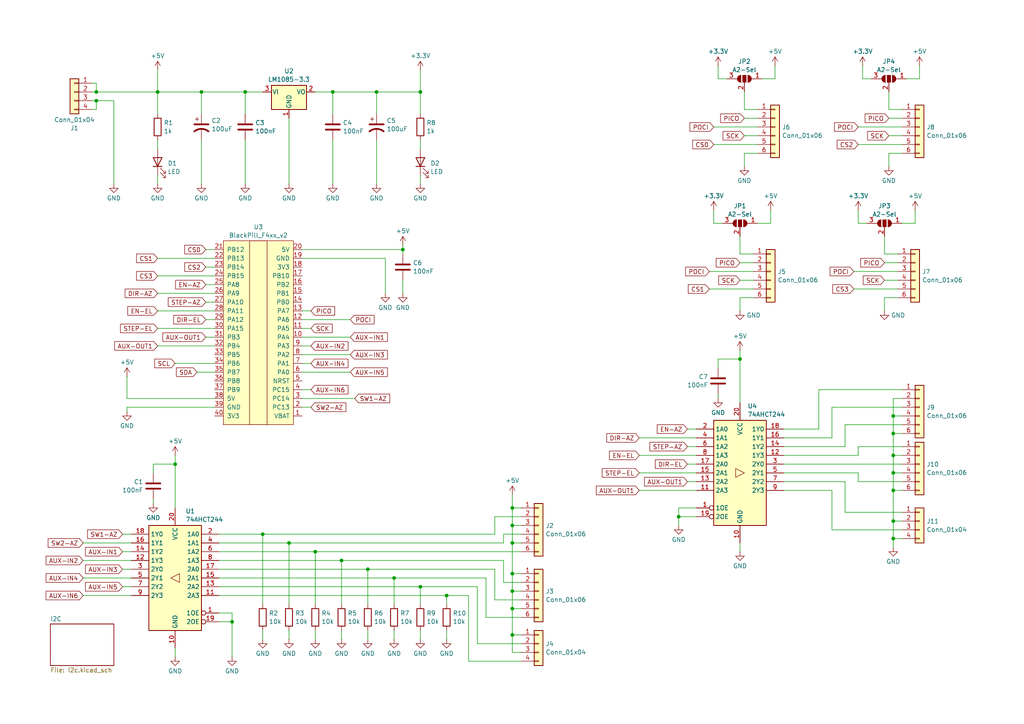
<source format=kicad_sch>
(kicad_sch
	(version 20231120)
	(generator "eeschema")
	(generator_version "8.0")
	(uuid "c1caf198-39aa-41db-9fe6-a03bb1951cde")
	(paper "A4")
	
	(junction
		(at 148.59 157.48)
		(diameter 0)
		(color 0 0 0 0)
		(uuid "0178c2bd-7e0a-47a1-9806-acd96fb6df3f")
	)
	(junction
		(at 45.72 26.67)
		(diameter 0)
		(color 0 0 0 0)
		(uuid "053b6d78-a754-4fdd-83cc-00c072db8a8e")
	)
	(junction
		(at 121.92 170.18)
		(diameter 0)
		(color 0 0 0 0)
		(uuid "083e1d37-4b3d-493d-a7c3-4bbe8afc80f7")
	)
	(junction
		(at 106.68 165.1)
		(diameter 0)
		(color 0 0 0 0)
		(uuid "13ee5076-23ad-4f21-b18c-c0cf0c14cb4b")
	)
	(junction
		(at 259.08 132.08)
		(diameter 0)
		(color 0 0 0 0)
		(uuid "2a22a0f7-ac75-4e9b-b0aa-044a481b6901")
	)
	(junction
		(at 99.06 162.56)
		(diameter 0)
		(color 0 0 0 0)
		(uuid "2f70c57c-066c-47c7-959f-16a276f4e1d6")
	)
	(junction
		(at 58.42 26.67)
		(diameter 0)
		(color 0 0 0 0)
		(uuid "30180804-8a51-4a80-a775-46444f2976e3")
	)
	(junction
		(at 109.22 26.67)
		(diameter 0)
		(color 0 0 0 0)
		(uuid "34c91c80-3ae0-40f1-988c-ca04de2eba24")
	)
	(junction
		(at 259.08 142.24)
		(diameter 0)
		(color 0 0 0 0)
		(uuid "4c237443-8baa-42e7-8778-868a6e2c8c67")
	)
	(junction
		(at 121.92 26.67)
		(diameter 0)
		(color 0 0 0 0)
		(uuid "4e338f85-c3f1-4bc4-ad1c-5b55a3056017")
	)
	(junction
		(at 259.08 137.16)
		(diameter 0)
		(color 0 0 0 0)
		(uuid "59703cda-93f3-4e59-a73b-8232d1be959f")
	)
	(junction
		(at 148.59 147.32)
		(diameter 0)
		(color 0 0 0 0)
		(uuid "63e3a44a-5685-46f5-b350-b34b43806400")
	)
	(junction
		(at 76.2 154.94)
		(diameter 0)
		(color 0 0 0 0)
		(uuid "6855dd30-90b7-4cdb-9ad0-6505e7e2b611")
	)
	(junction
		(at 148.59 166.37)
		(diameter 0)
		(color 0 0 0 0)
		(uuid "6cdedb91-8b27-4422-aeeb-ab3b18b16277")
	)
	(junction
		(at 148.59 176.53)
		(diameter 0)
		(color 0 0 0 0)
		(uuid "7ba07608-b007-4fba-a739-8f55c2366993")
	)
	(junction
		(at 148.59 152.4)
		(diameter 0)
		(color 0 0 0 0)
		(uuid "7c0c0135-ca18-4b79-b36d-21d1afcc8ec3")
	)
	(junction
		(at 214.63 104.14)
		(diameter 0)
		(color 0 0 0 0)
		(uuid "8ac0dd6d-6513-48c3-8f46-6ca01b0c3ee8")
	)
	(junction
		(at 83.82 157.48)
		(diameter 0)
		(color 0 0 0 0)
		(uuid "8e24277b-ebf9-43d9-acbb-239d5c307150")
	)
	(junction
		(at 259.08 156.21)
		(diameter 0)
		(color 0 0 0 0)
		(uuid "92e23385-5172-49e3-9bee-ec18b6418080")
	)
	(junction
		(at 27.94 29.21)
		(diameter 0)
		(color 0 0 0 0)
		(uuid "9a2945ac-0659-463f-b21b-517112988b3c")
	)
	(junction
		(at 148.59 184.15)
		(diameter 0)
		(color 0 0 0 0)
		(uuid "9a3ff032-bc60-4866-a2f2-6824b43f41f1")
	)
	(junction
		(at 114.3 167.64)
		(diameter 0)
		(color 0 0 0 0)
		(uuid "9aa7d8d7-945d-4cf7-b0fc-f416fd100cb1")
	)
	(junction
		(at 96.52 26.67)
		(diameter 0)
		(color 0 0 0 0)
		(uuid "a043115b-d2ec-48cd-b772-2a66c4003e8b")
	)
	(junction
		(at 148.59 171.45)
		(diameter 0)
		(color 0 0 0 0)
		(uuid "a505108d-3054-4789-8ae7-df76c8d666b6")
	)
	(junction
		(at 196.85 149.86)
		(diameter 0)
		(color 0 0 0 0)
		(uuid "a9b7e355-a174-415e-be9f-cd612b2dce34")
	)
	(junction
		(at 259.08 120.65)
		(diameter 0)
		(color 0 0 0 0)
		(uuid "ab1c9bbd-a632-4876-b3d0-6f5313bce5c2")
	)
	(junction
		(at 129.54 172.72)
		(diameter 0)
		(color 0 0 0 0)
		(uuid "b2484279-26e0-4290-98c7-64f2f103af3c")
	)
	(junction
		(at 116.84 72.39)
		(diameter 0)
		(color 0 0 0 0)
		(uuid "dd19121d-b811-449e-8462-04e04d4e0207")
	)
	(junction
		(at 259.08 151.13)
		(diameter 0)
		(color 0 0 0 0)
		(uuid "df5dd5c9-847b-4bc9-ad36-7ef1f5a36593")
	)
	(junction
		(at 27.94 26.67)
		(diameter 0)
		(color 0 0 0 0)
		(uuid "e0e73a42-f93d-48d1-9e36-d7ef38c6f090")
	)
	(junction
		(at 259.08 125.73)
		(diameter 0)
		(color 0 0 0 0)
		(uuid "e510e66f-7a70-4fab-b49c-03afcfef8f9b")
	)
	(junction
		(at 71.12 26.67)
		(diameter 0)
		(color 0 0 0 0)
		(uuid "e5345c80-4399-4e75-af2b-0685f3b4cbcd")
	)
	(junction
		(at 50.8 134.62)
		(diameter 0)
		(color 0 0 0 0)
		(uuid "ef89ae4e-e27b-4990-98c1-66154eb4337e")
	)
	(junction
		(at 91.44 160.02)
		(diameter 0)
		(color 0 0 0 0)
		(uuid "f85b394f-fa45-419e-b737-6dbb2f9da894")
	)
	(junction
		(at 67.31 180.34)
		(diameter 0)
		(color 0 0 0 0)
		(uuid "ffe2dfc4-be22-4dfc-b437-c367b0e1ae4c")
	)
	(wire
		(pts
			(xy 148.59 143.51) (xy 148.59 147.32)
		)
		(stroke
			(width 0)
			(type default)
		)
		(uuid "00dcbc8f-6d69-4816-9d88-02c32ed5e54f")
	)
	(wire
		(pts
			(xy 76.2 182.88) (xy 76.2 185.42)
		)
		(stroke
			(width 0)
			(type default)
		)
		(uuid "027fc52d-06a4-4f4d-b867-97b93eda525b")
	)
	(wire
		(pts
			(xy 148.59 147.32) (xy 148.59 152.4)
		)
		(stroke
			(width 0)
			(type default)
		)
		(uuid "04cb8872-96c3-42d5-a162-5b2d40e124b4")
	)
	(wire
		(pts
			(xy 148.59 176.53) (xy 151.13 176.53)
		)
		(stroke
			(width 0)
			(type default)
		)
		(uuid "0555ba9b-94f6-4056-aab3-3092d5de2ac9")
	)
	(wire
		(pts
			(xy 36.83 118.11) (xy 62.23 118.11)
		)
		(stroke
			(width 0)
			(type default)
		)
		(uuid "07fa662e-215f-4bd9-a2e1-8b9944acd573")
	)
	(wire
		(pts
			(xy 121.92 50.8) (xy 121.92 53.34)
		)
		(stroke
			(width 0)
			(type default)
		)
		(uuid "08feb103-77a4-4727-b10b-ab7ae5b91d2a")
	)
	(wire
		(pts
			(xy 58.42 40.64) (xy 58.42 53.34)
		)
		(stroke
			(width 0)
			(type default)
		)
		(uuid "0c7e452e-7ee5-45b5-b22d-ba710fbcd10e")
	)
	(wire
		(pts
			(xy 148.59 171.45) (xy 151.13 171.45)
		)
		(stroke
			(width 0)
			(type default)
		)
		(uuid "0cc2b629-8d5d-4926-a155-81f38338533c")
	)
	(wire
		(pts
			(xy 35.56 160.02) (xy 38.1 160.02)
		)
		(stroke
			(width 0)
			(type default)
		)
		(uuid "0d004969-00e3-4c17-81f8-3c73de591be0")
	)
	(wire
		(pts
			(xy 151.13 173.99) (xy 143.51 173.99)
		)
		(stroke
			(width 0)
			(type default)
		)
		(uuid "0e021285-6fb4-42e7-b2c2-0db9096d6932")
	)
	(wire
		(pts
			(xy 87.63 72.39) (xy 116.84 72.39)
		)
		(stroke
			(width 0)
			(type default)
		)
		(uuid "0e0212c9-8c33-4d26-91e3-72d616eaad15")
	)
	(wire
		(pts
			(xy 262.89 22.86) (xy 266.7 22.86)
		)
		(stroke
			(width 0)
			(type default)
		)
		(uuid "0fd53a82-88e2-44f3-a0dc-1a9a3ecd004f")
	)
	(wire
		(pts
			(xy 24.13 162.56) (xy 38.1 162.56)
		)
		(stroke
			(width 0)
			(type default)
		)
		(uuid "115de75c-0271-4749-acf6-90001f11cea6")
	)
	(wire
		(pts
			(xy 50.8 134.62) (xy 50.8 147.32)
		)
		(stroke
			(width 0)
			(type default)
		)
		(uuid "11af728b-922e-4ee6-bdd4-adfb23b330e2")
	)
	(wire
		(pts
			(xy 35.56 154.94) (xy 38.1 154.94)
		)
		(stroke
			(width 0)
			(type default)
		)
		(uuid "14097aaf-0c2f-4912-b251-29903e7019c0")
	)
	(wire
		(pts
			(xy 208.28 106.68) (xy 208.28 104.14)
		)
		(stroke
			(width 0)
			(type default)
		)
		(uuid "168ebbc3-049e-4f54-bd81-4e5e84bc3ede")
	)
	(wire
		(pts
			(xy 121.92 170.18) (xy 138.43 170.18)
		)
		(stroke
			(width 0)
			(type default)
		)
		(uuid "1770ee0e-39b6-41d0-8546-23d8caec6485")
	)
	(wire
		(pts
			(xy 87.63 92.71) (xy 101.6 92.71)
		)
		(stroke
			(width 0)
			(type default)
		)
		(uuid "17d1163b-535f-4f14-9bd1-3781a7cd154f")
	)
	(wire
		(pts
			(xy 250.19 19.05) (xy 250.19 22.86)
		)
		(stroke
			(width 0)
			(type default)
		)
		(uuid "180ffebe-fb0d-4a7a-b124-d2cabe2d268f")
	)
	(wire
		(pts
			(xy 27.94 26.67) (xy 45.72 26.67)
		)
		(stroke
			(width 0)
			(type default)
		)
		(uuid "191485bc-977f-451c-8693-f1c93aa01e4d")
	)
	(wire
		(pts
			(xy 208.28 19.05) (xy 208.28 22.86)
		)
		(stroke
			(width 0)
			(type default)
		)
		(uuid "1a687efc-bc01-4711-b1c9-f5f03da6ed2e")
	)
	(wire
		(pts
			(xy 116.84 81.28) (xy 116.84 85.09)
		)
		(stroke
			(width 0)
			(type default)
		)
		(uuid "1c7faee6-36f5-4a95-8730-d2892c831425")
	)
	(wire
		(pts
			(xy 71.12 40.64) (xy 71.12 53.34)
		)
		(stroke
			(width 0)
			(type default)
		)
		(uuid "1d0d5e65-0742-446b-a1b8-fb58ee00cc62")
	)
	(wire
		(pts
			(xy 196.85 149.86) (xy 196.85 152.4)
		)
		(stroke
			(width 0)
			(type default)
		)
		(uuid "208ad7bd-9172-4247-92be-7c981e322359")
	)
	(wire
		(pts
			(xy 109.22 40.64) (xy 109.22 53.34)
		)
		(stroke
			(width 0)
			(type default)
		)
		(uuid "21e3cc21-d788-4061-8671-4e706e182b30")
	)
	(wire
		(pts
			(xy 148.59 176.53) (xy 148.59 184.15)
		)
		(stroke
			(width 0)
			(type default)
		)
		(uuid "233ef007-88f5-4874-af33-a9279ad47ade")
	)
	(wire
		(pts
			(xy 259.08 137.16) (xy 261.62 137.16)
		)
		(stroke
			(width 0)
			(type default)
		)
		(uuid "270584c3-c13d-472a-ac89-7ad168480647")
	)
	(wire
		(pts
			(xy 106.68 182.88) (xy 106.68 185.42)
		)
		(stroke
			(width 0)
			(type default)
		)
		(uuid "27160a86-13ee-4e96-9918-ef2d1db7a06a")
	)
	(wire
		(pts
			(xy 63.5 177.8) (xy 67.31 177.8)
		)
		(stroke
			(width 0)
			(type default)
		)
		(uuid "287f1eb1-efff-4aa6-a9bd-a01d53136689")
	)
	(wire
		(pts
			(xy 57.15 107.95) (xy 62.23 107.95)
		)
		(stroke
			(width 0)
			(type default)
		)
		(uuid "29b541e0-3a38-4915-850c-467d4aa7c67c")
	)
	(wire
		(pts
			(xy 185.42 142.24) (xy 201.93 142.24)
		)
		(stroke
			(width 0)
			(type default)
		)
		(uuid "2b6ee5a5-292a-4f92-b0c3-579527565104")
	)
	(wire
		(pts
			(xy 45.72 80.01) (xy 62.23 80.01)
		)
		(stroke
			(width 0)
			(type default)
		)
		(uuid "2b965b8c-a7cc-4a39-b73f-188d410a17ba")
	)
	(wire
		(pts
			(xy 96.52 26.67) (xy 109.22 26.67)
		)
		(stroke
			(width 0)
			(type default)
		)
		(uuid "2d33a81e-e531-40bd-a902-1ab6eb496027")
	)
	(wire
		(pts
			(xy 45.72 50.8) (xy 45.72 53.34)
		)
		(stroke
			(width 0)
			(type default)
		)
		(uuid "2e5fbcc3-911b-4f7d-8635-da10430ecdf4")
	)
	(wire
		(pts
			(xy 63.5 162.56) (xy 99.06 162.56)
		)
		(stroke
			(width 0)
			(type default)
		)
		(uuid "2e706cbf-055d-43ac-b365-2cdc04088f94")
	)
	(wire
		(pts
			(xy 261.62 44.45) (xy 257.81 44.45)
		)
		(stroke
			(width 0)
			(type default)
		)
		(uuid "2eed5c52-d276-4b27-8351-32148b4eda07")
	)
	(wire
		(pts
			(xy 148.59 152.4) (xy 151.13 152.4)
		)
		(stroke
			(width 0)
			(type default)
		)
		(uuid "2f2f60df-1eb7-4420-bbd0-413f3094b53e")
	)
	(wire
		(pts
			(xy 50.8 105.41) (xy 62.23 105.41)
		)
		(stroke
			(width 0)
			(type default)
		)
		(uuid "30113e4d-506a-46a0-b8ac-5fcfb77d252c")
	)
	(wire
		(pts
			(xy 36.83 109.22) (xy 36.83 115.57)
		)
		(stroke
			(width 0)
			(type default)
		)
		(uuid "3026f348-33d8-439f-aec6-cb949e2180a8")
	)
	(wire
		(pts
			(xy 87.63 105.41) (xy 90.17 105.41)
		)
		(stroke
			(width 0)
			(type default)
		)
		(uuid "30275c4b-6a68-4ce0-9881-d0ce46a9b7ec")
	)
	(wire
		(pts
			(xy 121.92 26.67) (xy 121.92 33.02)
		)
		(stroke
			(width 0)
			(type default)
		)
		(uuid "3045edf0-f42a-4943-8f4c-c3ad3979a285")
	)
	(wire
		(pts
			(xy 45.72 95.25) (xy 62.23 95.25)
		)
		(stroke
			(width 0)
			(type default)
		)
		(uuid "304cbe2e-eac1-43c9-9d81-c67c81ff9dbb")
	)
	(wire
		(pts
			(xy 36.83 119.38) (xy 36.83 118.11)
		)
		(stroke
			(width 0)
			(type default)
		)
		(uuid "30c6d308-ecf0-434e-bebc-d75edfdaf963")
	)
	(wire
		(pts
			(xy 237.49 124.46) (xy 227.33 124.46)
		)
		(stroke
			(width 0)
			(type default)
		)
		(uuid "30dd93f3-cda7-4a90-bba2-90a1f5829e3f")
	)
	(wire
		(pts
			(xy 116.84 72.39) (xy 116.84 73.66)
		)
		(stroke
			(width 0)
			(type default)
		)
		(uuid "33bc6786-aeeb-4049-a2c5-03259e244d85")
	)
	(wire
		(pts
			(xy 257.81 26.67) (xy 257.81 31.75)
		)
		(stroke
			(width 0)
			(type default)
		)
		(uuid "33d67b0b-00e4-4d65-9b79-7046052d062f")
	)
	(wire
		(pts
			(xy 135.89 191.77) (xy 151.13 191.77)
		)
		(stroke
			(width 0)
			(type default)
		)
		(uuid "3818f2e9-2a9b-4fd9-bfcf-123327878d5e")
	)
	(wire
		(pts
			(xy 121.92 182.88) (xy 121.92 185.42)
		)
		(stroke
			(width 0)
			(type default)
		)
		(uuid "38216aaf-c0f2-4e8c-a747-c910e6084ad0")
	)
	(wire
		(pts
			(xy 109.22 26.67) (xy 121.92 26.67)
		)
		(stroke
			(width 0)
			(type default)
		)
		(uuid "3a348185-b2c4-4998-8ba6-35e14ccf2faa")
	)
	(wire
		(pts
			(xy 87.63 113.03) (xy 90.17 113.03)
		)
		(stroke
			(width 0)
			(type default)
		)
		(uuid "3ac79e29-c853-470a-9c5a-e28ef7792e5a")
	)
	(wire
		(pts
			(xy 219.71 44.45) (xy 215.9 44.45)
		)
		(stroke
			(width 0)
			(type default)
		)
		(uuid "3d0b595f-ecda-4982-a5e4-31b2a6bbbde5")
	)
	(wire
		(pts
			(xy 259.08 151.13) (xy 261.62 151.13)
		)
		(stroke
			(width 0)
			(type default)
		)
		(uuid "3d60634f-875e-43a0-8fc8-283d21524b10")
	)
	(wire
		(pts
			(xy 199.39 124.46) (xy 201.93 124.46)
		)
		(stroke
			(width 0)
			(type default)
		)
		(uuid "3dfe7eee-0352-474e-8fbb-2b592bd86e23")
	)
	(wire
		(pts
			(xy 121.92 26.67) (xy 121.92 20.32)
		)
		(stroke
			(width 0)
			(type default)
		)
		(uuid "3e06aa41-527a-4fd0-b277-1ad97a7ccf29")
	)
	(wire
		(pts
			(xy 146.05 168.91) (xy 146.05 162.56)
		)
		(stroke
			(width 0)
			(type default)
		)
		(uuid "3efe059a-fc56-4170-ab59-e1569082309f")
	)
	(wire
		(pts
			(xy 207.01 41.91) (xy 219.71 41.91)
		)
		(stroke
			(width 0)
			(type default)
		)
		(uuid "404d48cf-8ea2-41f7-9458-1b9888866361")
	)
	(wire
		(pts
			(xy 148.59 152.4) (xy 148.59 157.48)
		)
		(stroke
			(width 0)
			(type default)
		)
		(uuid "406a018f-152c-42c9-b642-4fa61f62b209")
	)
	(wire
		(pts
			(xy 143.51 154.94) (xy 76.2 154.94)
		)
		(stroke
			(width 0)
			(type default)
		)
		(uuid "414a7750-1f69-4dad-ae9c-9f50e33f1b58")
	)
	(wire
		(pts
			(xy 245.11 129.54) (xy 227.33 129.54)
		)
		(stroke
			(width 0)
			(type default)
		)
		(uuid "43a425d7-4974-484d-9988-26ee5c2b72af")
	)
	(wire
		(pts
			(xy 261.62 139.7) (xy 248.92 139.7)
		)
		(stroke
			(width 0)
			(type default)
		)
		(uuid "445e3e21-fb9c-49f0-aa0b-ce19fa6e90f9")
	)
	(wire
		(pts
			(xy 227.33 142.24) (xy 241.3 142.24)
		)
		(stroke
			(width 0)
			(type default)
		)
		(uuid "454a43f2-f276-463f-adcf-97caf8e31c96")
	)
	(wire
		(pts
			(xy 248.92 132.08) (xy 227.33 132.08)
		)
		(stroke
			(width 0)
			(type default)
		)
		(uuid "4716f362-f676-4e7c-8fe9-8476285effef")
	)
	(wire
		(pts
			(xy 91.44 160.02) (xy 151.13 160.02)
		)
		(stroke
			(width 0)
			(type default)
		)
		(uuid "494d7ed4-8c11-4aa0-8fe7-ef1900c8623d")
	)
	(wire
		(pts
			(xy 63.5 172.72) (xy 129.54 172.72)
		)
		(stroke
			(width 0)
			(type default)
		)
		(uuid "4a05a5cd-c898-4191-b730-6b429b35ec21")
	)
	(wire
		(pts
			(xy 208.28 114.3) (xy 208.28 115.57)
		)
		(stroke
			(width 0)
			(type default)
		)
		(uuid "4b98e17b-0704-41dd-9abe-2961c0506501")
	)
	(wire
		(pts
			(xy 138.43 186.69) (xy 151.13 186.69)
		)
		(stroke
			(width 0)
			(type default)
		)
		(uuid "4d7a9f0f-e004-40ca-9f88-32deb3f36efa")
	)
	(wire
		(pts
			(xy 106.68 165.1) (xy 106.68 175.26)
		)
		(stroke
			(width 0)
			(type default)
		)
		(uuid "4fec17ee-2fb1-4e29-9ed9-513e89fe610d")
	)
	(wire
		(pts
			(xy 114.3 167.64) (xy 114.3 175.26)
		)
		(stroke
			(width 0)
			(type default)
		)
		(uuid "508f932b-b6dd-43bc-ada4-55940890d730")
	)
	(wire
		(pts
			(xy 96.52 40.64) (xy 96.52 53.34)
		)
		(stroke
			(width 0)
			(type default)
		)
		(uuid "50aa3d97-997d-4fd6-ab54-567b482f45ea")
	)
	(wire
		(pts
			(xy 248.92 129.54) (xy 248.92 132.08)
		)
		(stroke
			(width 0)
			(type default)
		)
		(uuid "5321a063-6a51-4eb1-aa62-f65f235e0f12")
	)
	(wire
		(pts
			(xy 265.43 64.77) (xy 265.43 60.96)
		)
		(stroke
			(width 0)
			(type default)
		)
		(uuid "53a1d026-179d-426a-882c-5ce0add475ee")
	)
	(wire
		(pts
			(xy 257.81 34.29) (xy 261.62 34.29)
		)
		(stroke
			(width 0)
			(type default)
		)
		(uuid "53d771fc-9657-4eb2-a128-ec5da09da939")
	)
	(wire
		(pts
			(xy 135.89 172.72) (xy 135.89 191.77)
		)
		(stroke
			(width 0)
			(type default)
		)
		(uuid "53d95bfa-93f2-49c0-a54b-2fe4c2f91756")
	)
	(wire
		(pts
			(xy 241.3 153.67) (xy 261.62 153.67)
		)
		(stroke
			(width 0)
			(type default)
		)
		(uuid "54262ca3-ac68-4a62-a405-f26825392842")
	)
	(wire
		(pts
			(xy 63.5 167.64) (xy 114.3 167.64)
		)
		(stroke
			(width 0)
			(type default)
		)
		(uuid "547822b7-8261-41f4-9761-b7f753d39513")
	)
	(wire
		(pts
			(xy 224.79 22.86) (xy 224.79 19.05)
		)
		(stroke
			(width 0)
			(type default)
		)
		(uuid "552848fa-2540-40fe-a2ec-740a859d829c")
	)
	(wire
		(pts
			(xy 207.01 64.77) (xy 209.55 64.77)
		)
		(stroke
			(width 0)
			(type default)
		)
		(uuid "55a7022a-0d03-4d11-ba65-900e0aa329e5")
	)
	(wire
		(pts
			(xy 250.19 22.86) (xy 252.73 22.86)
		)
		(stroke
			(width 0)
			(type default)
		)
		(uuid "5684e5cf-6465-4960-8753-b85d8aa62bb9")
	)
	(wire
		(pts
			(xy 138.43 170.18) (xy 138.43 186.69)
		)
		(stroke
			(width 0)
			(type default)
		)
		(uuid "56921b23-ae4d-4013-a6e5-4d0f2d0c914e")
	)
	(wire
		(pts
			(xy 121.92 40.64) (xy 121.92 43.18)
		)
		(stroke
			(width 0)
			(type default)
		)
		(uuid "5760cb29-1335-4b83-b163-d4aba02f07d4")
	)
	(wire
		(pts
			(xy 63.5 180.34) (xy 67.31 180.34)
		)
		(stroke
			(width 0)
			(type default)
		)
		(uuid "59c71e52-97ab-4a28-bf3e-b0140827f9b8")
	)
	(wire
		(pts
			(xy 140.97 179.07) (xy 140.97 167.64)
		)
		(stroke
			(width 0)
			(type default)
		)
		(uuid "5a274ee4-5bc4-477c-b41b-8dccb3049ac3")
	)
	(wire
		(pts
			(xy 24.13 157.48) (xy 38.1 157.48)
		)
		(stroke
			(width 0)
			(type default)
		)
		(uuid "5a3c7345-8ea5-4c3e-a44c-0befbe44ea14")
	)
	(wire
		(pts
			(xy 109.22 26.67) (xy 109.22 33.02)
		)
		(stroke
			(width 0)
			(type default)
		)
		(uuid "5b8c8116-deb3-4d7b-b410-a2763f24add4")
	)
	(wire
		(pts
			(xy 248.92 41.91) (xy 261.62 41.91)
		)
		(stroke
			(width 0)
			(type default)
		)
		(uuid "5bae489a-548e-417e-947c-9c6dc3eea9aa")
	)
	(wire
		(pts
			(xy 214.63 157.48) (xy 214.63 160.02)
		)
		(stroke
			(width 0)
			(type default)
		)
		(uuid "5d473302-3f88-4d6d-8355-2bdec71d0073")
	)
	(wire
		(pts
			(xy 45.72 26.67) (xy 45.72 33.02)
		)
		(stroke
			(width 0)
			(type default)
		)
		(uuid "5fc43854-b24e-4b02-a34e-df96ee03167e")
	)
	(wire
		(pts
			(xy 256.54 86.36) (xy 256.54 90.17)
		)
		(stroke
			(width 0)
			(type default)
		)
		(uuid "5fe3e5ff-91be-4c6d-b6b6-1c2ce92fadb0")
	)
	(wire
		(pts
			(xy 71.12 26.67) (xy 76.2 26.67)
		)
		(stroke
			(width 0)
			(type default)
		)
		(uuid "61118c49-867a-4e1b-9e0b-b5ab3dba1810")
	)
	(wire
		(pts
			(xy 151.13 149.86) (xy 143.51 149.86)
		)
		(stroke
			(width 0)
			(type default)
		)
		(uuid "62e4cd9b-f1c8-4561-9340-cc241cccc774")
	)
	(wire
		(pts
			(xy 63.5 165.1) (xy 106.68 165.1)
		)
		(stroke
			(width 0)
			(type default)
		)
		(uuid "63fb8e73-04ea-43f7-8efd-d881f4e4683b")
	)
	(wire
		(pts
			(xy 185.42 137.16) (xy 201.93 137.16)
		)
		(stroke
			(width 0)
			(type default)
		)
		(uuid "649858b2-b4bc-4312-ab53-d90d3ac1ebcf")
	)
	(wire
		(pts
			(xy 260.35 86.36) (xy 256.54 86.36)
		)
		(stroke
			(width 0)
			(type default)
		)
		(uuid "64dd1bfa-9219-495e-a36f-023af554172a")
	)
	(wire
		(pts
			(xy 27.94 24.13) (xy 27.94 26.67)
		)
		(stroke
			(width 0)
			(type default)
		)
		(uuid "66ca106f-2251-4058-b3dc-0c8a9ba0a457")
	)
	(wire
		(pts
			(xy 199.39 139.7) (xy 201.93 139.7)
		)
		(stroke
			(width 0)
			(type default)
		)
		(uuid "66eb54a8-d868-4457-bc0f-61e64433344f")
	)
	(wire
		(pts
			(xy 87.63 118.11) (xy 90.17 118.11)
		)
		(stroke
			(width 0)
			(type default)
		)
		(uuid "681857bf-1bd8-4fb2-b44e-7cb80da65da7")
	)
	(wire
		(pts
			(xy 59.69 82.55) (xy 62.23 82.55)
		)
		(stroke
			(width 0)
			(type default)
		)
		(uuid "69aaba23-a02b-41b3-a14a-8dc81668ea9f")
	)
	(wire
		(pts
			(xy 261.62 125.73) (xy 259.08 125.73)
		)
		(stroke
			(width 0)
			(type default)
		)
		(uuid "6b485eda-8941-43c3-9341-ca0028b62cdd")
	)
	(wire
		(pts
			(xy 219.71 31.75) (xy 215.9 31.75)
		)
		(stroke
			(width 0)
			(type default)
		)
		(uuid "6dcb020b-c8f5-4f98-b0d9-f3a75654e779")
	)
	(wire
		(pts
			(xy 45.72 100.33) (xy 62.23 100.33)
		)
		(stroke
			(width 0)
			(type default)
		)
		(uuid "6e995bf0-0738-4af2-b2b8-0a88e2c22597")
	)
	(wire
		(pts
			(xy 208.28 104.14) (xy 214.63 104.14)
		)
		(stroke
			(width 0)
			(type default)
		)
		(uuid "707e7a83-7b69-42d0-9c80-41d68d3d2f7c")
	)
	(wire
		(pts
			(xy 83.82 157.48) (xy 146.05 157.48)
		)
		(stroke
			(width 0)
			(type default)
		)
		(uuid "716ead42-c8f7-4bda-940f-414aab43e635")
	)
	(wire
		(pts
			(xy 59.69 72.39) (xy 62.23 72.39)
		)
		(stroke
			(width 0)
			(type default)
		)
		(uuid "71b45e69-89b3-49ca-9987-85d9c78b637c")
	)
	(wire
		(pts
			(xy 87.63 97.79) (xy 101.6 97.79)
		)
		(stroke
			(width 0)
			(type default)
		)
		(uuid "73735916-ca85-474d-88f9-ceedffa05045")
	)
	(wire
		(pts
			(xy 91.44 182.88) (xy 91.44 185.42)
		)
		(stroke
			(width 0)
			(type default)
		)
		(uuid "75a8f142-4242-46c9-834a-4f6b943ba8dc")
	)
	(wire
		(pts
			(xy 35.56 170.18) (xy 38.1 170.18)
		)
		(stroke
			(width 0)
			(type default)
		)
		(uuid "77b7e360-52e7-4f85-88d7-911c66381bf5")
	)
	(wire
		(pts
			(xy 248.92 64.77) (xy 251.46 64.77)
		)
		(stroke
			(width 0)
			(type default)
		)
		(uuid "787386e5-c190-4074-ba58-1aa6f7f6501d")
	)
	(wire
		(pts
			(xy 259.08 132.08) (xy 259.08 137.16)
		)
		(stroke
			(width 0)
			(type default)
		)
		(uuid "78f305e4-6637-4d1e-a062-737e937c10bf")
	)
	(wire
		(pts
			(xy 83.82 34.29) (xy 83.82 53.34)
		)
		(stroke
			(width 0)
			(type default)
		)
		(uuid "799cc251-1da4-4e0b-b3bd-71b377383b9e")
	)
	(wire
		(pts
			(xy 58.42 26.67) (xy 45.72 26.67)
		)
		(stroke
			(width 0)
			(type default)
		)
		(uuid "79e801b9-2328-45a8-be68-e95a6a7e1690")
	)
	(wire
		(pts
			(xy 114.3 167.64) (xy 140.97 167.64)
		)
		(stroke
			(width 0)
			(type default)
		)
		(uuid "7b3eabdf-4bc7-49ff-bf17-152a7aaab2dd")
	)
	(wire
		(pts
			(xy 99.06 162.56) (xy 146.05 162.56)
		)
		(stroke
			(width 0)
			(type default)
		)
		(uuid "7cd7d905-570a-4199-90f4-a7c90899d55d")
	)
	(wire
		(pts
			(xy 227.33 139.7) (xy 245.11 139.7)
		)
		(stroke
			(width 0)
			(type default)
		)
		(uuid "7cfc98f0-556c-41b2-bf34-8861e2ba8dd2")
	)
	(wire
		(pts
			(xy 71.12 26.67) (xy 71.12 33.02)
		)
		(stroke
			(width 0)
			(type default)
		)
		(uuid "7f0643f6-3826-4ee7-afd7-ad747b65a74b")
	)
	(wire
		(pts
			(xy 63.5 170.18) (xy 121.92 170.18)
		)
		(stroke
			(width 0)
			(type default)
		)
		(uuid "7f26da72-15ca-4fa8-9bc6-4b6d2899cfa9")
	)
	(wire
		(pts
			(xy 24.13 172.72) (xy 38.1 172.72)
		)
		(stroke
			(width 0)
			(type default)
		)
		(uuid "7fc119d4-f04d-4395-b6b7-f853192251ba")
	)
	(wire
		(pts
			(xy 205.74 83.82) (xy 218.44 83.82)
		)
		(stroke
			(width 0)
			(type default)
		)
		(uuid "81376fa9-4865-4958-b3cd-467ac49824c5")
	)
	(wire
		(pts
			(xy 215.9 26.67) (xy 215.9 31.75)
		)
		(stroke
			(width 0)
			(type default)
		)
		(uuid "82538ae7-172d-4a8c-ae87-7b09e617fbf6")
	)
	(wire
		(pts
			(xy 257.81 44.45) (xy 257.81 48.26)
		)
		(stroke
			(width 0)
			(type default)
		)
		(uuid "854fa227-9626-4f09-ae6e-fa58a27f453f")
	)
	(wire
		(pts
			(xy 260.35 73.66) (xy 256.54 73.66)
		)
		(stroke
			(width 0)
			(type default)
		)
		(uuid "85eba505-4e18-498b-8cb7-007d9efe2d4b")
	)
	(wire
		(pts
			(xy 214.63 104.14) (xy 214.63 116.84)
		)
		(stroke
			(width 0)
			(type default)
		)
		(uuid "873ec176-ec9a-4ffc-9264-07ac81179b04")
	)
	(wire
		(pts
			(xy 59.69 77.47) (xy 62.23 77.47)
		)
		(stroke
			(width 0)
			(type default)
		)
		(uuid "8750eb36-0159-4fcc-a575-6cd5e9f1ab22")
	)
	(wire
		(pts
			(xy 148.59 147.32) (xy 151.13 147.32)
		)
		(stroke
			(width 0)
			(type default)
		)
		(uuid "8810fd35-222b-4892-b433-5f0606d237a5")
	)
	(wire
		(pts
			(xy 214.63 76.2) (xy 218.44 76.2)
		)
		(stroke
			(width 0)
			(type default)
		)
		(uuid "88d9404d-7e2d-4c85-97bd-aea3963a9ee9")
	)
	(wire
		(pts
			(xy 247.65 78.74) (xy 260.35 78.74)
		)
		(stroke
			(width 0)
			(type default)
		)
		(uuid "899ada8a-9d73-4bfe-bc16-6f19c5a15703")
	)
	(wire
		(pts
			(xy 44.45 137.16) (xy 44.45 134.62)
		)
		(stroke
			(width 0)
			(type default)
		)
		(uuid "8a31beea-5403-4f6d-9472-c1f4e166986a")
	)
	(wire
		(pts
			(xy 205.74 78.74) (xy 218.44 78.74)
		)
		(stroke
			(width 0)
			(type default)
		)
		(uuid "8b4fdc3c-c2b0-47ef-9377-434063914675")
	)
	(wire
		(pts
			(xy 261.62 129.54) (xy 248.92 129.54)
		)
		(stroke
			(width 0)
			(type default)
		)
		(uuid "8b59d4ec-3fbb-48ce-85fc-5ee6a7af4714")
	)
	(wire
		(pts
			(xy 148.59 184.15) (xy 151.13 184.15)
		)
		(stroke
			(width 0)
			(type default)
		)
		(uuid "8bcb9a7e-bfa9-4fd7-8b86-9aeeff72d4ad")
	)
	(wire
		(pts
			(xy 248.92 137.16) (xy 227.33 137.16)
		)
		(stroke
			(width 0)
			(type default)
		)
		(uuid "8be5a974-0eae-447b-b932-fab4388aeeb4")
	)
	(wire
		(pts
			(xy 148.59 171.45) (xy 148.59 176.53)
		)
		(stroke
			(width 0)
			(type default)
		)
		(uuid "8bf40ca8-8f1c-471a-942a-567b10be294a")
	)
	(wire
		(pts
			(xy 241.3 142.24) (xy 241.3 153.67)
		)
		(stroke
			(width 0)
			(type default)
		)
		(uuid "8c7c479b-1bb0-4855-bb30-b6d8435b8cd2")
	)
	(wire
		(pts
			(xy 148.59 184.15) (xy 148.59 189.23)
		)
		(stroke
			(width 0)
			(type default)
		)
		(uuid "8c876b7c-9a53-455e-8443-c3ef588492c9")
	)
	(wire
		(pts
			(xy 83.82 182.88) (xy 83.82 185.42)
		)
		(stroke
			(width 0)
			(type default)
		)
		(uuid "8da032c8-0276-475a-a7a7-facc574720db")
	)
	(wire
		(pts
			(xy 148.59 166.37) (xy 148.59 171.45)
		)
		(stroke
			(width 0)
			(type default)
		)
		(uuid "8dbbb99b-fb16-44c6-a250-80359b46c93c")
	)
	(wire
		(pts
			(xy 76.2 154.94) (xy 76.2 175.26)
		)
		(stroke
			(width 0)
			(type default)
		)
		(uuid "8e46b061-56d9-48d1-94c9-fdf064fa7458")
	)
	(wire
		(pts
			(xy 148.59 189.23) (xy 151.13 189.23)
		)
		(stroke
			(width 0)
			(type default)
		)
		(uuid "8e77a253-5668-49f3-bade-dd0bcf25267a")
	)
	(wire
		(pts
			(xy 261.62 123.19) (xy 245.11 123.19)
		)
		(stroke
			(width 0)
			(type default)
		)
		(uuid "90aed78d-7855-4489-9326-9913e963a33c")
	)
	(wire
		(pts
			(xy 45.72 90.17) (xy 62.23 90.17)
		)
		(stroke
			(width 0)
			(type default)
		)
		(uuid "90ee3d64-2da0-49ff-b062-52456b9fb5f0")
	)
	(wire
		(pts
			(xy 185.42 127) (xy 201.93 127)
		)
		(stroke
			(width 0)
			(type default)
		)
		(uuid "91743d20-006c-4b13-86a4-f27e4e2f063f")
	)
	(wire
		(pts
			(xy 199.39 134.62) (xy 201.93 134.62)
		)
		(stroke
			(width 0)
			(type default)
		)
		(uuid "937fc5fd-173a-4a74-a8c1-f234dfd90c1a")
	)
	(wire
		(pts
			(xy 50.8 132.08) (xy 50.8 134.62)
		)
		(stroke
			(width 0)
			(type default)
		)
		(uuid "951c77b6-c8f0-4639-82ef-e99015919294")
	)
	(wire
		(pts
			(xy 261.62 120.65) (xy 259.08 120.65)
		)
		(stroke
			(width 0)
			(type default)
		)
		(uuid "96c8ce58-a8b2-4bee-a22d-94dcb9ad2454")
	)
	(wire
		(pts
			(xy 58.42 26.67) (xy 71.12 26.67)
		)
		(stroke
			(width 0)
			(type default)
		)
		(uuid "971b5afe-30ee-461c-839b-bc3e1d692207")
	)
	(wire
		(pts
			(xy 259.08 120.65) (xy 259.08 125.73)
		)
		(stroke
			(width 0)
			(type default)
		)
		(uuid "977e6033-db4b-4dd7-95f0-53e67069a4cf")
	)
	(wire
		(pts
			(xy 83.82 157.48) (xy 63.5 157.48)
		)
		(stroke
			(width 0)
			(type default)
		)
		(uuid "984b724b-1ad3-4b18-b949-5c4097e484b8")
	)
	(wire
		(pts
			(xy 35.56 165.1) (xy 38.1 165.1)
		)
		(stroke
			(width 0)
			(type default)
		)
		(uuid "996db1d8-01b9-4185-a955-483b60d114f0")
	)
	(wire
		(pts
			(xy 111.76 74.93) (xy 111.76 85.09)
		)
		(stroke
			(width 0)
			(type default)
		)
		(uuid "9b3bd2fe-00f7-42d6-8ce2-b9e19ed79d7c")
	)
	(wire
		(pts
			(xy 259.08 142.24) (xy 261.62 142.24)
		)
		(stroke
			(width 0)
			(type default)
		)
		(uuid "9b463686-c0f1-4132-818b-573ac27f13a1")
	)
	(wire
		(pts
			(xy 207.01 36.83) (xy 219.71 36.83)
		)
		(stroke
			(width 0)
			(type default)
		)
		(uuid "9d384aed-d53d-4331-adca-bb3137476f65")
	)
	(wire
		(pts
			(xy 241.3 127) (xy 227.33 127)
		)
		(stroke
			(width 0)
			(type default)
		)
		(uuid "9dfee40b-e332-4012-a189-34110e8677ed")
	)
	(wire
		(pts
			(xy 63.5 160.02) (xy 91.44 160.02)
		)
		(stroke
			(width 0)
			(type default)
		)
		(uuid "9e417fad-1cc6-47c6-b085-f33c286a30c0")
	)
	(wire
		(pts
			(xy 148.59 157.48) (xy 148.59 166.37)
		)
		(stroke
			(width 0)
			(type default)
		)
		(uuid "9e48ee58-2cab-45b3-b401-9d0d58ca332b")
	)
	(wire
		(pts
			(xy 248.92 36.83) (xy 261.62 36.83)
		)
		(stroke
			(width 0)
			(type default)
		)
		(uuid "a0db5ab8-7ca7-4c82-a711-67c8556ec986")
	)
	(wire
		(pts
			(xy 59.69 87.63) (xy 62.23 87.63)
		)
		(stroke
			(width 0)
			(type default)
		)
		(uuid "a1770914-25c3-491d-8a42-895c0a28ae36")
	)
	(wire
		(pts
			(xy 129.54 182.88) (xy 129.54 185.42)
		)
		(stroke
			(width 0)
			(type default)
		)
		(uuid "a1898a72-6407-4144-99be-a1b47b80c9a1")
	)
	(wire
		(pts
			(xy 261.62 115.57) (xy 259.08 115.57)
		)
		(stroke
			(width 0)
			(type default)
		)
		(uuid "a3a3cbd6-b3cc-48b2-bcfb-e83e5cd6bbd7")
	)
	(wire
		(pts
			(xy 214.63 68.58) (xy 214.63 73.66)
		)
		(stroke
			(width 0)
			(type default)
		)
		(uuid "a3e9a1a6-95b5-4690-9780-62a31020695d")
	)
	(wire
		(pts
			(xy 129.54 172.72) (xy 129.54 175.26)
		)
		(stroke
			(width 0)
			(type default)
		)
		(uuid "a405fb94-2fdb-4305-a40e-af9c37cda40a")
	)
	(wire
		(pts
			(xy 257.81 39.37) (xy 261.62 39.37)
		)
		(stroke
			(width 0)
			(type default)
		)
		(uuid "a445fb59-d980-4d15-9530-497288844f08")
	)
	(wire
		(pts
			(xy 87.63 95.25) (xy 90.17 95.25)
		)
		(stroke
			(width 0)
			(type default)
		)
		(uuid "a516b831-66ec-4783-9185-7e07959b810f")
	)
	(wire
		(pts
			(xy 259.08 115.57) (xy 259.08 120.65)
		)
		(stroke
			(width 0)
			(type default)
		)
		(uuid "a7c93bfc-b887-4997-8ce9-a7bd5e5ff2a7")
	)
	(wire
		(pts
			(xy 259.08 151.13) (xy 259.08 156.21)
		)
		(stroke
			(width 0)
			(type default)
		)
		(uuid "a990893d-5e01-4f04-997c-5b59a25fa679")
	)
	(wire
		(pts
			(xy 223.52 64.77) (xy 223.52 60.96)
		)
		(stroke
			(width 0)
			(type default)
		)
		(uuid "ab4ae984-a938-4fe8-ab4d-05d9b11cb09e")
	)
	(wire
		(pts
			(xy 248.92 60.96) (xy 248.92 64.77)
		)
		(stroke
			(width 0)
			(type default)
		)
		(uuid "ab9406bf-b14e-45b1-a260-996cacc30a19")
	)
	(wire
		(pts
			(xy 261.62 64.77) (xy 265.43 64.77)
		)
		(stroke
			(width 0)
			(type default)
		)
		(uuid "aba8aafa-57b4-43ae-8c35-4395cf1d4da7")
	)
	(wire
		(pts
			(xy 87.63 107.95) (xy 101.6 107.95)
		)
		(stroke
			(width 0)
			(type default)
		)
		(uuid "ac5cb523-ed91-4a5a-872a-79a300b12bb6")
	)
	(wire
		(pts
			(xy 146.05 154.94) (xy 146.05 157.48)
		)
		(stroke
			(width 0)
			(type default)
		)
		(uuid "ae4644d9-4290-4721-b29c-a7b7bb194937")
	)
	(wire
		(pts
			(xy 196.85 147.32) (xy 201.93 147.32)
		)
		(stroke
			(width 0)
			(type default)
		)
		(uuid "b032b682-fbc3-47e3-83ce-2b2903a49421")
	)
	(wire
		(pts
			(xy 151.13 168.91) (xy 146.05 168.91)
		)
		(stroke
			(width 0)
			(type default)
		)
		(uuid "b15fad58-86ad-427e-802b-9b4f6d82e1eb")
	)
	(wire
		(pts
			(xy 259.08 132.08) (xy 261.62 132.08)
		)
		(stroke
			(width 0)
			(type default)
		)
		(uuid "b2c38cbf-0135-4287-b57a-46707872bce8")
	)
	(wire
		(pts
			(xy 67.31 180.34) (xy 67.31 190.5)
		)
		(stroke
			(width 0)
			(type default)
		)
		(uuid "b2f37d18-1ce8-446b-b906-99ea123d9b8f")
	)
	(wire
		(pts
			(xy 241.3 118.11) (xy 241.3 127)
		)
		(stroke
			(width 0)
			(type default)
		)
		(uuid "b367be8a-db65-4c95-bcfd-eafb24d60cde")
	)
	(wire
		(pts
			(xy 106.68 165.1) (xy 143.51 165.1)
		)
		(stroke
			(width 0)
			(type default)
		)
		(uuid "b4016c53-0dc0-4a70-b19a-41135144c60c")
	)
	(wire
		(pts
			(xy 27.94 31.75) (xy 27.94 29.21)
		)
		(stroke
			(width 0)
			(type default)
		)
		(uuid "b42f1d5b-fc0d-4855-8011-bd225aa65de5")
	)
	(wire
		(pts
			(xy 261.62 148.59) (xy 245.11 148.59)
		)
		(stroke
			(width 0)
			(type default)
		)
		(uuid "b4520b18-cd49-4dc3-ab0e-cbb20b069067")
	)
	(wire
		(pts
			(xy 215.9 44.45) (xy 215.9 48.26)
		)
		(stroke
			(width 0)
			(type default)
		)
		(uuid "b47e5eba-a876-4625-88aa-6b41dc889dcc")
	)
	(wire
		(pts
			(xy 259.08 156.21) (xy 261.62 156.21)
		)
		(stroke
			(width 0)
			(type default)
		)
		(uuid "b69f05b3-7938-4e84-9046-aa1b61320e06")
	)
	(wire
		(pts
			(xy 208.28 22.86) (xy 210.82 22.86)
		)
		(stroke
			(width 0)
			(type default)
		)
		(uuid "b6c1364a-1a3b-46ec-85f3-de1881994737")
	)
	(wire
		(pts
			(xy 218.44 86.36) (xy 214.63 86.36)
		)
		(stroke
			(width 0)
			(type default)
		)
		(uuid "b6c4ecc5-8993-46ae-94dc-b6e743775957")
	)
	(wire
		(pts
			(xy 148.59 166.37) (xy 151.13 166.37)
		)
		(stroke
			(width 0)
			(type default)
		)
		(uuid "b876bcf9-58a3-453d-9b69-ab3bd72a3048")
	)
	(wire
		(pts
			(xy 45.72 74.93) (xy 62.23 74.93)
		)
		(stroke
			(width 0)
			(type default)
		)
		(uuid "b8b06fbf-5ebf-40d2-8b10-316071e76c6c")
	)
	(wire
		(pts
			(xy 214.63 101.6) (xy 214.63 104.14)
		)
		(stroke
			(width 0)
			(type default)
		)
		(uuid "b91d6091-ce38-4047-bd3f-4d1db9de0ee4")
	)
	(wire
		(pts
			(xy 261.62 31.75) (xy 257.81 31.75)
		)
		(stroke
			(width 0)
			(type default)
		)
		(uuid "b9578cbc-5b5c-4faa-b911-663cc7990e85")
	)
	(wire
		(pts
			(xy 199.39 129.54) (xy 201.93 129.54)
		)
		(stroke
			(width 0)
			(type default)
		)
		(uuid "ba3df941-bb4b-4ae0-b8e9-7fe758cc6329")
	)
	(wire
		(pts
			(xy 24.13 167.64) (xy 38.1 167.64)
		)
		(stroke
			(width 0)
			(type default)
		)
		(uuid "bc747531-27bb-47f1-998b-4644d6646c8e")
	)
	(wire
		(pts
			(xy 259.08 156.21) (xy 259.08 158.75)
		)
		(stroke
			(width 0)
			(type default)
		)
		(uuid "bd660b40-d2f6-44f3-962a-f26796d8f067")
	)
	(wire
		(pts
			(xy 214.63 81.28) (xy 218.44 81.28)
		)
		(stroke
			(width 0)
			(type default)
		)
		(uuid "c11ad298-b6cd-4b5f-a2a0-2900c60176aa")
	)
	(wire
		(pts
			(xy 91.44 26.67) (xy 96.52 26.67)
		)
		(stroke
			(width 0)
			(type default)
		)
		(uuid "c12f66e3-759d-4de2-9ff6-e444592fa788")
	)
	(wire
		(pts
			(xy 247.65 83.82) (xy 260.35 83.82)
		)
		(stroke
			(width 0)
			(type default)
		)
		(uuid "c207430c-c97b-4d30-8c70-9ffc77edeed1")
	)
	(wire
		(pts
			(xy 218.44 73.66) (xy 214.63 73.66)
		)
		(stroke
			(width 0)
			(type default)
		)
		(uuid "c4d38acc-2451-4e7b-a6e0-7501535b1434")
	)
	(wire
		(pts
			(xy 151.13 154.94) (xy 146.05 154.94)
		)
		(stroke
			(width 0)
			(type default)
		)
		(uuid "c519efda-844e-45e1-83cd-399e6bc5ea92")
	)
	(wire
		(pts
			(xy 185.42 132.08) (xy 201.93 132.08)
		)
		(stroke
			(width 0)
			(type default)
		)
		(uuid "c6ee9384-2b69-49fa-bf63-56c9a0cd123b")
	)
	(wire
		(pts
			(xy 27.94 29.21) (xy 33.02 29.21)
		)
		(stroke
			(width 0)
			(type default)
		)
		(uuid "c813d33a-d3f1-477a-8d02-510d3a3cc01c")
	)
	(wire
		(pts
			(xy 87.63 74.93) (xy 111.76 74.93)
		)
		(stroke
			(width 0)
			(type default)
		)
		(uuid "c8ee7f57-0dc6-4ef5-926e-d3e11babad07")
	)
	(wire
		(pts
			(xy 259.08 137.16) (xy 259.08 142.24)
		)
		(stroke
			(width 0)
			(type default)
		)
		(uuid "c96cf9b3-2d71-4958-93f1-91a7722d0332")
	)
	(wire
		(pts
			(xy 148.59 157.48) (xy 151.13 157.48)
		)
		(stroke
			(width 0)
			(type default)
		)
		(uuid "ca56e1dc-ec58-4449-82ec-eee3f68a3459")
	)
	(wire
		(pts
			(xy 59.69 97.79) (xy 62.23 97.79)
		)
		(stroke
			(width 0)
			(type default)
		)
		(uuid "cadfa862-a6a7-4ee4-888d-2ba494947dbf")
	)
	(wire
		(pts
			(xy 227.33 134.62) (xy 261.62 134.62)
		)
		(stroke
			(width 0)
			(type default)
		)
		(uuid "cb11b218-85e6-4d33-8c6d-c386c9fcc472")
	)
	(wire
		(pts
			(xy 256.54 81.28) (xy 260.35 81.28)
		)
		(stroke
			(width 0)
			(type default)
		)
		(uuid "cb3610c5-ad14-4bbb-8391-9814921ba6de")
	)
	(wire
		(pts
			(xy 33.02 29.21) (xy 33.02 53.34)
		)
		(stroke
			(width 0)
			(type default)
		)
		(uuid "cbded53a-69db-471d-b83d-f53098880128")
	)
	(wire
		(pts
			(xy 87.63 90.17) (xy 90.17 90.17)
		)
		(stroke
			(width 0)
			(type default)
		)
		(uuid "cc24fe8a-2890-43cf-bbc7-e50d32b689ff")
	)
	(wire
		(pts
			(xy 143.51 149.86) (xy 143.51 154.94)
		)
		(stroke
			(width 0)
			(type default)
		)
		(uuid "cc39e428-3b00-4de2-b867-40bc4c7836b2")
	)
	(wire
		(pts
			(xy 116.84 71.12) (xy 116.84 72.39)
		)
		(stroke
			(width 0)
			(type default)
		)
		(uuid "cd0fabb2-0995-4216-8bcf-77cb40b36d6f")
	)
	(wire
		(pts
			(xy 256.54 68.58) (xy 256.54 73.66)
		)
		(stroke
			(width 0)
			(type default)
		)
		(uuid "cd32f3d9-8b8c-43d7-a28a-845e71e2efe8")
	)
	(wire
		(pts
			(xy 50.8 187.96) (xy 50.8 190.5)
		)
		(stroke
			(width 0)
			(type default)
		)
		(uuid "cd40e9fd-1d01-4f94-b53b-79b9da30f8cf")
	)
	(wire
		(pts
			(xy 215.9 34.29) (xy 219.71 34.29)
		)
		(stroke
			(width 0)
			(type default)
		)
		(uuid "cdb2914d-4ce0-4bf1-b4ad-41f0e7b6086a")
	)
	(wire
		(pts
			(xy 121.92 170.18) (xy 121.92 175.26)
		)
		(stroke
			(width 0)
			(type default)
		)
		(uuid "cdcf9122-c42e-41a9-8529-3cde5761b6f8")
	)
	(wire
		(pts
			(xy 143.51 173.99) (xy 143.51 165.1)
		)
		(stroke
			(width 0)
			(type default)
		)
		(uuid "cff327a6-97f8-4008-8ee4-6258be1c60ab")
	)
	(wire
		(pts
			(xy 83.82 157.48) (xy 83.82 175.26)
		)
		(stroke
			(width 0)
			(type default)
		)
		(uuid "d02cf4ae-1081-432d-a107-02ca61c242b1")
	)
	(wire
		(pts
			(xy 76.2 154.94) (xy 63.5 154.94)
		)
		(stroke
			(width 0)
			(type default)
		)
		(uuid "d15f8230-f44d-40be-9dc5-62ee052a9cd8")
	)
	(wire
		(pts
			(xy 99.06 182.88) (xy 99.06 185.42)
		)
		(stroke
			(width 0)
			(type default)
		)
		(uuid "d29b5468-fbed-49b2-a484-86219ac54219")
	)
	(wire
		(pts
			(xy 45.72 26.67) (xy 45.72 20.32)
		)
		(stroke
			(width 0)
			(type default)
		)
		(uuid "d2bff0ea-b94f-48c9-b681-345989873e44")
	)
	(wire
		(pts
			(xy 45.72 40.64) (xy 45.72 43.18)
		)
		(stroke
			(width 0)
			(type default)
		)
		(uuid "d2d71abe-3253-4576-a4fd-51d1882b4fdc")
	)
	(wire
		(pts
			(xy 256.54 76.2) (xy 260.35 76.2)
		)
		(stroke
			(width 0)
			(type default)
		)
		(uuid "d2e0ec89-5cf7-475d-9025-c749f7ba1c56")
	)
	(wire
		(pts
			(xy 26.67 29.21) (xy 27.94 29.21)
		)
		(stroke
			(width 0)
			(type default)
		)
		(uuid "d49bad5c-c8e6-4057-a88c-3c82e5430cc3")
	)
	(wire
		(pts
			(xy 245.11 139.7) (xy 245.11 148.59)
		)
		(stroke
			(width 0)
			(type default)
		)
		(uuid "d594b072-ade7-4dcd-88d8-9ad58d4c5d77")
	)
	(wire
		(pts
			(xy 26.67 31.75) (xy 27.94 31.75)
		)
		(stroke
			(width 0)
			(type default)
		)
		(uuid "d5a06f2e-fa1f-4ef9-ab76-fcaca6e87234")
	)
	(wire
		(pts
			(xy 44.45 144.78) (xy 44.45 146.05)
		)
		(stroke
			(width 0)
			(type default)
		)
		(uuid "d9678eed-001e-4098-b94c-c7444c2c1d76")
	)
	(wire
		(pts
			(xy 114.3 182.88) (xy 114.3 185.42)
		)
		(stroke
			(width 0)
			(type default)
		)
		(uuid "db39bb3e-d3af-4968-82e2-3648bd82235f")
	)
	(wire
		(pts
			(xy 26.67 24.13) (xy 27.94 24.13)
		)
		(stroke
			(width 0)
			(type default)
		)
		(uuid "db3e8687-a780-4fe7-96a0-16a5ee3d2c7e")
	)
	(wire
		(pts
			(xy 248.92 139.7) (xy 248.92 137.16)
		)
		(stroke
			(width 0)
			(type default)
		)
		(uuid "dddaf9e0-2293-4339-bdf4-0e5fb661d358")
	)
	(wire
		(pts
			(xy 91.44 160.02) (xy 91.44 175.26)
		)
		(stroke
			(width 0)
			(type default)
		)
		(uuid "de58c7af-3016-4ac6-a8cb-73dea5498d31")
	)
	(wire
		(pts
			(xy 220.98 22.86) (xy 224.79 22.86)
		)
		(stroke
			(width 0)
			(type default)
		)
		(uuid "dea6a2a8-da3c-450a-a60a-3d600e6b9429")
	)
	(wire
		(pts
			(xy 62.23 115.57) (xy 36.83 115.57)
		)
		(stroke
			(width 0)
			(type default)
		)
		(uuid "e053e3b6-ac9d-4146-bc24-fb8c72253e95")
	)
	(wire
		(pts
			(xy 259.08 142.24) (xy 259.08 151.13)
		)
		(stroke
			(width 0)
			(type default)
		)
		(uuid "e0b14768-3ca2-42eb-83c1-03675e743982")
	)
	(wire
		(pts
			(xy 245.11 123.19) (xy 245.11 129.54)
		)
		(stroke
			(width 0)
			(type default)
		)
		(uuid "e0d76da0-1e13-4293-a90e-116572f30c2e")
	)
	(wire
		(pts
			(xy 87.63 100.33) (xy 90.17 100.33)
		)
		(stroke
			(width 0)
			(type default)
		)
		(uuid "e13c65d0-065f-4fc6-92b0-3a7b4049337d")
	)
	(wire
		(pts
			(xy 59.69 92.71) (xy 62.23 92.71)
		)
		(stroke
			(width 0)
			(type default)
		)
		(uuid "e4ecd090-359a-4885-a9d8-9d1af5c8ae25")
	)
	(wire
		(pts
			(xy 266.7 22.86) (xy 266.7 19.05)
		)
		(stroke
			(width 0)
			(type default)
		)
		(uuid "e73cbb90-7b5c-4098-a1fb-5c7f8abc45ae")
	)
	(wire
		(pts
			(xy 215.9 39.37) (xy 219.71 39.37)
		)
		(stroke
			(width 0)
			(type default)
		)
		(uuid "eae49c77-ecba-47a0-bb29-bb9e08c8ad50")
	)
	(wire
		(pts
			(xy 261.62 113.03) (xy 237.49 113.03)
		)
		(stroke
			(width 0)
			(type default)
		)
		(uuid "eb2740e8-5ed5-49fb-a447-cfabd28f14ce")
	)
	(wire
		(pts
			(xy 99.06 162.56) (xy 99.06 175.26)
		)
		(stroke
			(width 0)
			(type default)
		)
		(uuid "ecd1333b-db58-4944-95ea-c3ab3e35827c")
	)
	(wire
		(pts
			(xy 44.45 134.62) (xy 50.8 134.62)
		)
		(stroke
			(width 0)
			(type default)
		)
		(uuid "edb018da-ddb1-4592-94c8-139a07438b8b")
	)
	(wire
		(pts
			(xy 151.13 179.07) (xy 140.97 179.07)
		)
		(stroke
			(width 0)
			(type default)
		)
		(uuid "edc2b282-8447-4b22-aaea-27bd63af5be8")
	)
	(wire
		(pts
			(xy 214.63 86.36) (xy 214.63 90.17)
		)
		(stroke
			(width 0)
			(type default)
		)
		(uuid "edefeca0-e230-4b71-9567-48221672fe54")
	)
	(wire
		(pts
			(xy 45.72 85.09) (xy 62.23 85.09)
		)
		(stroke
			(width 0)
			(type default)
		)
		(uuid "f0fab860-ae7d-4848-9a0a-b678640b2497")
	)
	(wire
		(pts
			(xy 219.71 64.77) (xy 223.52 64.77)
		)
		(stroke
			(width 0)
			(type default)
		)
		(uuid "f29f1df4-a886-4800-beae-1ec4a4ab29db")
	)
	(wire
		(pts
			(xy 96.52 26.67) (xy 96.52 33.02)
		)
		(stroke
			(width 0)
			(type default)
		)
		(uuid "f4872a6a-5c81-41ea-85f0-7090b37695a7")
	)
	(wire
		(pts
			(xy 259.08 125.73) (xy 259.08 132.08)
		)
		(stroke
			(width 0)
			(type default)
		)
		(uuid "f534d744-ed3d-427a-a691-71c21ae1cafd")
	)
	(wire
		(pts
			(xy 26.67 26.67) (xy 27.94 26.67)
		)
		(stroke
			(width 0)
			(type default)
		)
		(uuid "f65d4ace-406f-48e6-9d2f-e661319db722")
	)
	(wire
		(pts
			(xy 58.42 26.67) (xy 58.42 33.02)
		)
		(stroke
			(width 0)
			(type default)
		)
		(uuid "fa12eb60-db11-4eb6-9cd7-f1b6c911bd2b")
	)
	(wire
		(pts
			(xy 207.01 60.96) (xy 207.01 64.77)
		)
		(stroke
			(width 0)
			(type default)
		)
		(uuid "fb6eef45-968d-48b8-ab75-f926f1fe678a")
	)
	(wire
		(pts
			(xy 261.62 118.11) (xy 241.3 118.11)
		)
		(stroke
			(width 0)
			(type default)
		)
		(uuid "fb7e051c-cbda-4fc3-90ee-29e58b01e0ac")
	)
	(wire
		(pts
			(xy 237.49 113.03) (xy 237.49 124.46)
		)
		(stroke
			(width 0)
			(type default)
		)
		(uuid "fc58e417-3c29-4b22-a473-229383f14322")
	)
	(wire
		(pts
			(xy 129.54 172.72) (xy 135.89 172.72)
		)
		(stroke
			(width 0)
			(type default)
		)
		(uuid "fd2c795f-56a8-4712-9fd0-3664ab4f17cb")
	)
	(wire
		(pts
			(xy 196.85 149.86) (xy 196.85 147.32)
		)
		(stroke
			(width 0)
			(type default)
		)
		(uuid "fd36a9a3-8a30-4f1f-b2c1-0c381d1c8e6c")
	)
	(wire
		(pts
			(xy 67.31 177.8) (xy 67.31 180.34)
		)
		(stroke
			(width 0)
			(type default)
		)
		(uuid "fecfd061-b8e1-4640-8f3e-f7fae95af927")
	)
	(wire
		(pts
			(xy 87.63 102.87) (xy 101.6 102.87)
		)
		(stroke
			(width 0)
			(type default)
		)
		(uuid "ff16ef0c-2216-4441-a3ac-fdfa3a011d14")
	)
	(wire
		(pts
			(xy 87.63 115.57) (xy 102.87 115.57)
		)
		(stroke
			(width 0)
			(type default)
		)
		(uuid "ffd7b4ca-9164-46a9-b73b-2d6071c1fbd1")
	)
	(wire
		(pts
			(xy 201.93 149.86) (xy 196.85 149.86)
		)
		(stroke
			(width 0)
			(type default)
		)
		(uuid "fffb08b4-2978-4ff0-8a26-11cdd025f4a0")
	)
	(global_label "EN-AZ"
		(shape input)
		(at 59.69 82.55 180)
		(fields_autoplaced yes)
		(effects
			(font
				(size 1.27 1.27)
			)
			(justify right)
		)
		(uuid "0172671e-20ee-44b8-aaf0-5adedf12d726")
		(property "Intersheetrefs" "${INTERSHEET_REFS}"
			(at 50.3548 82.55 0)
			(effects
				(font
					(size 1.27 1.27)
				)
				(justify right)
				(hide yes)
			)
		)
	)
	(global_label "CS2"
		(shape input)
		(at 59.69 77.47 180)
		(fields_autoplaced yes)
		(effects
			(font
				(size 1.27 1.27)
			)
			(justify right)
		)
		(uuid "0304a450-38f4-422c-a2bc-65c7907b5baf")
		(property "Intersheetrefs" "${INTERSHEET_REFS}"
			(at 53.0158 77.47 0)
			(effects
				(font
					(size 1.27 1.27)
				)
				(justify right)
				(hide yes)
			)
		)
	)
	(global_label "SCK"
		(shape input)
		(at 256.54 81.28 180)
		(fields_autoplaced yes)
		(effects
			(font
				(size 1.27 1.27)
			)
			(justify right)
		)
		(uuid "1a717d5f-6173-4433-9d67-e64aa9021839")
		(property "Intersheetrefs" "${INTERSHEET_REFS}"
			(at 249.8053 81.28 0)
			(effects
				(font
					(size 1.27 1.27)
				)
				(justify right)
				(hide yes)
			)
		)
	)
	(global_label "AUX-IN2"
		(shape input)
		(at 90.17 100.33 0)
		(fields_autoplaced yes)
		(effects
			(font
				(size 1.27 1.27)
			)
			(justify left)
		)
		(uuid "234e6776-ecea-45fe-a472-742f7be40602")
		(property "Intersheetrefs" "${INTERSHEET_REFS}"
			(at 101.501 100.33 0)
			(effects
				(font
					(size 1.27 1.27)
				)
				(justify left)
				(hide yes)
			)
		)
	)
	(global_label "SW1-AZ"
		(shape input)
		(at 102.87 115.57 0)
		(fields_autoplaced yes)
		(effects
			(font
				(size 1.27 1.27)
			)
			(justify left)
		)
		(uuid "26fc79f5-4fdf-48bf-abce-e89aacf55e30")
		(property "Intersheetrefs" "${INTERSHEET_REFS}"
			(at 113.5961 115.57 0)
			(effects
				(font
					(size 1.27 1.27)
				)
				(justify left)
				(hide yes)
			)
		)
	)
	(global_label "STEP-AZ"
		(shape input)
		(at 199.39 129.54 180)
		(fields_autoplaced yes)
		(effects
			(font
				(size 1.27 1.27)
			)
			(justify right)
		)
		(uuid "2bdba534-7c79-49b2-a936-664f0fd1af40")
		(property "Intersheetrefs" "${INTERSHEET_REFS}"
			(at 187.9382 129.54 0)
			(effects
				(font
					(size 1.27 1.27)
				)
				(justify right)
				(hide yes)
			)
		)
	)
	(global_label "AUX-IN3"
		(shape input)
		(at 35.56 165.1 180)
		(fields_autoplaced yes)
		(effects
			(font
				(size 1.27 1.27)
			)
			(justify right)
		)
		(uuid "2dba513b-6683-4b20-b025-929e7e4e20f6")
		(property "Intersheetrefs" "${INTERSHEET_REFS}"
			(at 24.229 165.1 0)
			(effects
				(font
					(size 1.27 1.27)
				)
				(justify right)
				(hide yes)
			)
		)
	)
	(global_label "CS1"
		(shape input)
		(at 205.74 83.82 180)
		(fields_autoplaced yes)
		(effects
			(font
				(size 1.27 1.27)
			)
			(justify right)
		)
		(uuid "3351715a-1795-42de-9831-0bea58be17b2")
		(property "Intersheetrefs" "${INTERSHEET_REFS}"
			(at 199.0658 83.82 0)
			(effects
				(font
					(size 1.27 1.27)
				)
				(justify right)
				(hide yes)
			)
		)
	)
	(global_label "DIR-AZ"
		(shape input)
		(at 185.42 127 180)
		(fields_autoplaced yes)
		(effects
			(font
				(size 1.27 1.27)
			)
			(justify right)
		)
		(uuid "361a0ea6-23ee-471b-b9b1-2a96ca9b7d9e")
		(property "Intersheetrefs" "${INTERSHEET_REFS}"
			(at 175.4195 127 0)
			(effects
				(font
					(size 1.27 1.27)
				)
				(justify right)
				(hide yes)
			)
		)
	)
	(global_label "AUX-IN1"
		(shape input)
		(at 101.6 97.79 0)
		(fields_autoplaced yes)
		(effects
			(font
				(size 1.27 1.27)
			)
			(justify left)
		)
		(uuid "372152d1-e808-4596-8e7e-18c751622a8d")
		(property "Intersheetrefs" "${INTERSHEET_REFS}"
			(at 112.931 97.79 0)
			(effects
				(font
					(size 1.27 1.27)
				)
				(justify left)
				(hide yes)
			)
		)
	)
	(global_label "SW2-AZ"
		(shape input)
		(at 24.13 157.48 180)
		(fields_autoplaced yes)
		(effects
			(font
				(size 1.27 1.27)
			)
			(justify right)
		)
		(uuid "380d5400-c3fe-4111-9258-7181a5aff1b6")
		(property "Intersheetrefs" "${INTERSHEET_REFS}"
			(at 13.4039 157.48 0)
			(effects
				(font
					(size 1.27 1.27)
				)
				(justify right)
				(hide yes)
			)
		)
	)
	(global_label "AUX-OUT1"
		(shape input)
		(at 199.39 139.7 180)
		(fields_autoplaced yes)
		(effects
			(font
				(size 1.27 1.27)
			)
			(justify right)
		)
		(uuid "3a70f67b-ec52-4d71-8f89-64174ec45ade")
		(property "Intersheetrefs" "${INTERSHEET_REFS}"
			(at 186.3657 139.7 0)
			(effects
				(font
					(size 1.27 1.27)
				)
				(justify right)
				(hide yes)
			)
		)
	)
	(global_label "DIR-EL"
		(shape input)
		(at 59.69 92.71 180)
		(fields_autoplaced yes)
		(effects
			(font
				(size 1.27 1.27)
			)
			(justify right)
		)
		(uuid "3ca3b537-7164-4e21-a52d-1e0c234872c4")
		(property "Intersheetrefs" "${INTERSHEET_REFS}"
			(at 49.8105 92.71 0)
			(effects
				(font
					(size 1.27 1.27)
				)
				(justify right)
				(hide yes)
			)
		)
	)
	(global_label "AUX-IN6"
		(shape input)
		(at 24.13 172.72 180)
		(fields_autoplaced yes)
		(effects
			(font
				(size 1.27 1.27)
			)
			(justify right)
		)
		(uuid "3cbd9a94-02bf-47df-ab5a-b9b245ca7b17")
		(property "Intersheetrefs" "${INTERSHEET_REFS}"
			(at 12.799 172.72 0)
			(effects
				(font
					(size 1.27 1.27)
				)
				(justify right)
				(hide yes)
			)
		)
	)
	(global_label "CS3"
		(shape input)
		(at 247.65 83.82 180)
		(fields_autoplaced yes)
		(effects
			(font
				(size 1.27 1.27)
			)
			(justify right)
		)
		(uuid "427f20af-bfe8-447f-99d0-71cec7a41a2a")
		(property "Intersheetrefs" "${INTERSHEET_REFS}"
			(at 240.9758 83.82 0)
			(effects
				(font
					(size 1.27 1.27)
				)
				(justify right)
				(hide yes)
			)
		)
	)
	(global_label "STEP-EL"
		(shape input)
		(at 45.72 95.25 180)
		(fields_autoplaced yes)
		(effects
			(font
				(size 1.27 1.27)
			)
			(justify right)
		)
		(uuid "4448d8d9-d53d-47b7-95af-7b661e8ee0e5")
		(property "Intersheetrefs" "${INTERSHEET_REFS}"
			(at 34.3892 95.25 0)
			(effects
				(font
					(size 1.27 1.27)
				)
				(justify right)
				(hide yes)
			)
		)
	)
	(global_label "CS3"
		(shape input)
		(at 45.72 80.01 180)
		(fields_autoplaced yes)
		(effects
			(font
				(size 1.27 1.27)
			)
			(justify right)
		)
		(uuid "486c1b52-52f7-401a-b6f0-49b546d4652e")
		(property "Intersheetrefs" "${INTERSHEET_REFS}"
			(at 39.0458 80.01 0)
			(effects
				(font
					(size 1.27 1.27)
				)
				(justify right)
				(hide yes)
			)
		)
	)
	(global_label "SCK"
		(shape input)
		(at 215.9 39.37 180)
		(fields_autoplaced yes)
		(effects
			(font
				(size 1.27 1.27)
			)
			(justify right)
		)
		(uuid "48dcbd28-07a2-418d-a304-c1cef58e721d")
		(property "Intersheetrefs" "${INTERSHEET_REFS}"
			(at 209.1653 39.37 0)
			(effects
				(font
					(size 1.27 1.27)
				)
				(justify right)
				(hide yes)
			)
		)
	)
	(global_label "AUX-IN4"
		(shape input)
		(at 24.13 167.64 180)
		(fields_autoplaced yes)
		(effects
			(font
				(size 1.27 1.27)
			)
			(justify right)
		)
		(uuid "5c44906d-b3e6-422a-b8d0-b74a6e65f52a")
		(property "Intersheetrefs" "${INTERSHEET_REFS}"
			(at 12.799 167.64 0)
			(effects
				(font
					(size 1.27 1.27)
				)
				(justify right)
				(hide yes)
			)
		)
	)
	(global_label "DIR-EL"
		(shape input)
		(at 199.39 134.62 180)
		(fields_autoplaced yes)
		(effects
			(font
				(size 1.27 1.27)
			)
			(justify right)
		)
		(uuid "5d0ea6eb-f0be-4b6d-8b02-d019b9375d5d")
		(property "Intersheetrefs" "${INTERSHEET_REFS}"
			(at 189.5105 134.62 0)
			(effects
				(font
					(size 1.27 1.27)
				)
				(justify right)
				(hide yes)
			)
		)
	)
	(global_label "CS1"
		(shape input)
		(at 45.72 74.93 180)
		(fields_autoplaced yes)
		(effects
			(font
				(size 1.27 1.27)
			)
			(justify right)
		)
		(uuid "5fdb98d7-05b4-4e22-a305-3e8efcd0c60b")
		(property "Intersheetrefs" "${INTERSHEET_REFS}"
			(at 39.0458 74.93 0)
			(effects
				(font
					(size 1.27 1.27)
				)
				(justify right)
				(hide yes)
			)
		)
	)
	(global_label "DIR-AZ"
		(shape input)
		(at 45.72 85.09 180)
		(fields_autoplaced yes)
		(effects
			(font
				(size 1.27 1.27)
			)
			(justify right)
		)
		(uuid "67ef5760-fd3f-4916-8fae-0f1437d77624")
		(property "Intersheetrefs" "${INTERSHEET_REFS}"
			(at 35.7195 85.09 0)
			(effects
				(font
					(size 1.27 1.27)
				)
				(justify right)
				(hide yes)
			)
		)
	)
	(global_label "AUX-IN5"
		(shape input)
		(at 35.56 170.18 180)
		(fields_autoplaced yes)
		(effects
			(font
				(size 1.27 1.27)
			)
			(justify right)
		)
		(uuid "693dfb0c-ec9c-47b6-a497-26e99baf1361")
		(property "Intersheetrefs" "${INTERSHEET_REFS}"
			(at 24.229 170.18 0)
			(effects
				(font
					(size 1.27 1.27)
				)
				(justify right)
				(hide yes)
			)
		)
	)
	(global_label "PICO"
		(shape input)
		(at 90.17 90.17 0)
		(fields_autoplaced yes)
		(effects
			(font
				(size 1.27 1.27)
			)
			(justify left)
		)
		(uuid "698b2e11-8648-42a1-ba91-bbb1512c1318")
		(property "Intersheetrefs" "${INTERSHEET_REFS}"
			(at 97.6305 90.17 0)
			(effects
				(font
					(size 1.27 1.27)
				)
				(justify left)
				(hide yes)
			)
		)
	)
	(global_label "CS0"
		(shape input)
		(at 59.69 72.39 180)
		(fields_autoplaced yes)
		(effects
			(font
				(size 1.27 1.27)
			)
			(justify right)
		)
		(uuid "6b096d16-3157-4d5c-86a6-82f6ee06e353")
		(property "Intersheetrefs" "${INTERSHEET_REFS}"
			(at 53.0158 72.39 0)
			(effects
				(font
					(size 1.27 1.27)
				)
				(justify right)
				(hide yes)
			)
		)
	)
	(global_label "SCL"
		(shape input)
		(at 50.8 105.41 180)
		(fields_autoplaced yes)
		(effects
			(font
				(size 1.27 1.27)
			)
			(justify right)
		)
		(uuid "6c607e77-7993-4340-a398-862d29107784")
		(property "Intersheetrefs" "${INTERSHEET_REFS}"
			(at 44.3072 105.41 0)
			(effects
				(font
					(size 1.27 1.27)
				)
				(justify right)
				(hide yes)
			)
		)
	)
	(global_label "SCK"
		(shape input)
		(at 257.81 39.37 180)
		(fields_autoplaced yes)
		(effects
			(font
				(size 1.27 1.27)
			)
			(justify right)
		)
		(uuid "707fec43-0d21-4cac-bc85-4b6173f5fad5")
		(property "Intersheetrefs" "${INTERSHEET_REFS}"
			(at 251.0753 39.37 0)
			(effects
				(font
					(size 1.27 1.27)
				)
				(justify right)
				(hide yes)
			)
		)
	)
	(global_label "AUX-OUT1"
		(shape input)
		(at 45.72 100.33 180)
		(fields_autoplaced yes)
		(effects
			(font
				(size 1.27 1.27)
			)
			(justify right)
		)
		(uuid "7106796d-501b-454e-955c-ab6f34f142b7")
		(property "Intersheetrefs" "${INTERSHEET_REFS}"
			(at 32.6957 100.33 0)
			(effects
				(font
					(size 1.27 1.27)
				)
				(justify right)
				(hide yes)
			)
		)
	)
	(global_label "AUX-OUT1"
		(shape input)
		(at 185.42 142.24 180)
		(fields_autoplaced yes)
		(effects
			(font
				(size 1.27 1.27)
			)
			(justify right)
		)
		(uuid "73554d66-c54a-4ee5-8f54-236ace97edf2")
		(property "Intersheetrefs" "${INTERSHEET_REFS}"
			(at 172.3957 142.24 0)
			(effects
				(font
					(size 1.27 1.27)
				)
				(justify right)
				(hide yes)
			)
		)
	)
	(global_label "STEP-AZ"
		(shape input)
		(at 59.69 87.63 180)
		(fields_autoplaced yes)
		(effects
			(font
				(size 1.27 1.27)
			)
			(justify right)
		)
		(uuid "7b94820d-2c76-426a-89f0-9225e2b8f213")
		(property "Intersheetrefs" "${INTERSHEET_REFS}"
			(at 48.2382 87.63 0)
			(effects
				(font
					(size 1.27 1.27)
				)
				(justify right)
				(hide yes)
			)
		)
	)
	(global_label "PICO"
		(shape input)
		(at 256.54 76.2 180)
		(fields_autoplaced yes)
		(effects
			(font
				(size 1.27 1.27)
			)
			(justify right)
		)
		(uuid "7f74ac3c-4543-4e97-a67f-617513f7b046")
		(property "Intersheetrefs" "${INTERSHEET_REFS}"
			(at 249.0795 76.2 0)
			(effects
				(font
					(size 1.27 1.27)
				)
				(justify right)
				(hide yes)
			)
		)
	)
	(global_label "CS0"
		(shape input)
		(at 207.01 41.91 180)
		(fields_autoplaced yes)
		(effects
			(font
				(size 1.27 1.27)
			)
			(justify right)
		)
		(uuid "7fe7fab0-4770-46f8-bf05-688e8b24294d")
		(property "Intersheetrefs" "${INTERSHEET_REFS}"
			(at 200.3358 41.91 0)
			(effects
				(font
					(size 1.27 1.27)
				)
				(justify right)
				(hide yes)
			)
		)
	)
	(global_label "SDA"
		(shape input)
		(at 57.15 107.95 180)
		(fields_autoplaced yes)
		(effects
			(font
				(size 1.27 1.27)
			)
			(justify right)
		)
		(uuid "80db7c0b-0b54-492c-964d-e0ba59a732fa")
		(property "Intersheetrefs" "${INTERSHEET_REFS}"
			(at 50.5967 107.95 0)
			(effects
				(font
					(size 1.27 1.27)
				)
				(justify right)
				(hide yes)
			)
		)
	)
	(global_label "PICO"
		(shape input)
		(at 257.81 34.29 180)
		(fields_autoplaced yes)
		(effects
			(font
				(size 1.27 1.27)
			)
			(justify right)
		)
		(uuid "9312e2bd-04fa-47e1-9b38-4070f6e81887")
		(property "Intersheetrefs" "${INTERSHEET_REFS}"
			(at 250.3495 34.29 0)
			(effects
				(font
					(size 1.27 1.27)
				)
				(justify right)
				(hide yes)
			)
		)
	)
	(global_label "AUX-IN6"
		(shape input)
		(at 90.17 113.03 0)
		(fields_autoplaced yes)
		(effects
			(font
				(size 1.27 1.27)
			)
			(justify left)
		)
		(uuid "9afb6ce3-ef87-4aef-9e21-04895375899e")
		(property "Intersheetrefs" "${INTERSHEET_REFS}"
			(at 101.501 113.03 0)
			(effects
				(font
					(size 1.27 1.27)
				)
				(justify left)
				(hide yes)
			)
		)
	)
	(global_label "AUX-IN3"
		(shape input)
		(at 101.6 102.87 0)
		(fields_autoplaced yes)
		(effects
			(font
				(size 1.27 1.27)
			)
			(justify left)
		)
		(uuid "a1e9b1c8-cc77-4269-8bba-457b3a630129")
		(property "Intersheetrefs" "${INTERSHEET_REFS}"
			(at 112.931 102.87 0)
			(effects
				(font
					(size 1.27 1.27)
				)
				(justify left)
				(hide yes)
			)
		)
	)
	(global_label "AUX-IN1"
		(shape input)
		(at 35.56 160.02 180)
		(fields_autoplaced yes)
		(effects
			(font
				(size 1.27 1.27)
			)
			(justify right)
		)
		(uuid "a4b9e575-ffae-4dac-a250-0e488eb5dc95")
		(property "Intersheetrefs" "${INTERSHEET_REFS}"
			(at 24.229 160.02 0)
			(effects
				(font
					(size 1.27 1.27)
				)
				(justify right)
				(hide yes)
			)
		)
	)
	(global_label "SW2-AZ"
		(shape input)
		(at 90.17 118.11 0)
		(fields_autoplaced yes)
		(effects
			(font
				(size 1.27 1.27)
			)
			(justify left)
		)
		(uuid "abc47478-379e-4529-83cf-64ab8f5bf93d")
		(property "Intersheetrefs" "${INTERSHEET_REFS}"
			(at 100.8961 118.11 0)
			(effects
				(font
					(size 1.27 1.27)
				)
				(justify left)
				(hide yes)
			)
		)
	)
	(global_label "PICO"
		(shape input)
		(at 214.63 76.2 180)
		(fields_autoplaced yes)
		(effects
			(font
				(size 1.27 1.27)
			)
			(justify right)
		)
		(uuid "ae266a23-bf6e-4aab-8bc6-158e56cd3798")
		(property "Intersheetrefs" "${INTERSHEET_REFS}"
			(at 207.1695 76.2 0)
			(effects
				(font
					(size 1.27 1.27)
				)
				(justify right)
				(hide yes)
			)
		)
	)
	(global_label "SW1-AZ"
		(shape input)
		(at 35.56 154.94 180)
		(fields_autoplaced yes)
		(effects
			(font
				(size 1.27 1.27)
			)
			(justify right)
		)
		(uuid "b3c5d5a8-0b66-4258-9be0-6e1c6c1da282")
		(property "Intersheetrefs" "${INTERSHEET_REFS}"
			(at 24.8339 154.94 0)
			(effects
				(font
					(size 1.27 1.27)
				)
				(justify right)
				(hide yes)
			)
		)
	)
	(global_label "AUX-IN5"
		(shape input)
		(at 101.6 107.95 0)
		(fields_autoplaced yes)
		(effects
			(font
				(size 1.27 1.27)
			)
			(justify left)
		)
		(uuid "b856a7f2-bf5a-4686-8b50-811789118736")
		(property "Intersheetrefs" "${INTERSHEET_REFS}"
			(at 112.931 107.95 0)
			(effects
				(font
					(size 1.27 1.27)
				)
				(justify left)
				(hide yes)
			)
		)
	)
	(global_label "AUX-OUT1"
		(shape input)
		(at 59.69 97.79 180)
		(fields_autoplaced yes)
		(effects
			(font
				(size 1.27 1.27)
			)
			(justify right)
		)
		(uuid "bc507dec-a2c6-440b-ab2b-ec1207af187b")
		(property "Intersheetrefs" "${INTERSHEET_REFS}"
			(at 46.6657 97.79 0)
			(effects
				(font
					(size 1.27 1.27)
				)
				(justify right)
				(hide yes)
			)
		)
	)
	(global_label "POCI"
		(shape input)
		(at 207.01 36.83 180)
		(fields_autoplaced yes)
		(effects
			(font
				(size 1.27 1.27)
			)
			(justify right)
		)
		(uuid "bd6332d6-9803-4d1b-8e1c-f872fb8ed109")
		(property "Intersheetrefs" "${INTERSHEET_REFS}"
			(at 199.5495 36.83 0)
			(effects
				(font
					(size 1.27 1.27)
				)
				(justify right)
				(hide yes)
			)
		)
	)
	(global_label "EN-EL"
		(shape input)
		(at 185.42 132.08 180)
		(fields_autoplaced yes)
		(effects
			(font
				(size 1.27 1.27)
			)
			(justify right)
		)
		(uuid "c0aa65f5-742b-4267-8652-8d84f84fbe86")
		(property "Intersheetrefs" "${INTERSHEET_REFS}"
			(at 176.2058 132.08 0)
			(effects
				(font
					(size 1.27 1.27)
				)
				(justify right)
				(hide yes)
			)
		)
	)
	(global_label "SCK"
		(shape input)
		(at 214.63 81.28 180)
		(fields_autoplaced yes)
		(effects
			(font
				(size 1.27 1.27)
			)
			(justify right)
		)
		(uuid "c77126e3-1bb7-443e-9fd0-f62193f16d63")
		(property "Intersheetrefs" "${INTERSHEET_REFS}"
			(at 207.8953 81.28 0)
			(effects
				(font
					(size 1.27 1.27)
				)
				(justify right)
				(hide yes)
			)
		)
	)
	(global_label "POCI"
		(shape input)
		(at 248.92 36.83 180)
		(fields_autoplaced yes)
		(effects
			(font
				(size 1.27 1.27)
			)
			(justify right)
		)
		(uuid "c90f7ffe-fc01-40a5-ab35-3139ebe738d9")
		(property "Intersheetrefs" "${INTERSHEET_REFS}"
			(at 241.4595 36.83 0)
			(effects
				(font
					(size 1.27 1.27)
				)
				(justify right)
				(hide yes)
			)
		)
	)
	(global_label "POCI"
		(shape input)
		(at 101.6 92.71 0)
		(fields_autoplaced yes)
		(effects
			(font
				(size 1.27 1.27)
			)
			(justify left)
		)
		(uuid "c9941742-2fe6-49ec-8687-c482bafa575a")
		(property "Intersheetrefs" "${INTERSHEET_REFS}"
			(at 109.0605 92.71 0)
			(effects
				(font
					(size 1.27 1.27)
				)
				(justify left)
				(hide yes)
			)
		)
	)
	(global_label "AUX-IN4"
		(shape input)
		(at 90.17 105.41 0)
		(fields_autoplaced yes)
		(effects
			(font
				(size 1.27 1.27)
			)
			(justify left)
		)
		(uuid "d02c6934-6a67-459c-825d-fb697533e92b")
		(property "Intersheetrefs" "${INTERSHEET_REFS}"
			(at 101.501 105.41 0)
			(effects
				(font
					(size 1.27 1.27)
				)
				(justify left)
				(hide yes)
			)
		)
	)
	(global_label "SCK"
		(shape input)
		(at 90.17 95.25 0)
		(fields_autoplaced yes)
		(effects
			(font
				(size 1.27 1.27)
			)
			(justify left)
		)
		(uuid "d134bf50-f0bb-4ada-ba21-c570ef8a60b3")
		(property "Intersheetrefs" "${INTERSHEET_REFS}"
			(at 96.9047 95.25 0)
			(effects
				(font
					(size 1.27 1.27)
				)
				(justify left)
				(hide yes)
			)
		)
	)
	(global_label "CS2"
		(shape input)
		(at 248.92 41.91 180)
		(fields_autoplaced yes)
		(effects
			(font
				(size 1.27 1.27)
			)
			(justify right)
		)
		(uuid "d28e7b65-1136-48e1-8484-161639155c5e")
		(property "Intersheetrefs" "${INTERSHEET_REFS}"
			(at 242.2458 41.91 0)
			(effects
				(font
					(size 1.27 1.27)
				)
				(justify right)
				(hide yes)
			)
		)
	)
	(global_label "AUX-IN2"
		(shape input)
		(at 24.13 162.56 180)
		(fields_autoplaced yes)
		(effects
			(font
				(size 1.27 1.27)
			)
			(justify right)
		)
		(uuid "d3f998ae-5467-4447-a64b-e6fa9e869df1")
		(property "Intersheetrefs" "${INTERSHEET_REFS}"
			(at 12.799 162.56 0)
			(effects
				(font
					(size 1.27 1.27)
				)
				(justify right)
				(hide yes)
			)
		)
	)
	(global_label "STEP-EL"
		(shape input)
		(at 185.42 137.16 180)
		(fields_autoplaced yes)
		(effects
			(font
				(size 1.27 1.27)
			)
			(justify right)
		)
		(uuid "d94150a5-1e30-4a01-88a7-597783390bab")
		(property "Intersheetrefs" "${INTERSHEET_REFS}"
			(at 174.0892 137.16 0)
			(effects
				(font
					(size 1.27 1.27)
				)
				(justify right)
				(hide yes)
			)
		)
	)
	(global_label "POCI"
		(shape input)
		(at 205.74 78.74 180)
		(fields_autoplaced yes)
		(effects
			(font
				(size 1.27 1.27)
			)
			(justify right)
		)
		(uuid "e00f93ff-91c2-446b-ae4d-eb1867940258")
		(property "Intersheetrefs" "${INTERSHEET_REFS}"
			(at 198.2795 78.74 0)
			(effects
				(font
					(size 1.27 1.27)
				)
				(justify right)
				(hide yes)
			)
		)
	)
	(global_label "EN-AZ"
		(shape input)
		(at 199.39 124.46 180)
		(fields_autoplaced yes)
		(effects
			(font
				(size 1.27 1.27)
			)
			(justify right)
		)
		(uuid "e3358c6c-c212-4ff1-8ae7-4859cfc5b106")
		(property "Intersheetrefs" "${INTERSHEET_REFS}"
			(at 190.0548 124.46 0)
			(effects
				(font
					(size 1.27 1.27)
				)
				(justify right)
				(hide yes)
			)
		)
	)
	(global_label "POCI"
		(shape input)
		(at 247.65 78.74 180)
		(fields_autoplaced yes)
		(effects
			(font
				(size 1.27 1.27)
			)
			(justify right)
		)
		(uuid "e4ff074e-861a-47d2-bb8f-c95c8ead90eb")
		(property "Intersheetrefs" "${INTERSHEET_REFS}"
			(at 240.1895 78.74 0)
			(effects
				(font
					(size 1.27 1.27)
				)
				(justify right)
				(hide yes)
			)
		)
	)
	(global_label "PICO"
		(shape input)
		(at 215.9 34.29 180)
		(fields_autoplaced yes)
		(effects
			(font
				(size 1.27 1.27)
			)
			(justify right)
		)
		(uuid "f44cb895-11ce-457b-b08d-eb236880b227")
		(property "Intersheetrefs" "${INTERSHEET_REFS}"
			(at 208.4395 34.29 0)
			(effects
				(font
					(size 1.27 1.27)
				)
				(justify right)
				(hide yes)
			)
		)
	)
	(global_label "EN-EL"
		(shape input)
		(at 45.72 90.17 180)
		(fields_autoplaced yes)
		(effects
			(font
				(size 1.27 1.27)
			)
			(justify right)
		)
		(uuid "fb484001-a4bc-48b2-9806-3a3e883b614e")
		(property "Intersheetrefs" "${INTERSHEET_REFS}"
			(at 36.5058 90.17 0)
			(effects
				(font
					(size 1.27 1.27)
				)
				(justify right)
				(hide yes)
			)
		)
	)
	(symbol
		(lib_id "74xx:74AHCT244")
		(at 50.8 167.64 0)
		(mirror y)
		(unit 1)
		(exclude_from_sim no)
		(in_bom yes)
		(on_board yes)
		(dnp no)
		(fields_autoplaced yes)
		(uuid "022cabb2-e3b5-45f2-83fc-484157258034")
		(property "Reference" "U1"
			(at 53.8165 148.2555 0)
			(effects
				(font
					(size 1.27 1.27)
				)
				(justify right)
			)
		)
		(property "Value" "74AHCT244"
			(at 53.8165 150.6798 0)
			(effects
				(font
					(size 1.27 1.27)
				)
				(justify right)
			)
		)
		(property "Footprint" "Package_SO:SO-20_12.8x7.5mm_P1.27mm"
			(at 50.8 167.64 0)
			(effects
				(font
					(size 1.27 1.27)
				)
				(hide yes)
			)
		)
		(property "Datasheet" "https://assets.nexperia.com/documents/data-sheet/74AHC_AHCT244.pdf"
			(at 50.8 167.64 0)
			(effects
				(font
					(size 1.27 1.27)
				)
				(hide yes)
			)
		)
		(property "Description" "8-bit Buffer/Line Driver 3-state"
			(at 50.8 167.64 0)
			(effects
				(font
					(size 1.27 1.27)
				)
				(hide yes)
			)
		)
		(pin "12"
			(uuid "f70f44f3-1115-4444-913d-82718f50d2ae")
		)
		(pin "8"
			(uuid "0857e5f1-14aa-4f94-95b7-c3317578c3a5")
		)
		(pin "11"
			(uuid "77c4bf72-b814-432a-b1f8-9d826b019e0c")
		)
		(pin "7"
			(uuid "bb4f1567-0870-423a-ae3f-8ae11b3eaa89")
		)
		(pin "6"
			(uuid "1c2fa8bd-427f-4a70-81bf-fc3ccd4d8e53")
		)
		(pin "10"
			(uuid "4b71061d-62af-4f7a-b76e-7e097c13fa30")
		)
		(pin "1"
			(uuid "87df8a84-fa92-4f7c-9486-5f567df4d34e")
		)
		(pin "20"
			(uuid "2046e622-57d6-4d58-aea4-099d5add4896")
		)
		(pin "9"
			(uuid "6e58993e-943c-4836-ba2a-03dced007b01")
		)
		(pin "18"
			(uuid "f4ce57b2-f9f2-4c1e-a7c4-deff3ea886d5")
		)
		(pin "2"
			(uuid "02dcc610-01b2-42f9-bd02-699dd0dc8b95")
		)
		(pin "5"
			(uuid "5545b9f8-3f87-4ba8-a71d-cfc414bb23b6")
		)
		(pin "19"
			(uuid "049013be-3cf4-4198-a479-3abd5ba46e69")
		)
		(pin "13"
			(uuid "b5bbde7a-5fd3-4b42-b1cf-60067ad8c22b")
		)
		(pin "16"
			(uuid "33418462-19d2-433f-b0fe-b6b2f10ca06e")
		)
		(pin "3"
			(uuid "1f38eb30-5a31-4350-82af-357319dd181a")
		)
		(pin "15"
			(uuid "42b187ce-2135-41ea-8d79-75b57d8d89f7")
		)
		(pin "14"
			(uuid "a4bb7aa9-780f-48d1-a3d6-f41e8bee8f3d")
		)
		(pin "4"
			(uuid "6f22a898-9ac6-48fe-856d-0c0d7faa9948")
		)
		(pin "17"
			(uuid "c8a3a2e0-222d-4781-bf44-5e19676fee23")
		)
		(instances
			(project "radom-controller"
				(path "/c1caf198-39aa-41db-9fe6-a03bb1951cde"
					(reference "U1")
					(unit 1)
				)
			)
		)
	)
	(symbol
		(lib_id "Device:LED")
		(at 45.72 46.99 90)
		(unit 1)
		(exclude_from_sim no)
		(in_bom yes)
		(on_board yes)
		(dnp no)
		(fields_autoplaced yes)
		(uuid "030daab3-e6f2-4e01-b3da-7d74f49fc95d")
		(property "Reference" "D1"
			(at 48.641 47.3653 90)
			(effects
				(font
					(size 1.27 1.27)
				)
				(justify right)
			)
		)
		(property "Value" "LED"
			(at 48.641 49.7896 90)
			(effects
				(font
					(size 1.27 1.27)
				)
				(justify right)
			)
		)
		(property "Footprint" "LED_SMD:LED_0603_1608Metric_Pad1.05x0.95mm_HandSolder"
			(at 45.72 46.99 0)
			(effects
				(font
					(size 1.27 1.27)
				)
				(hide yes)
			)
		)
		(property "Datasheet" "~"
			(at 45.72 46.99 0)
			(effects
				(font
					(size 1.27 1.27)
				)
				(hide yes)
			)
		)
		(property "Description" "Light emitting diode"
			(at 45.72 46.99 0)
			(effects
				(font
					(size 1.27 1.27)
				)
				(hide yes)
			)
		)
		(pin "1"
			(uuid "3ec117be-4e1f-4957-9115-8db85699b8d9")
		)
		(pin "2"
			(uuid "f2774c04-0224-4ea0-8b8e-ae3e30bcb341")
		)
		(instances
			(project "radom-controller"
				(path "/c1caf198-39aa-41db-9fe6-a03bb1951cde"
					(reference "D1")
					(unit 1)
				)
			)
		)
	)
	(symbol
		(lib_id "power:GND")
		(at 214.63 160.02 0)
		(unit 1)
		(exclude_from_sim no)
		(in_bom yes)
		(on_board yes)
		(dnp no)
		(fields_autoplaced yes)
		(uuid "0b8215d7-cca0-4081-9ad2-1a74aaee4d2e")
		(property "Reference" "#PWR035"
			(at 214.63 166.37 0)
			(effects
				(font
					(size 1.27 1.27)
				)
				(hide yes)
			)
		)
		(property "Value" "GND"
			(at 214.63 164.1531 0)
			(effects
				(font
					(size 1.27 1.27)
				)
			)
		)
		(property "Footprint" ""
			(at 214.63 160.02 0)
			(effects
				(font
					(size 1.27 1.27)
				)
				(hide yes)
			)
		)
		(property "Datasheet" ""
			(at 214.63 160.02 0)
			(effects
				(font
					(size 1.27 1.27)
				)
				(hide yes)
			)
		)
		(property "Description" "Power symbol creates a global label with name \"GND\" , ground"
			(at 214.63 160.02 0)
			(effects
				(font
					(size 1.27 1.27)
				)
				(hide yes)
			)
		)
		(pin "1"
			(uuid "d023b080-848f-463a-9c27-774d3a69dc2b")
		)
		(instances
			(project "radom-controller"
				(path "/c1caf198-39aa-41db-9fe6-a03bb1951cde"
					(reference "#PWR035")
					(unit 1)
				)
			)
		)
	)
	(symbol
		(lib_id "Device:R")
		(at 114.3 179.07 0)
		(unit 1)
		(exclude_from_sim no)
		(in_bom yes)
		(on_board yes)
		(dnp no)
		(fields_autoplaced yes)
		(uuid "0ffa8f37-d75b-4b67-8cea-faffcb9a0ab7")
		(property "Reference" "R7"
			(at 116.078 177.8578 0)
			(effects
				(font
					(size 1.27 1.27)
				)
				(justify left)
			)
		)
		(property "Value" "10k"
			(at 116.078 180.2821 0)
			(effects
				(font
					(size 1.27 1.27)
				)
				(justify left)
			)
		)
		(property "Footprint" "Resistor_SMD:R_0603_1608Metric_Pad0.98x0.95mm_HandSolder"
			(at 112.522 179.07 90)
			(effects
				(font
					(size 1.27 1.27)
				)
				(hide yes)
			)
		)
		(property "Datasheet" "~"
			(at 114.3 179.07 0)
			(effects
				(font
					(size 1.27 1.27)
				)
				(hide yes)
			)
		)
		(property "Description" "Resistor"
			(at 114.3 179.07 0)
			(effects
				(font
					(size 1.27 1.27)
				)
				(hide yes)
			)
		)
		(pin "1"
			(uuid "1fc0345a-91b9-44eb-9024-8fb24e28929c")
		)
		(pin "2"
			(uuid "77b2fe06-ea1c-49e9-870d-0cadbe532185")
		)
		(instances
			(project "radom-controller"
				(path "/c1caf198-39aa-41db-9fe6-a03bb1951cde"
					(reference "R7")
					(unit 1)
				)
			)
		)
	)
	(symbol
		(lib_id "Regulator_Linear:LM1085-3.3")
		(at 83.82 26.67 0)
		(unit 1)
		(exclude_from_sim no)
		(in_bom yes)
		(on_board yes)
		(dnp no)
		(fields_autoplaced yes)
		(uuid "10836264-c9ec-4369-9be2-33d5ae8d3cfc")
		(property "Reference" "U2"
			(at 83.82 20.6205 0)
			(effects
				(font
					(size 1.27 1.27)
				)
			)
		)
		(property "Value" "LM1085-3.3"
			(at 83.82 23.0448 0)
			(effects
				(font
					(size 1.27 1.27)
				)
			)
		)
		(property "Footprint" "Package_TO_SOT_SMD:TO-263-3_TabPin2"
			(at 83.82 20.32 0)
			(effects
				(font
					(size 1.27 1.27)
					(italic yes)
				)
				(hide yes)
			)
		)
		(property "Datasheet" "http://www.ti.com/lit/ds/symlink/lm1085.pdf"
			(at 83.82 26.67 0)
			(effects
				(font
					(size 1.27 1.27)
				)
				(hide yes)
			)
		)
		(property "Description" "3A 27V Linear Regulator, Fixed Output 3.3V, TO-220/TO-263"
			(at 83.82 26.67 0)
			(effects
				(font
					(size 1.27 1.27)
				)
				(hide yes)
			)
		)
		(pin "3"
			(uuid "c3e889b9-d8a6-461a-9900-e2a3bdbd107a")
		)
		(pin "1"
			(uuid "827a96ec-a6ad-4a92-883b-f0e2e82b43a7")
		)
		(pin "2"
			(uuid "0855e21b-b67f-4f17-b671-a7b45a213053")
		)
		(instances
			(project "radom-controller"
				(path "/c1caf198-39aa-41db-9fe6-a03bb1951cde"
					(reference "U2")
					(unit 1)
				)
			)
		)
	)
	(symbol
		(lib_id "Device:LED")
		(at 121.92 46.99 90)
		(unit 1)
		(exclude_from_sim no)
		(in_bom yes)
		(on_board yes)
		(dnp no)
		(fields_autoplaced yes)
		(uuid "118d1d2d-67b4-4c46-a84b-047595483850")
		(property "Reference" "D2"
			(at 124.841 47.3653 90)
			(effects
				(font
					(size 1.27 1.27)
				)
				(justify right)
			)
		)
		(property "Value" "LED"
			(at 124.841 49.7896 90)
			(effects
				(font
					(size 1.27 1.27)
				)
				(justify right)
			)
		)
		(property "Footprint" "LED_SMD:LED_0603_1608Metric_Pad1.05x0.95mm_HandSolder"
			(at 121.92 46.99 0)
			(effects
				(font
					(size 1.27 1.27)
				)
				(hide yes)
			)
		)
		(property "Datasheet" "~"
			(at 121.92 46.99 0)
			(effects
				(font
					(size 1.27 1.27)
				)
				(hide yes)
			)
		)
		(property "Description" "Light emitting diode"
			(at 121.92 46.99 0)
			(effects
				(font
					(size 1.27 1.27)
				)
				(hide yes)
			)
		)
		(pin "1"
			(uuid "037fe7a6-5708-4d00-a645-5809436d623f")
		)
		(pin "2"
			(uuid "601d1aa4-0b54-42e7-a98f-abe53171a71d")
		)
		(instances
			(project "radom-controller"
				(path "/c1caf198-39aa-41db-9fe6-a03bb1951cde"
					(reference "D2")
					(unit 1)
				)
			)
		)
	)
	(symbol
		(lib_id "Connector_Generic:Conn_01x06")
		(at 156.21 152.4 0)
		(unit 1)
		(exclude_from_sim no)
		(in_bom yes)
		(on_board yes)
		(dnp no)
		(fields_autoplaced yes)
		(uuid "13929a18-03f3-4997-8dad-ee5c13b3c602")
		(property "Reference" "J2"
			(at 158.242 152.4578 0)
			(effects
				(font
					(size 1.27 1.27)
				)
				(justify left)
			)
		)
		(property "Value" "Conn_01x06"
			(at 158.242 154.8821 0)
			(effects
				(font
					(size 1.27 1.27)
				)
				(justify left)
			)
		)
		(property "Footprint" "spta:SPTA-1-6-3,5"
			(at 156.21 152.4 0)
			(effects
				(font
					(size 1.27 1.27)
				)
				(hide yes)
			)
		)
		(property "Datasheet" "~"
			(at 156.21 152.4 0)
			(effects
				(font
					(size 1.27 1.27)
				)
				(hide yes)
			)
		)
		(property "Description" "Generic connector, single row, 01x06, script generated (kicad-library-utils/schlib/autogen/connector/)"
			(at 156.21 152.4 0)
			(effects
				(font
					(size 1.27 1.27)
				)
				(hide yes)
			)
		)
		(pin "6"
			(uuid "5d044e54-f4b4-4693-bf6b-323f5aff67cd")
		)
		(pin "4"
			(uuid "cc9b0d17-957a-4bdd-a696-98011f914c1f")
		)
		(pin "5"
			(uuid "0b0f060d-b071-4f82-95da-a9d8d32ce512")
		)
		(pin "2"
			(uuid "33f40ee9-da8e-4250-b388-e38beac98f92")
		)
		(pin "1"
			(uuid "86b9594a-d1fc-4620-bbf8-e3389e58f869")
		)
		(pin "3"
			(uuid "7a76a09b-6874-4471-b911-3173ce12cbd0")
		)
		(instances
			(project "radom-controller"
				(path "/c1caf198-39aa-41db-9fe6-a03bb1951cde"
					(reference "J2")
					(unit 1)
				)
			)
		)
	)
	(symbol
		(lib_id "power:GND")
		(at 208.28 115.57 0)
		(unit 1)
		(exclude_from_sim no)
		(in_bom yes)
		(on_board yes)
		(dnp no)
		(fields_autoplaced yes)
		(uuid "13a26114-a04d-4196-9f09-4e804c3ee26c")
		(property "Reference" "#PWR032"
			(at 208.28 121.92 0)
			(effects
				(font
					(size 1.27 1.27)
				)
				(hide yes)
			)
		)
		(property "Value" "GND"
			(at 208.28 119.7031 0)
			(effects
				(font
					(size 1.27 1.27)
				)
			)
		)
		(property "Footprint" ""
			(at 208.28 115.57 0)
			(effects
				(font
					(size 1.27 1.27)
				)
				(hide yes)
			)
		)
		(property "Datasheet" ""
			(at 208.28 115.57 0)
			(effects
				(font
					(size 1.27 1.27)
				)
				(hide yes)
			)
		)
		(property "Description" "Power symbol creates a global label with name \"GND\" , ground"
			(at 208.28 115.57 0)
			(effects
				(font
					(size 1.27 1.27)
				)
				(hide yes)
			)
		)
		(pin "1"
			(uuid "028bfa89-49c3-43ee-9070-5eac9289a8a9")
		)
		(instances
			(project "radom-controller"
				(path "/c1caf198-39aa-41db-9fe6-a03bb1951cde"
					(reference "#PWR032")
					(unit 1)
				)
			)
		)
	)
	(symbol
		(lib_id "Device:C")
		(at 208.28 110.49 0)
		(unit 1)
		(exclude_from_sim no)
		(in_bom yes)
		(on_board yes)
		(dnp no)
		(fields_autoplaced yes)
		(uuid "14d7a470-e709-4608-a836-0178f41bd5bb")
		(property "Reference" "C7"
			(at 205.3591 109.2778 0)
			(effects
				(font
					(size 1.27 1.27)
				)
				(justify right)
			)
		)
		(property "Value" "100nF"
			(at 205.3591 111.7021 0)
			(effects
				(font
					(size 1.27 1.27)
				)
				(justify right)
			)
		)
		(property "Footprint" "Capacitor_SMD:C_0603_1608Metric_Pad1.08x0.95mm_HandSolder"
			(at 209.2452 114.3 0)
			(effects
				(font
					(size 1.27 1.27)
				)
				(hide yes)
			)
		)
		(property "Datasheet" "~"
			(at 208.28 110.49 0)
			(effects
				(font
					(size 1.27 1.27)
				)
				(hide yes)
			)
		)
		(property "Description" "Unpolarized capacitor"
			(at 208.28 110.49 0)
			(effects
				(font
					(size 1.27 1.27)
				)
				(hide yes)
			)
		)
		(pin "2"
			(uuid "4e2bfe7b-a134-4d59-b174-43118faa25fa")
		)
		(pin "1"
			(uuid "515fdae1-09ce-49c1-9797-8d764579e7f6")
		)
		(instances
			(project "radom-controller"
				(path "/c1caf198-39aa-41db-9fe6-a03bb1951cde"
					(reference "C7")
					(unit 1)
				)
			)
		)
	)
	(symbol
		(lib_id "power:GND")
		(at 33.02 53.34 0)
		(unit 1)
		(exclude_from_sim no)
		(in_bom yes)
		(on_board yes)
		(dnp no)
		(fields_autoplaced yes)
		(uuid "1563e016-9504-4bdf-8b89-ecf052af9fed")
		(property "Reference" "#PWR01"
			(at 33.02 59.69 0)
			(effects
				(font
					(size 1.27 1.27)
				)
				(hide yes)
			)
		)
		(property "Value" "GND"
			(at 33.02 57.4731 0)
			(effects
				(font
					(size 1.27 1.27)
				)
			)
		)
		(property "Footprint" ""
			(at 33.02 53.34 0)
			(effects
				(font
					(size 1.27 1.27)
				)
				(hide yes)
			)
		)
		(property "Datasheet" ""
			(at 33.02 53.34 0)
			(effects
				(font
					(size 1.27 1.27)
				)
				(hide yes)
			)
		)
		(property "Description" "Power symbol creates a global label with name \"GND\" , ground"
			(at 33.02 53.34 0)
			(effects
				(font
					(size 1.27 1.27)
				)
				(hide yes)
			)
		)
		(pin "1"
			(uuid "5a438809-a2c8-44b4-ba28-48cb4471ba2e")
		)
		(instances
			(project "radom-controller"
				(path "/c1caf198-39aa-41db-9fe6-a03bb1951cde"
					(reference "#PWR01")
					(unit 1)
				)
			)
		)
	)
	(symbol
		(lib_id "power:+5V")
		(at 36.83 109.22 0)
		(unit 1)
		(exclude_from_sim no)
		(in_bom yes)
		(on_board yes)
		(dnp no)
		(fields_autoplaced yes)
		(uuid "1690cca7-bac5-4608-95b9-9ba734d820ba")
		(property "Reference" "#PWR02"
			(at 36.83 113.03 0)
			(effects
				(font
					(size 1.27 1.27)
				)
				(hide yes)
			)
		)
		(property "Value" "+5V"
			(at 36.83 105.0869 0)
			(effects
				(font
					(size 1.27 1.27)
				)
			)
		)
		(property "Footprint" ""
			(at 36.83 109.22 0)
			(effects
				(font
					(size 1.27 1.27)
				)
				(hide yes)
			)
		)
		(property "Datasheet" ""
			(at 36.83 109.22 0)
			(effects
				(font
					(size 1.27 1.27)
				)
				(hide yes)
			)
		)
		(property "Description" "Power symbol creates a global label with name \"+5V\""
			(at 36.83 109.22 0)
			(effects
				(font
					(size 1.27 1.27)
				)
				(hide yes)
			)
		)
		(pin "1"
			(uuid "e35774c3-8100-4b10-8e32-90749536e8b3")
		)
		(instances
			(project "radom-controller"
				(path "/c1caf198-39aa-41db-9fe6-a03bb1951cde"
					(reference "#PWR02")
					(unit 1)
				)
			)
		)
	)
	(symbol
		(lib_id "power:+5V")
		(at 265.43 60.96 0)
		(unit 1)
		(exclude_from_sim no)
		(in_bom yes)
		(on_board yes)
		(dnp no)
		(fields_autoplaced yes)
		(uuid "16bc5053-4853-400a-add5-7bcff9f89979")
		(property "Reference" "#PWR044"
			(at 265.43 64.77 0)
			(effects
				(font
					(size 1.27 1.27)
				)
				(hide yes)
			)
		)
		(property "Value" "+5V"
			(at 265.43 56.8269 0)
			(effects
				(font
					(size 1.27 1.27)
				)
			)
		)
		(property "Footprint" ""
			(at 265.43 60.96 0)
			(effects
				(font
					(size 1.27 1.27)
				)
				(hide yes)
			)
		)
		(property "Datasheet" ""
			(at 265.43 60.96 0)
			(effects
				(font
					(size 1.27 1.27)
				)
				(hide yes)
			)
		)
		(property "Description" "Power symbol creates a global label with name \"+5V\""
			(at 265.43 60.96 0)
			(effects
				(font
					(size 1.27 1.27)
				)
				(hide yes)
			)
		)
		(pin "1"
			(uuid "c479ed05-9588-483f-a33a-f719fb52f79b")
		)
		(instances
			(project "radom-controller"
				(path "/c1caf198-39aa-41db-9fe6-a03bb1951cde"
					(reference "#PWR044")
					(unit 1)
				)
			)
		)
	)
	(symbol
		(lib_id "Connector_Generic:Conn_01x04")
		(at 156.21 186.69 0)
		(unit 1)
		(exclude_from_sim no)
		(in_bom yes)
		(on_board yes)
		(dnp no)
		(fields_autoplaced yes)
		(uuid "16c4e96c-11e7-43c0-8977-e12e4c2980f8")
		(property "Reference" "J4"
			(at 158.242 186.7478 0)
			(effects
				(font
					(size 1.27 1.27)
				)
				(justify left)
			)
		)
		(property "Value" "Conn_01x04"
			(at 158.242 189.1721 0)
			(effects
				(font
					(size 1.27 1.27)
				)
				(justify left)
			)
		)
		(property "Footprint" "spta:SPTA-1-4-3,5"
			(at 156.21 186.69 0)
			(effects
				(font
					(size 1.27 1.27)
				)
				(hide yes)
			)
		)
		(property "Datasheet" "~"
			(at 156.21 186.69 0)
			(effects
				(font
					(size 1.27 1.27)
				)
				(hide yes)
			)
		)
		(property "Description" "Generic connector, single row, 01x04, script generated (kicad-library-utils/schlib/autogen/connector/)"
			(at 156.21 186.69 0)
			(effects
				(font
					(size 1.27 1.27)
				)
				(hide yes)
			)
		)
		(pin "1"
			(uuid "8af1efc6-0df6-4a53-8c0d-0179adcf6d29")
		)
		(pin "4"
			(uuid "fe667724-f74c-4d7f-981a-be303acc4014")
		)
		(pin "2"
			(uuid "7f2a8eca-2d07-4deb-86a7-57469eec4bde")
		)
		(pin "3"
			(uuid "b20af468-6ad7-4e14-9ba4-ccbf5944c7a4")
		)
		(instances
			(project "radom-controller"
				(path "/c1caf198-39aa-41db-9fe6-a03bb1951cde"
					(reference "J4")
					(unit 1)
				)
			)
		)
	)
	(symbol
		(lib_id "power:GND")
		(at 96.52 53.34 0)
		(unit 1)
		(exclude_from_sim no)
		(in_bom yes)
		(on_board yes)
		(dnp no)
		(fields_autoplaced yes)
		(uuid "1ce10ab6-948d-4d07-a312-fa6e2df1c136")
		(property "Reference" "#PWR016"
			(at 96.52 59.69 0)
			(effects
				(font
					(size 1.27 1.27)
				)
				(hide yes)
			)
		)
		(property "Value" "GND"
			(at 96.52 57.4731 0)
			(effects
				(font
					(size 1.27 1.27)
				)
			)
		)
		(property "Footprint" ""
			(at 96.52 53.34 0)
			(effects
				(font
					(size 1.27 1.27)
				)
				(hide yes)
			)
		)
		(property "Datasheet" ""
			(at 96.52 53.34 0)
			(effects
				(font
					(size 1.27 1.27)
				)
				(hide yes)
			)
		)
		(property "Description" "Power symbol creates a global label with name \"GND\" , ground"
			(at 96.52 53.34 0)
			(effects
				(font
					(size 1.27 1.27)
				)
				(hide yes)
			)
		)
		(pin "1"
			(uuid "c7af7ddf-a21b-4fba-8e27-0af44680cbb6")
		)
		(instances
			(project "radom-controller"
				(path "/c1caf198-39aa-41db-9fe6-a03bb1951cde"
					(reference "#PWR016")
					(unit 1)
				)
			)
		)
	)
	(symbol
		(lib_id "power:+5V")
		(at 223.52 60.96 0)
		(unit 1)
		(exclude_from_sim no)
		(in_bom yes)
		(on_board yes)
		(dnp no)
		(fields_autoplaced yes)
		(uuid "1e1da821-8fa6-4c64-bc3f-0e8b8bc70e7b")
		(property "Reference" "#PWR037"
			(at 223.52 64.77 0)
			(effects
				(font
					(size 1.27 1.27)
				)
				(hide yes)
			)
		)
		(property "Value" "+5V"
			(at 223.52 56.8269 0)
			(effects
				(font
					(size 1.27 1.27)
				)
			)
		)
		(property "Footprint" ""
			(at 223.52 60.96 0)
			(effects
				(font
					(size 1.27 1.27)
				)
				(hide yes)
			)
		)
		(property "Datasheet" ""
			(at 223.52 60.96 0)
			(effects
				(font
					(size 1.27 1.27)
				)
				(hide yes)
			)
		)
		(property "Description" "Power symbol creates a global label with name \"+5V\""
			(at 223.52 60.96 0)
			(effects
				(font
					(size 1.27 1.27)
				)
				(hide yes)
			)
		)
		(pin "1"
			(uuid "b8772724-b179-4f0c-8354-d7d203d387f3")
		)
		(instances
			(project "radom-controller"
				(path "/c1caf198-39aa-41db-9fe6-a03bb1951cde"
					(reference "#PWR037")
					(unit 1)
				)
			)
		)
	)
	(symbol
		(lib_id "Jumper:SolderJumper_3_Open")
		(at 257.81 22.86 0)
		(mirror y)
		(unit 1)
		(exclude_from_sim yes)
		(in_bom no)
		(on_board yes)
		(dnp no)
		(uuid "1f95a4af-0d4e-4171-9270-3bb4f763734b")
		(property "Reference" "JP4"
			(at 257.81 17.8265 0)
			(effects
				(font
					(size 1.27 1.27)
				)
			)
		)
		(property "Value" "A2-Sel"
			(at 257.81 20.2508 0)
			(effects
				(font
					(size 1.27 1.27)
				)
			)
		)
		(property "Footprint" "Jumper:SolderJumper-3_P1.3mm_Open_RoundedPad1.0x1.5mm_NumberLabels"
			(at 257.81 22.86 0)
			(effects
				(font
					(size 1.27 1.27)
				)
				(hide yes)
			)
		)
		(property "Datasheet" "~"
			(at 257.81 22.86 0)
			(effects
				(font
					(size 1.27 1.27)
				)
				(hide yes)
			)
		)
		(property "Description" "Solder Jumper, 3-pole, open"
			(at 257.81 22.86 0)
			(effects
				(font
					(size 1.27 1.27)
				)
				(hide yes)
			)
		)
		(pin "3"
			(uuid "7c816a41-188a-438f-a288-944195e1a7f1")
		)
		(pin "1"
			(uuid "8925579e-24fe-4881-b25f-cd2834fbb1b5")
		)
		(pin "2"
			(uuid "848fb1f4-6168-4b36-95f3-35f80217a2a7")
		)
		(instances
			(project "radom-controller"
				(path "/c1caf198-39aa-41db-9fe6-a03bb1951cde"
					(reference "JP4")
					(unit 1)
				)
			)
		)
	)
	(symbol
		(lib_id "power:+5V")
		(at 214.63 101.6 0)
		(unit 1)
		(exclude_from_sim no)
		(in_bom yes)
		(on_board yes)
		(dnp no)
		(fields_autoplaced yes)
		(uuid "25902f51-1e44-4948-8752-1e7173b23df0")
		(property "Reference" "#PWR034"
			(at 214.63 105.41 0)
			(effects
				(font
					(size 1.27 1.27)
				)
				(hide yes)
			)
		)
		(property "Value" "+5V"
			(at 214.63 97.4669 0)
			(effects
				(font
					(size 1.27 1.27)
				)
			)
		)
		(property "Footprint" ""
			(at 214.63 101.6 0)
			(effects
				(font
					(size 1.27 1.27)
				)
				(hide yes)
			)
		)
		(property "Datasheet" ""
			(at 214.63 101.6 0)
			(effects
				(font
					(size 1.27 1.27)
				)
				(hide yes)
			)
		)
		(property "Description" "Power symbol creates a global label with name \"+5V\""
			(at 214.63 101.6 0)
			(effects
				(font
					(size 1.27 1.27)
				)
				(hide yes)
			)
		)
		(pin "1"
			(uuid "b3fccf7c-72be-4690-94c1-46636a3fbb08")
		)
		(instances
			(project "radom-controller"
				(path "/c1caf198-39aa-41db-9fe6-a03bb1951cde"
					(reference "#PWR034")
					(unit 1)
				)
			)
		)
	)
	(symbol
		(lib_id "Device:C_Polarized_US")
		(at 109.22 36.83 0)
		(unit 1)
		(exclude_from_sim no)
		(in_bom yes)
		(on_board yes)
		(dnp no)
		(fields_autoplaced yes)
		(uuid "273ddbbf-467b-4286-8ace-2852dcff9df3")
		(property "Reference" "C5"
			(at 112.141 34.9828 0)
			(effects
				(font
					(size 1.27 1.27)
				)
				(justify left)
			)
		)
		(property "Value" "100uF"
			(at 112.141 37.4071 0)
			(effects
				(font
					(size 1.27 1.27)
				)
				(justify left)
			)
		)
		(property "Footprint" "Capacitor_SMD:CP_Elec_6.3x4.9"
			(at 109.22 36.83 0)
			(effects
				(font
					(size 1.27 1.27)
				)
				(hide yes)
			)
		)
		(property "Datasheet" "~"
			(at 109.22 36.83 0)
			(effects
				(font
					(size 1.27 1.27)
				)
				(hide yes)
			)
		)
		(property "Description" "Polarized capacitor, US symbol"
			(at 109.22 36.83 0)
			(effects
				(font
					(size 1.27 1.27)
				)
				(hide yes)
			)
		)
		(property "reichelt" "SMD ELKO 100/16"
			(at 109.22 36.83 0)
			(effects
				(font
					(size 1.27 1.27)
				)
				(hide yes)
			)
		)
		(pin "2"
			(uuid "15291807-e7a8-4b13-bc23-2b92eda87b20")
		)
		(pin "1"
			(uuid "653e2ac2-c066-4515-98f1-b002284d5cbc")
		)
		(instances
			(project "radom-controller"
				(path "/c1caf198-39aa-41db-9fe6-a03bb1951cde"
					(reference "C5")
					(unit 1)
				)
			)
		)
	)
	(symbol
		(lib_id "Device:R")
		(at 91.44 179.07 0)
		(unit 1)
		(exclude_from_sim no)
		(in_bom yes)
		(on_board yes)
		(dnp no)
		(fields_autoplaced yes)
		(uuid "28a93dda-fa13-4ccd-a99e-5832ee6bf070")
		(property "Reference" "R4"
			(at 93.218 177.8578 0)
			(effects
				(font
					(size 1.27 1.27)
				)
				(justify left)
			)
		)
		(property "Value" "10k"
			(at 93.218 180.2821 0)
			(effects
				(font
					(size 1.27 1.27)
				)
				(justify left)
			)
		)
		(property "Footprint" "Resistor_SMD:R_0603_1608Metric_Pad0.98x0.95mm_HandSolder"
			(at 89.662 179.07 90)
			(effects
				(font
					(size 1.27 1.27)
				)
				(hide yes)
			)
		)
		(property "Datasheet" "~"
			(at 91.44 179.07 0)
			(effects
				(font
					(size 1.27 1.27)
				)
				(hide yes)
			)
		)
		(property "Description" "Resistor"
			(at 91.44 179.07 0)
			(effects
				(font
					(size 1.27 1.27)
				)
				(hide yes)
			)
		)
		(pin "1"
			(uuid "92390469-2354-47ba-ac37-773aca1fe913")
		)
		(pin "2"
			(uuid "66896457-82c6-4b90-916d-57d7b65996bb")
		)
		(instances
			(project "radom-controller"
				(path "/c1caf198-39aa-41db-9fe6-a03bb1951cde"
					(reference "R4")
					(unit 1)
				)
			)
		)
	)
	(symbol
		(lib_id "power:GND")
		(at 196.85 152.4 0)
		(unit 1)
		(exclude_from_sim no)
		(in_bom yes)
		(on_board yes)
		(dnp no)
		(fields_autoplaced yes)
		(uuid "28cfe1e9-2b77-4cc1-a62a-fe4680f6a0cc")
		(property "Reference" "#PWR029"
			(at 196.85 158.75 0)
			(effects
				(font
					(size 1.27 1.27)
				)
				(hide yes)
			)
		)
		(property "Value" "GND"
			(at 196.85 156.5331 0)
			(effects
				(font
					(size 1.27 1.27)
				)
			)
		)
		(property "Footprint" ""
			(at 196.85 152.4 0)
			(effects
				(font
					(size 1.27 1.27)
				)
				(hide yes)
			)
		)
		(property "Datasheet" ""
			(at 196.85 152.4 0)
			(effects
				(font
					(size 1.27 1.27)
				)
				(hide yes)
			)
		)
		(property "Description" "Power symbol creates a global label with name \"GND\" , ground"
			(at 196.85 152.4 0)
			(effects
				(font
					(size 1.27 1.27)
				)
				(hide yes)
			)
		)
		(pin "1"
			(uuid "fba6c03e-a031-489b-9bf8-56ed4b1ed6c8")
		)
		(instances
			(project "radom-controller"
				(path "/c1caf198-39aa-41db-9fe6-a03bb1951cde"
					(reference "#PWR029")
					(unit 1)
				)
			)
		)
	)
	(symbol
		(lib_id "power:GND")
		(at 71.12 53.34 0)
		(unit 1)
		(exclude_from_sim no)
		(in_bom yes)
		(on_board yes)
		(dnp no)
		(fields_autoplaced yes)
		(uuid "2da34a50-68ad-4d9d-b417-5023e198cc66")
		(property "Reference" "#PWR011"
			(at 71.12 59.69 0)
			(effects
				(font
					(size 1.27 1.27)
				)
				(hide yes)
			)
		)
		(property "Value" "GND"
			(at 71.12 57.4731 0)
			(effects
				(font
					(size 1.27 1.27)
				)
			)
		)
		(property "Footprint" ""
			(at 71.12 53.34 0)
			(effects
				(font
					(size 1.27 1.27)
				)
				(hide yes)
			)
		)
		(property "Datasheet" ""
			(at 71.12 53.34 0)
			(effects
				(font
					(size 1.27 1.27)
				)
				(hide yes)
			)
		)
		(property "Description" "Power symbol creates a global label with name \"GND\" , ground"
			(at 71.12 53.34 0)
			(effects
				(font
					(size 1.27 1.27)
				)
				(hide yes)
			)
		)
		(pin "1"
			(uuid "4ac617dc-ba3f-44e3-ab1b-a97369cc4817")
		)
		(instances
			(project "radom-controller"
				(path "/c1caf198-39aa-41db-9fe6-a03bb1951cde"
					(reference "#PWR011")
					(unit 1)
				)
			)
		)
	)
	(symbol
		(lib_id "power:+3.3V")
		(at 248.92 60.96 0)
		(unit 1)
		(exclude_from_sim no)
		(in_bom yes)
		(on_board yes)
		(dnp no)
		(fields_autoplaced yes)
		(uuid "315150df-454e-4406-8dd5-600e52e16861")
		(property "Reference" "#PWR039"
			(at 248.92 64.77 0)
			(effects
				(font
					(size 1.27 1.27)
				)
				(hide yes)
			)
		)
		(property "Value" "+3.3V"
			(at 248.92 56.8269 0)
			(effects
				(font
					(size 1.27 1.27)
				)
			)
		)
		(property "Footprint" ""
			(at 248.92 60.96 0)
			(effects
				(font
					(size 1.27 1.27)
				)
				(hide yes)
			)
		)
		(property "Datasheet" ""
			(at 248.92 60.96 0)
			(effects
				(font
					(size 1.27 1.27)
				)
				(hide yes)
			)
		)
		(property "Description" "Power symbol creates a global label with name \"+3.3V\""
			(at 248.92 60.96 0)
			(effects
				(font
					(size 1.27 1.27)
				)
				(hide yes)
			)
		)
		(pin "1"
			(uuid "dd6498cf-7ba0-42b6-8abb-ce2c0dee3ece")
		)
		(instances
			(project "radom-controller"
				(path "/c1caf198-39aa-41db-9fe6-a03bb1951cde"
					(reference "#PWR039")
					(unit 1)
				)
			)
		)
	)
	(symbol
		(lib_id "Jumper:SolderJumper_3_Open")
		(at 214.63 64.77 0)
		(mirror y)
		(unit 1)
		(exclude_from_sim yes)
		(in_bom no)
		(on_board yes)
		(dnp no)
		(uuid "336fc21a-27ea-4c56-8ffd-a78966c007c5")
		(property "Reference" "JP1"
			(at 214.63 59.7365 0)
			(effects
				(font
					(size 1.27 1.27)
				)
			)
		)
		(property "Value" "A2-Sel"
			(at 214.63 62.1608 0)
			(effects
				(font
					(size 1.27 1.27)
				)
			)
		)
		(property "Footprint" "Jumper:SolderJumper-3_P1.3mm_Open_RoundedPad1.0x1.5mm_NumberLabels"
			(at 214.63 64.77 0)
			(effects
				(font
					(size 1.27 1.27)
				)
				(hide yes)
			)
		)
		(property "Datasheet" "~"
			(at 214.63 64.77 0)
			(effects
				(font
					(size 1.27 1.27)
				)
				(hide yes)
			)
		)
		(property "Description" "Solder Jumper, 3-pole, open"
			(at 214.63 64.77 0)
			(effects
				(font
					(size 1.27 1.27)
				)
				(hide yes)
			)
		)
		(pin "3"
			(uuid "650f5831-3ca0-4606-bb5f-e8a44024f443")
		)
		(pin "1"
			(uuid "6dfdd579-7463-43fc-bae7-b5947563593e")
		)
		(pin "2"
			(uuid "36a51852-b7d3-46d5-b2e5-3ba0cee44f51")
		)
		(instances
			(project "radom-controller"
				(path "/c1caf198-39aa-41db-9fe6-a03bb1951cde"
					(reference "JP1")
					(unit 1)
				)
			)
		)
	)
	(symbol
		(lib_id "power:GND")
		(at 121.92 185.42 0)
		(unit 1)
		(exclude_from_sim no)
		(in_bom yes)
		(on_board yes)
		(dnp no)
		(fields_autoplaced yes)
		(uuid "3ea29557-b6cf-4e29-84fb-1ee6dffed917")
		(property "Reference" "#PWR026"
			(at 121.92 191.77 0)
			(effects
				(font
					(size 1.27 1.27)
				)
				(hide yes)
			)
		)
		(property "Value" "GND"
			(at 121.92 189.5531 0)
			(effects
				(font
					(size 1.27 1.27)
				)
			)
		)
		(property "Footprint" ""
			(at 121.92 185.42 0)
			(effects
				(font
					(size 1.27 1.27)
				)
				(hide yes)
			)
		)
		(property "Datasheet" ""
			(at 121.92 185.42 0)
			(effects
				(font
					(size 1.27 1.27)
				)
				(hide yes)
			)
		)
		(property "Description" "Power symbol creates a global label with name \"GND\" , ground"
			(at 121.92 185.42 0)
			(effects
				(font
					(size 1.27 1.27)
				)
				(hide yes)
			)
		)
		(pin "1"
			(uuid "879b88ba-5b74-4b6a-817c-37c3fe66acf2")
		)
		(instances
			(project "radom-controller"
				(path "/c1caf198-39aa-41db-9fe6-a03bb1951cde"
					(reference "#PWR026")
					(unit 1)
				)
			)
		)
	)
	(symbol
		(lib_id "Jumper:SolderJumper_3_Open")
		(at 256.54 64.77 0)
		(mirror y)
		(unit 1)
		(exclude_from_sim yes)
		(in_bom no)
		(on_board yes)
		(dnp no)
		(uuid "3ff4aaa1-bf9c-4fcc-bfbe-6392571839ff")
		(property "Reference" "JP3"
			(at 256.54 59.7365 0)
			(effects
				(font
					(size 1.27 1.27)
				)
			)
		)
		(property "Value" "A2-Sel"
			(at 256.54 62.1608 0)
			(effects
				(font
					(size 1.27 1.27)
				)
			)
		)
		(property "Footprint" "Jumper:SolderJumper-3_P1.3mm_Open_RoundedPad1.0x1.5mm_NumberLabels"
			(at 256.54 64.77 0)
			(effects
				(font
					(size 1.27 1.27)
				)
				(hide yes)
			)
		)
		(property "Datasheet" "~"
			(at 256.54 64.77 0)
			(effects
				(font
					(size 1.27 1.27)
				)
				(hide yes)
			)
		)
		(property "Description" "Solder Jumper, 3-pole, open"
			(at 256.54 64.77 0)
			(effects
				(font
					(size 1.27 1.27)
				)
				(hide yes)
			)
		)
		(pin "3"
			(uuid "85d904f1-4fa0-4055-8c2f-eac9e5fdab31")
		)
		(pin "1"
			(uuid "2b4e6830-cefd-431c-801f-5d4bcf677abc")
		)
		(pin "2"
			(uuid "1a7b9205-602a-4b57-9136-35af8aa80c19")
		)
		(instances
			(project "radom-controller"
				(path "/c1caf198-39aa-41db-9fe6-a03bb1951cde"
					(reference "JP3")
					(unit 1)
				)
			)
		)
	)
	(symbol
		(lib_id "Connector_Generic:Conn_01x06")
		(at 224.79 36.83 0)
		(unit 1)
		(exclude_from_sim no)
		(in_bom yes)
		(on_board yes)
		(dnp no)
		(fields_autoplaced yes)
		(uuid "42a35744-4488-46d4-8b25-588e1238ffdd")
		(property "Reference" "J6"
			(at 226.822 36.8878 0)
			(effects
				(font
					(size 1.27 1.27)
				)
				(justify left)
			)
		)
		(property "Value" "Conn_01x06"
			(at 226.822 39.3121 0)
			(effects
				(font
					(size 1.27 1.27)
				)
				(justify left)
			)
		)
		(property "Footprint" "spta:SPTA-1-6-3,5"
			(at 224.79 36.83 0)
			(effects
				(font
					(size 1.27 1.27)
				)
				(hide yes)
			)
		)
		(property "Datasheet" "~"
			(at 224.79 36.83 0)
			(effects
				(font
					(size 1.27 1.27)
				)
				(hide yes)
			)
		)
		(property "Description" "Generic connector, single row, 01x06, script generated (kicad-library-utils/schlib/autogen/connector/)"
			(at 224.79 36.83 0)
			(effects
				(font
					(size 1.27 1.27)
				)
				(hide yes)
			)
		)
		(pin "1"
			(uuid "5dd0a646-d774-45bc-8177-18804d54fa86")
		)
		(pin "3"
			(uuid "ab8f3118-3689-4148-a38a-de09ae37e09a")
		)
		(pin "2"
			(uuid "5eff8f54-c0a7-43f2-8795-8189a18ed5fe")
		)
		(pin "5"
			(uuid "5a28dd2a-4437-4ede-ab4c-1fd8d3c9a132")
		)
		(pin "4"
			(uuid "c76b8d75-6bc0-45d3-80c8-2d55ff9225bb")
		)
		(pin "6"
			(uuid "299a0a7b-2340-40bb-89fc-5e796a9b48b2")
		)
		(instances
			(project "radom-controller"
				(path "/c1caf198-39aa-41db-9fe6-a03bb1951cde"
					(reference "J6")
					(unit 1)
				)
			)
		)
	)
	(symbol
		(lib_id "Device:C")
		(at 96.52 36.83 0)
		(unit 1)
		(exclude_from_sim no)
		(in_bom yes)
		(on_board yes)
		(dnp no)
		(fields_autoplaced yes)
		(uuid "445b7646-10de-4175-933c-c353418baa80")
		(property "Reference" "C4"
			(at 99.441 35.6178 0)
			(effects
				(font
					(size 1.27 1.27)
				)
				(justify left)
			)
		)
		(property "Value" "100nF"
			(at 99.441 38.0421 0)
			(effects
				(font
					(size 1.27 1.27)
				)
				(justify left)
			)
		)
		(property "Footprint" "Capacitor_SMD:C_0603_1608Metric_Pad1.08x0.95mm_HandSolder"
			(at 97.4852 40.64 0)
			(effects
				(font
					(size 1.27 1.27)
				)
				(hide yes)
			)
		)
		(property "Datasheet" "~"
			(at 96.52 36.83 0)
			(effects
				(font
					(size 1.27 1.27)
				)
				(hide yes)
			)
		)
		(property "Description" "Unpolarized capacitor"
			(at 96.52 36.83 0)
			(effects
				(font
					(size 1.27 1.27)
				)
				(hide yes)
			)
		)
		(pin "2"
			(uuid "35332c9f-b293-4644-bf92-13c80d2577d6")
		)
		(pin "1"
			(uuid "4f308372-d621-404e-9e2a-6c5f60518511")
		)
		(instances
			(project "radom-controller"
				(path "/c1caf198-39aa-41db-9fe6-a03bb1951cde"
					(reference "C4")
					(unit 1)
				)
			)
		)
	)
	(symbol
		(lib_id "Device:R")
		(at 106.68 179.07 0)
		(unit 1)
		(exclude_from_sim no)
		(in_bom yes)
		(on_board yes)
		(dnp no)
		(fields_autoplaced yes)
		(uuid "44857113-e652-46ad-bd10-9106f23cf996")
		(property "Reference" "R6"
			(at 108.458 177.8578 0)
			(effects
				(font
					(size 1.27 1.27)
				)
				(justify left)
			)
		)
		(property "Value" "10k"
			(at 108.458 180.2821 0)
			(effects
				(font
					(size 1.27 1.27)
				)
				(justify left)
			)
		)
		(property "Footprint" "Resistor_SMD:R_0603_1608Metric_Pad0.98x0.95mm_HandSolder"
			(at 104.902 179.07 90)
			(effects
				(font
					(size 1.27 1.27)
				)
				(hide yes)
			)
		)
		(property "Datasheet" "~"
			(at 106.68 179.07 0)
			(effects
				(font
					(size 1.27 1.27)
				)
				(hide yes)
			)
		)
		(property "Description" "Resistor"
			(at 106.68 179.07 0)
			(effects
				(font
					(size 1.27 1.27)
				)
				(hide yes)
			)
		)
		(pin "1"
			(uuid "a4fbec91-ad69-4f46-8ec2-858d8c923b9e")
		)
		(pin "2"
			(uuid "d982a5d6-44cd-4ac0-95fc-8d893e7ce4a2")
		)
		(instances
			(project "radom-controller"
				(path "/c1caf198-39aa-41db-9fe6-a03bb1951cde"
					(reference "R6")
					(unit 1)
				)
			)
		)
	)
	(symbol
		(lib_id "power:+3.3V")
		(at 208.28 19.05 0)
		(unit 1)
		(exclude_from_sim no)
		(in_bom yes)
		(on_board yes)
		(dnp no)
		(fields_autoplaced yes)
		(uuid "47bf4f25-11e0-4b98-b9b1-cc49539dc9ae")
		(property "Reference" "#PWR031"
			(at 208.28 22.86 0)
			(effects
				(font
					(size 1.27 1.27)
				)
				(hide yes)
			)
		)
		(property "Value" "+3.3V"
			(at 208.28 14.9169 0)
			(effects
				(font
					(size 1.27 1.27)
				)
			)
		)
		(property "Footprint" ""
			(at 208.28 19.05 0)
			(effects
				(font
					(size 1.27 1.27)
				)
				(hide yes)
			)
		)
		(property "Datasheet" ""
			(at 208.28 19.05 0)
			(effects
				(font
					(size 1.27 1.27)
				)
				(hide yes)
			)
		)
		(property "Description" "Power symbol creates a global label with name \"+3.3V\""
			(at 208.28 19.05 0)
			(effects
				(font
					(size 1.27 1.27)
				)
				(hide yes)
			)
		)
		(pin "1"
			(uuid "6c7b806d-ffb9-4beb-8e28-5377c288dc25")
		)
		(instances
			(project "radom-controller"
				(path "/c1caf198-39aa-41db-9fe6-a03bb1951cde"
					(reference "#PWR031")
					(unit 1)
				)
			)
		)
	)
	(symbol
		(lib_id "power:+5V")
		(at 148.59 143.51 0)
		(unit 1)
		(exclude_from_sim no)
		(in_bom yes)
		(on_board yes)
		(dnp no)
		(fields_autoplaced yes)
		(uuid "48afcc56-760e-494d-8dbd-9f121adcebbd")
		(property "Reference" "#PWR028"
			(at 148.59 147.32 0)
			(effects
				(font
					(size 1.27 1.27)
				)
				(hide yes)
			)
		)
		(property "Value" "+5V"
			(at 148.59 139.3769 0)
			(effects
				(font
					(size 1.27 1.27)
				)
			)
		)
		(property "Footprint" ""
			(at 148.59 143.51 0)
			(effects
				(font
					(size 1.27 1.27)
				)
				(hide yes)
			)
		)
		(property "Datasheet" ""
			(at 148.59 143.51 0)
			(effects
				(font
					(size 1.27 1.27)
				)
				(hide yes)
			)
		)
		(property "Description" "Power symbol creates a global label with name \"+5V\""
			(at 148.59 143.51 0)
			(effects
				(font
					(size 1.27 1.27)
				)
				(hide yes)
			)
		)
		(pin "1"
			(uuid "31eb081c-103c-4d4f-81c6-4c1202ff5149")
		)
		(instances
			(project "radom-controller"
				(path "/c1caf198-39aa-41db-9fe6-a03bb1951cde"
					(reference "#PWR028")
					(unit 1)
				)
			)
		)
	)
	(symbol
		(lib_id "power:GND")
		(at 111.76 85.09 0)
		(unit 1)
		(exclude_from_sim no)
		(in_bom yes)
		(on_board yes)
		(dnp no)
		(fields_autoplaced yes)
		(uuid "49b9477d-21c5-421b-bedc-da26d8642949")
		(property "Reference" "#PWR020"
			(at 111.76 91.44 0)
			(effects
				(font
					(size 1.27 1.27)
				)
				(hide yes)
			)
		)
		(property "Value" "GND"
			(at 111.76 89.2231 0)
			(effects
				(font
					(size 1.27 1.27)
				)
			)
		)
		(property "Footprint" ""
			(at 111.76 85.09 0)
			(effects
				(font
					(size 1.27 1.27)
				)
				(hide yes)
			)
		)
		(property "Datasheet" ""
			(at 111.76 85.09 0)
			(effects
				(font
					(size 1.27 1.27)
				)
				(hide yes)
			)
		)
		(property "Description" "Power symbol creates a global label with name \"GND\" , ground"
			(at 111.76 85.09 0)
			(effects
				(font
					(size 1.27 1.27)
				)
				(hide yes)
			)
		)
		(pin "1"
			(uuid "e28e8cfc-601c-4715-ad90-5dc29cfaf167")
		)
		(instances
			(project "radom-controller"
				(path "/c1caf198-39aa-41db-9fe6-a03bb1951cde"
					(reference "#PWR020")
					(unit 1)
				)
			)
		)
	)
	(symbol
		(lib_id "power:+3.3V")
		(at 207.01 60.96 0)
		(unit 1)
		(exclude_from_sim no)
		(in_bom yes)
		(on_board yes)
		(dnp no)
		(fields_autoplaced yes)
		(uuid "4c6c9461-af00-47aa-8482-c8f94efcbe1a")
		(property "Reference" "#PWR030"
			(at 207.01 64.77 0)
			(effects
				(font
					(size 1.27 1.27)
				)
				(hide yes)
			)
		)
		(property "Value" "+3.3V"
			(at 207.01 56.8269 0)
			(effects
				(font
					(size 1.27 1.27)
				)
			)
		)
		(property "Footprint" ""
			(at 207.01 60.96 0)
			(effects
				(font
					(size 1.27 1.27)
				)
				(hide yes)
			)
		)
		(property "Datasheet" ""
			(at 207.01 60.96 0)
			(effects
				(font
					(size 1.27 1.27)
				)
				(hide yes)
			)
		)
		(property "Description" "Power symbol creates a global label with name \"+3.3V\""
			(at 207.01 60.96 0)
			(effects
				(font
					(size 1.27 1.27)
				)
				(hide yes)
			)
		)
		(pin "1"
			(uuid "0af7132b-2dd0-4719-b7e4-5b9c80217f5d")
		)
		(instances
			(project "radom-controller"
				(path "/c1caf198-39aa-41db-9fe6-a03bb1951cde"
					(reference "#PWR030")
					(unit 1)
				)
			)
		)
	)
	(symbol
		(lib_id "power:GND")
		(at 109.22 53.34 0)
		(unit 1)
		(exclude_from_sim no)
		(in_bom yes)
		(on_board yes)
		(dnp no)
		(fields_autoplaced yes)
		(uuid "4cb4e3c7-a92f-48a0-a700-baa86da6d40b")
		(property "Reference" "#PWR019"
			(at 109.22 59.69 0)
			(effects
				(font
					(size 1.27 1.27)
				)
				(hide yes)
			)
		)
		(property "Value" "GND"
			(at 109.22 57.4731 0)
			(effects
				(font
					(size 1.27 1.27)
				)
			)
		)
		(property "Footprint" ""
			(at 109.22 53.34 0)
			(effects
				(font
					(size 1.27 1.27)
				)
				(hide yes)
			)
		)
		(property "Datasheet" ""
			(at 109.22 53.34 0)
			(effects
				(font
					(size 1.27 1.27)
				)
				(hide yes)
			)
		)
		(property "Description" "Power symbol creates a global label with name \"GND\" , ground"
			(at 109.22 53.34 0)
			(effects
				(font
					(size 1.27 1.27)
				)
				(hide yes)
			)
		)
		(pin "1"
			(uuid "e4287e2a-b74c-46d0-9252-e34fc2381342")
		)
		(instances
			(project "radom-controller"
				(path "/c1caf198-39aa-41db-9fe6-a03bb1951cde"
					(reference "#PWR019")
					(unit 1)
				)
			)
		)
	)
	(symbol
		(lib_id "Device:C_Polarized_US")
		(at 58.42 36.83 0)
		(unit 1)
		(exclude_from_sim no)
		(in_bom yes)
		(on_board yes)
		(dnp no)
		(fields_autoplaced yes)
		(uuid "4ce35aa8-c9f0-42fc-bee5-7923a20e9b8c")
		(property "Reference" "C2"
			(at 61.341 34.9828 0)
			(effects
				(font
					(size 1.27 1.27)
				)
				(justify left)
			)
		)
		(property "Value" "100uF"
			(at 61.341 37.4071 0)
			(effects
				(font
					(size 1.27 1.27)
				)
				(justify left)
			)
		)
		(property "Footprint" "Capacitor_SMD:CP_Elec_6.3x4.9"
			(at 58.42 36.83 0)
			(effects
				(font
					(size 1.27 1.27)
				)
				(hide yes)
			)
		)
		(property "Datasheet" "~"
			(at 58.42 36.83 0)
			(effects
				(font
					(size 1.27 1.27)
				)
				(hide yes)
			)
		)
		(property "Description" "Polarized capacitor, US symbol"
			(at 58.42 36.83 0)
			(effects
				(font
					(size 1.27 1.27)
				)
				(hide yes)
			)
		)
		(property "reichelt" "SMD ELKO 100/16"
			(at 58.42 36.83 0)
			(effects
				(font
					(size 1.27 1.27)
				)
				(hide yes)
			)
		)
		(pin "2"
			(uuid "6e80c0ad-1c2e-4ea2-b8f4-759981d24e7d")
		)
		(pin "1"
			(uuid "a5304908-8e6a-4540-bae7-d09a139ab24c")
		)
		(instances
			(project "radom-controller"
				(path "/c1caf198-39aa-41db-9fe6-a03bb1951cde"
					(reference "C2")
					(unit 1)
				)
			)
		)
	)
	(symbol
		(lib_id "power:GND")
		(at 76.2 185.42 0)
		(unit 1)
		(exclude_from_sim no)
		(in_bom yes)
		(on_board yes)
		(dnp no)
		(fields_autoplaced yes)
		(uuid "516c7407-bd89-4abe-9cd8-25f6cf1a57ad")
		(property "Reference" "#PWR012"
			(at 76.2 191.77 0)
			(effects
				(font
					(size 1.27 1.27)
				)
				(hide yes)
			)
		)
		(property "Value" "GND"
			(at 76.2 189.5531 0)
			(effects
				(font
					(size 1.27 1.27)
				)
			)
		)
		(property "Footprint" ""
			(at 76.2 185.42 0)
			(effects
				(font
					(size 1.27 1.27)
				)
				(hide yes)
			)
		)
		(property "Datasheet" ""
			(at 76.2 185.42 0)
			(effects
				(font
					(size 1.27 1.27)
				)
				(hide yes)
			)
		)
		(property "Description" "Power symbol creates a global label with name \"GND\" , ground"
			(at 76.2 185.42 0)
			(effects
				(font
					(size 1.27 1.27)
				)
				(hide yes)
			)
		)
		(pin "1"
			(uuid "bb0f105a-600e-45ae-911f-5b69e93b78ad")
		)
		(instances
			(project "radom-controller"
				(path "/c1caf198-39aa-41db-9fe6-a03bb1951cde"
					(reference "#PWR012")
					(unit 1)
				)
			)
		)
	)
	(symbol
		(lib_id "Device:R")
		(at 129.54 179.07 0)
		(unit 1)
		(exclude_from_sim no)
		(in_bom yes)
		(on_board yes)
		(dnp no)
		(uuid "53ea992f-79b0-48fc-ac2d-03e379386481")
		(property "Reference" "R10"
			(at 131.318 177.8578 0)
			(effects
				(font
					(size 1.27 1.27)
				)
				(justify left)
			)
		)
		(property "Value" "10k"
			(at 131.318 180.2821 0)
			(effects
				(font
					(size 1.27 1.27)
				)
				(justify left)
			)
		)
		(property "Footprint" "Resistor_SMD:R_0603_1608Metric_Pad0.98x0.95mm_HandSolder"
			(at 127.762 179.07 90)
			(effects
				(font
					(size 1.27 1.27)
				)
				(hide yes)
			)
		)
		(property "Datasheet" "~"
			(at 129.54 179.07 0)
			(effects
				(font
					(size 1.27 1.27)
				)
				(hide yes)
			)
		)
		(property "Description" "Resistor"
			(at 129.54 179.07 0)
			(effects
				(font
					(size 1.27 1.27)
				)
				(hide yes)
			)
		)
		(pin "1"
			(uuid "5394da5d-c2dc-45cc-b60c-2e0a50837b55")
		)
		(pin "2"
			(uuid "27707992-0741-47ef-82e8-da3dd7d3db6e")
		)
		(instances
			(project "radom-controller"
				(path "/c1caf198-39aa-41db-9fe6-a03bb1951cde"
					(reference "R10")
					(unit 1)
				)
			)
		)
	)
	(symbol
		(lib_id "power:+5V")
		(at 266.7 19.05 0)
		(unit 1)
		(exclude_from_sim no)
		(in_bom yes)
		(on_board yes)
		(dnp no)
		(fields_autoplaced yes)
		(uuid "594872c1-2482-49b9-a82f-0b8e8578d73e")
		(property "Reference" "#PWR045"
			(at 266.7 22.86 0)
			(effects
				(font
					(size 1.27 1.27)
				)
				(hide yes)
			)
		)
		(property "Value" "+5V"
			(at 266.7 14.9169 0)
			(effects
				(font
					(size 1.27 1.27)
				)
			)
		)
		(property "Footprint" ""
			(at 266.7 19.05 0)
			(effects
				(font
					(size 1.27 1.27)
				)
				(hide yes)
			)
		)
		(property "Datasheet" ""
			(at 266.7 19.05 0)
			(effects
				(font
					(size 1.27 1.27)
				)
				(hide yes)
			)
		)
		(property "Description" "Power symbol creates a global label with name \"+5V\""
			(at 266.7 19.05 0)
			(effects
				(font
					(size 1.27 1.27)
				)
				(hide yes)
			)
		)
		(pin "1"
			(uuid "3cc7bf35-ba5a-49c2-8db5-65555baaf655")
		)
		(instances
			(project "radom-controller"
				(path "/c1caf198-39aa-41db-9fe6-a03bb1951cde"
					(reference "#PWR045")
					(unit 1)
				)
			)
		)
	)
	(symbol
		(lib_id "Connector_Generic:Conn_01x06")
		(at 265.43 78.74 0)
		(unit 1)
		(exclude_from_sim no)
		(in_bom yes)
		(on_board yes)
		(dnp no)
		(fields_autoplaced yes)
		(uuid "59a5f151-31b0-4bdd-8f2d-eccc1f396bb1")
		(property "Reference" "J7"
			(at 267.462 78.7978 0)
			(effects
				(font
					(size 1.27 1.27)
				)
				(justify left)
			)
		)
		(property "Value" "Conn_01x06"
			(at 267.462 81.2221 0)
			(effects
				(font
					(size 1.27 1.27)
				)
				(justify left)
			)
		)
		(property "Footprint" "spta:SPTA-1-6-3,5"
			(at 265.43 78.74 0)
			(effects
				(font
					(size 1.27 1.27)
				)
				(hide yes)
			)
		)
		(property "Datasheet" "~"
			(at 265.43 78.74 0)
			(effects
				(font
					(size 1.27 1.27)
				)
				(hide yes)
			)
		)
		(property "Description" "Generic connector, single row, 01x06, script generated (kicad-library-utils/schlib/autogen/connector/)"
			(at 265.43 78.74 0)
			(effects
				(font
					(size 1.27 1.27)
				)
				(hide yes)
			)
		)
		(pin "1"
			(uuid "5dce282d-40e1-4424-8bd2-13930267a955")
		)
		(pin "3"
			(uuid "392c3f2d-6005-4cdc-be60-03b23f97ffdd")
		)
		(pin "2"
			(uuid "44dda801-01d7-4285-b3db-e67ebccef299")
		)
		(pin "5"
			(uuid "3b8f0078-6283-47af-a2b3-3b1d6a5c01d4")
		)
		(pin "4"
			(uuid "986f0c21-92cb-4d9c-828c-fae6fbf0b53a")
		)
		(pin "6"
			(uuid "76303a86-d58c-44a8-b0ec-d8c578ee7e96")
		)
		(instances
			(project "radom-controller"
				(path "/c1caf198-39aa-41db-9fe6-a03bb1951cde"
					(reference "J7")
					(unit 1)
				)
			)
		)
	)
	(symbol
		(lib_id "Device:R")
		(at 121.92 179.07 0)
		(unit 1)
		(exclude_from_sim no)
		(in_bom yes)
		(on_board yes)
		(dnp no)
		(fields_autoplaced yes)
		(uuid "5ad564f8-8a14-4bab-ab94-fc9c2760a7e8")
		(property "Reference" "R9"
			(at 123.698 177.8578 0)
			(effects
				(font
					(size 1.27 1.27)
				)
				(justify left)
			)
		)
		(property "Value" "10k"
			(at 123.698 180.2821 0)
			(effects
				(font
					(size 1.27 1.27)
				)
				(justify left)
			)
		)
		(property "Footprint" "Resistor_SMD:R_0603_1608Metric_Pad0.98x0.95mm_HandSolder"
			(at 120.142 179.07 90)
			(effects
				(font
					(size 1.27 1.27)
				)
				(hide yes)
			)
		)
		(property "Datasheet" "~"
			(at 121.92 179.07 0)
			(effects
				(font
					(size 1.27 1.27)
				)
				(hide yes)
			)
		)
		(property "Description" "Resistor"
			(at 121.92 179.07 0)
			(effects
				(font
					(size 1.27 1.27)
				)
				(hide yes)
			)
		)
		(pin "1"
			(uuid "bbccbc21-2bc3-4a19-84f2-8f3f6f60bf07")
		)
		(pin "2"
			(uuid "4b635cce-3859-41e4-9a6b-eeb1180abc76")
		)
		(instances
			(project "radom-controller"
				(path "/c1caf198-39aa-41db-9fe6-a03bb1951cde"
					(reference "R9")
					(unit 1)
				)
			)
		)
	)
	(symbol
		(lib_id "BlackPill_F4xx_v2:BlackPill_F4xx_v2")
		(at 85.09 120.65 0)
		(unit 1)
		(exclude_from_sim no)
		(in_bom yes)
		(on_board yes)
		(dnp no)
		(fields_autoplaced yes)
		(uuid "5c7c2bea-8eef-483d-bde8-df53bb1452e5")
		(property "Reference" "U3"
			(at 74.93 65.8325 0)
			(effects
				(font
					(size 1.27 1.27)
				)
			)
		)
		(property "Value" "BlackPill_F4xx_v2"
			(at 74.93 68.2568 0)
			(effects
				(font
					(size 1.27 1.27)
				)
			)
		)
		(property "Footprint" "BlackPill_F4xx_v2:BlackPill_F4xx_v2"
			(at 85.09 120.65 0)
			(effects
				(font
					(size 1.27 1.27)
				)
				(hide yes)
			)
		)
		(property "Datasheet" ""
			(at 85.09 120.65 0)
			(effects
				(font
					(size 1.27 1.27)
				)
				(hide yes)
			)
		)
		(property "Description" ""
			(at 85.09 120.65 0)
			(effects
				(font
					(size 1.27 1.27)
				)
				(hide yes)
			)
		)
		(pin "2"
			(uuid "a1a2f4e1-ef97-4bfe-a733-4c33fb90decd")
		)
		(pin "6"
			(uuid "2c9603af-1461-4836-8834-ff260365e822")
		)
		(pin "7"
			(uuid "5f7d6ab2-5ce0-4cb9-b995-cb95324b1b76")
		)
		(pin "16"
			(uuid "ac85876c-46cf-45c0-96b0-46e205641027")
		)
		(pin "18"
			(uuid "c00b361d-43b5-4865-b127-4617ff77a550")
		)
		(pin "22"
			(uuid "8c75f434-0bd7-4273-907e-e0117bcdf56e")
		)
		(pin "19"
			(uuid "da23d14c-b14e-416c-81eb-55c7cf8e01bd")
		)
		(pin "36"
			(uuid "d243b924-d814-43e5-8fc4-53b27d1cc171")
		)
		(pin "5"
			(uuid "ed337318-7d91-435d-b51e-b84b9e09046a")
		)
		(pin "35"
			(uuid "78371d4c-fd97-4efe-b06d-96dd4f102aa7")
		)
		(pin "34"
			(uuid "662f9247-4f9e-4d39-a688-62bbb6110465")
		)
		(pin "33"
			(uuid "d4332e30-8821-4a88-9802-b2be867c5790")
		)
		(pin "37"
			(uuid "f37e5f63-bb06-4ce7-ae03-ba8a9c9093e6")
		)
		(pin "8"
			(uuid "e0006870-6e09-40f6-8679-20ee6373e622")
		)
		(pin "17"
			(uuid "eb24ba35-14ff-4667-9e53-19919f882393")
		)
		(pin "9"
			(uuid "7fd106a7-c9a4-4cf2-a837-85a33284e349")
		)
		(pin "32"
			(uuid "d46f33cd-e49c-42fe-8dd6-55a8da26b8b4")
		)
		(pin "38"
			(uuid "92b33fdf-23c9-4110-9680-181299c0e65f")
		)
		(pin "21"
			(uuid "2c9bbb30-bc47-47af-a060-08ad83f16c4d")
		)
		(pin "4"
			(uuid "93bb2e69-9998-412e-a80f-5c570b7cb791")
		)
		(pin "23"
			(uuid "e909f0bd-eecf-4695-b8f7-457b7afd65f2")
		)
		(pin "31"
			(uuid "45de3392-72e0-4cd9-a74a-76a2f2e60512")
		)
		(pin "20"
			(uuid "01905417-3198-44fe-9ba7-e5e106f4cf6a")
		)
		(pin "39"
			(uuid "176278a7-07c6-4c16-87e0-3cd516e34364")
		)
		(pin "40"
			(uuid "f18e975e-8416-41a4-a054-690b48e82a74")
		)
		(pin "10"
			(uuid "17530cee-ad30-43d1-8f78-0db67c698918")
		)
		(pin "1"
			(uuid "2e2d0014-b04d-4bc8-93f1-99ac840c356f")
		)
		(pin "13"
			(uuid "f30b542e-ca75-4da7-9186-66d34ed7a919")
		)
		(pin "11"
			(uuid "dd16d525-7a12-43f4-b915-ee0574c01be7")
		)
		(pin "27"
			(uuid "14b070d6-37a2-4296-9bfa-adb3a19c35ca")
		)
		(pin "12"
			(uuid "19e5611e-306d-4a70-82cb-a2f104ff1a17")
		)
		(pin "29"
			(uuid "d651d7e8-7a0f-4395-8207-9c6b65fdbccf")
		)
		(pin "28"
			(uuid "533e6e88-b5c6-4d5a-aefe-84b6d9063b17")
		)
		(pin "15"
			(uuid "4656ebf8-76be-4b02-bc89-775d702183e5")
		)
		(pin "25"
			(uuid "da4a83ba-b448-42f7-8d3e-38974396a60c")
		)
		(pin "14"
			(uuid "6d9573cf-2878-446a-9447-43c27ed5b0d1")
		)
		(pin "26"
			(uuid "8ff12cab-4be5-4746-a3af-9dc497352370")
		)
		(pin "30"
			(uuid "4e3a5ff0-d2e5-4abe-a684-158e5b736839")
		)
		(pin "3"
			(uuid "0ee25525-7532-418a-9c38-205bde54b3e1")
		)
		(pin "24"
			(uuid "39957798-d0b1-4124-833d-f6a1ec440ee4")
		)
		(instances
			(project "radom-controller"
				(path "/c1caf198-39aa-41db-9fe6-a03bb1951cde"
					(reference "U3")
					(unit 1)
				)
			)
		)
	)
	(symbol
		(lib_id "power:GND")
		(at 129.54 185.42 0)
		(unit 1)
		(exclude_from_sim no)
		(in_bom yes)
		(on_board yes)
		(dnp no)
		(fields_autoplaced yes)
		(uuid "5d0d0a1e-5de6-4d8a-98cd-e3c44fbded94")
		(property "Reference" "#PWR027"
			(at 129.54 191.77 0)
			(effects
				(font
					(size 1.27 1.27)
				)
				(hide yes)
			)
		)
		(property "Value" "GND"
			(at 129.54 189.5531 0)
			(effects
				(font
					(size 1.27 1.27)
				)
			)
		)
		(property "Footprint" ""
			(at 129.54 185.42 0)
			(effects
				(font
					(size 1.27 1.27)
				)
				(hide yes)
			)
		)
		(property "Datasheet" ""
			(at 129.54 185.42 0)
			(effects
				(font
					(size 1.27 1.27)
				)
				(hide yes)
			)
		)
		(property "Description" "Power symbol creates a global label with name \"GND\" , ground"
			(at 129.54 185.42 0)
			(effects
				(font
					(size 1.27 1.27)
				)
				(hide yes)
			)
		)
		(pin "1"
			(uuid "ef890687-3b49-4d1a-ae97-25c6e07913b6")
		)
		(instances
			(project "radom-controller"
				(path "/c1caf198-39aa-41db-9fe6-a03bb1951cde"
					(reference "#PWR027")
					(unit 1)
				)
			)
		)
	)
	(symbol
		(lib_id "Connector_Generic:Conn_01x06")
		(at 266.7 36.83 0)
		(unit 1)
		(exclude_from_sim no)
		(in_bom yes)
		(on_board yes)
		(dnp no)
		(fields_autoplaced yes)
		(uuid "60e8183c-a064-4a48-82ca-f0f34e89d934")
		(property "Reference" "J8"
			(at 268.732 36.8878 0)
			(effects
				(font
					(size 1.27 1.27)
				)
				(justify left)
			)
		)
		(property "Value" "Conn_01x06"
			(at 268.732 39.3121 0)
			(effects
				(font
					(size 1.27 1.27)
				)
				(justify left)
			)
		)
		(property "Footprint" "spta:SPTA-1-6-3,5"
			(at 266.7 36.83 0)
			(effects
				(font
					(size 1.27 1.27)
				)
				(hide yes)
			)
		)
		(property "Datasheet" "~"
			(at 266.7 36.83 0)
			(effects
				(font
					(size 1.27 1.27)
				)
				(hide yes)
			)
		)
		(property "Description" "Generic connector, single row, 01x06, script generated (kicad-library-utils/schlib/autogen/connector/)"
			(at 266.7 36.83 0)
			(effects
				(font
					(size 1.27 1.27)
				)
				(hide yes)
			)
		)
		(pin "1"
			(uuid "6e019da2-9b61-4410-addc-dc9a5cd7532e")
		)
		(pin "3"
			(uuid "10307292-b0ee-4110-8533-a905ed0e600c")
		)
		(pin "2"
			(uuid "d9839504-08b2-4a9b-bee9-3b03b35b76cf")
		)
		(pin "5"
			(uuid "946e8ed5-9b90-4f51-881c-b9d52eadf899")
		)
		(pin "4"
			(uuid "8d3d4317-01b7-4f84-bb43-3f020c30c36e")
		)
		(pin "6"
			(uuid "4dcb7eb6-352a-49d4-a298-dd7479e1ac4c")
		)
		(instances
			(project "radom-controller"
				(path "/c1caf198-39aa-41db-9fe6-a03bb1951cde"
					(reference "J8")
					(unit 1)
				)
			)
		)
	)
	(symbol
		(lib_id "power:GND")
		(at 214.63 90.17 0)
		(unit 1)
		(exclude_from_sim no)
		(in_bom yes)
		(on_board yes)
		(dnp no)
		(fields_autoplaced yes)
		(uuid "6553dc59-bd94-47bc-9b26-d070aa9a09e5")
		(property "Reference" "#PWR033"
			(at 214.63 96.52 0)
			(effects
				(font
					(size 1.27 1.27)
				)
				(hide yes)
			)
		)
		(property "Value" "GND"
			(at 216.535 91.44 0)
			(effects
				(font
					(size 1.27 1.27)
				)
				(justify left)
			)
		)
		(property "Footprint" ""
			(at 214.63 90.17 0)
			(effects
				(font
					(size 1.27 1.27)
				)
				(hide yes)
			)
		)
		(property "Datasheet" ""
			(at 214.63 90.17 0)
			(effects
				(font
					(size 1.27 1.27)
				)
				(hide yes)
			)
		)
		(property "Description" "Power symbol creates a global label with name \"GND\" , ground"
			(at 214.63 90.17 0)
			(effects
				(font
					(size 1.27 1.27)
				)
				(hide yes)
			)
		)
		(pin "1"
			(uuid "60d5a103-9b9e-4889-8d5a-09e186c9e989")
		)
		(instances
			(project "radom-controller"
				(path "/c1caf198-39aa-41db-9fe6-a03bb1951cde"
					(reference "#PWR033")
					(unit 1)
				)
			)
		)
	)
	(symbol
		(lib_id "Device:R")
		(at 83.82 179.07 0)
		(unit 1)
		(exclude_from_sim no)
		(in_bom yes)
		(on_board yes)
		(dnp no)
		(fields_autoplaced yes)
		(uuid "66828d01-c07d-491a-86b2-b0cca0e97a4a")
		(property "Reference" "R3"
			(at 85.598 177.8578 0)
			(effects
				(font
					(size 1.27 1.27)
				)
				(justify left)
			)
		)
		(property "Value" "10k"
			(at 85.598 180.2821 0)
			(effects
				(font
					(size 1.27 1.27)
				)
				(justify left)
			)
		)
		(property "Footprint" "Resistor_SMD:R_0603_1608Metric_Pad0.98x0.95mm_HandSolder"
			(at 82.042 179.07 90)
			(effects
				(font
					(size 1.27 1.27)
				)
				(hide yes)
			)
		)
		(property "Datasheet" "~"
			(at 83.82 179.07 0)
			(effects
				(font
					(size 1.27 1.27)
				)
				(hide yes)
			)
		)
		(property "Description" "Resistor"
			(at 83.82 179.07 0)
			(effects
				(font
					(size 1.27 1.27)
				)
				(hide yes)
			)
		)
		(pin "1"
			(uuid "5e1be4f5-93a3-44ac-a8e9-aae30c02670a")
		)
		(pin "2"
			(uuid "13a0c815-ec20-4070-a811-a18b8955b739")
		)
		(instances
			(project "radom-controller"
				(path "/c1caf198-39aa-41db-9fe6-a03bb1951cde"
					(reference "R3")
					(unit 1)
				)
			)
		)
	)
	(symbol
		(lib_id "power:GND")
		(at 50.8 190.5 0)
		(unit 1)
		(exclude_from_sim no)
		(in_bom yes)
		(on_board yes)
		(dnp no)
		(fields_autoplaced yes)
		(uuid "6ad4aec1-bfdc-4464-9c7b-0f508788b818")
		(property "Reference" "#PWR08"
			(at 50.8 196.85 0)
			(effects
				(font
					(size 1.27 1.27)
				)
				(hide yes)
			)
		)
		(property "Value" "GND"
			(at 50.8 194.6331 0)
			(effects
				(font
					(size 1.27 1.27)
				)
			)
		)
		(property "Footprint" ""
			(at 50.8 190.5 0)
			(effects
				(font
					(size 1.27 1.27)
				)
				(hide yes)
			)
		)
		(property "Datasheet" ""
			(at 50.8 190.5 0)
			(effects
				(font
					(size 1.27 1.27)
				)
				(hide yes)
			)
		)
		(property "Description" "Power symbol creates a global label with name \"GND\" , ground"
			(at 50.8 190.5 0)
			(effects
				(font
					(size 1.27 1.27)
				)
				(hide yes)
			)
		)
		(pin "1"
			(uuid "aee3188e-269d-4f29-a3e3-97a4f8f67691")
		)
		(instances
			(project "radom-controller"
				(path "/c1caf198-39aa-41db-9fe6-a03bb1951cde"
					(reference "#PWR08")
					(unit 1)
				)
			)
		)
	)
	(symbol
		(lib_id "power:GND")
		(at 257.81 48.26 0)
		(unit 1)
		(exclude_from_sim no)
		(in_bom yes)
		(on_board yes)
		(dnp no)
		(fields_autoplaced yes)
		(uuid "6b7b842b-c3d2-4fdb-a7fd-9ece6ed6e3ec")
		(property "Reference" "#PWR042"
			(at 257.81 54.61 0)
			(effects
				(font
					(size 1.27 1.27)
				)
				(hide yes)
			)
		)
		(property "Value" "GND"
			(at 257.81 52.3931 0)
			(effects
				(font
					(size 1.27 1.27)
				)
			)
		)
		(property "Footprint" ""
			(at 257.81 48.26 0)
			(effects
				(font
					(size 1.27 1.27)
				)
				(hide yes)
			)
		)
		(property "Datasheet" ""
			(at 257.81 48.26 0)
			(effects
				(font
					(size 1.27 1.27)
				)
				(hide yes)
			)
		)
		(property "Description" "Power symbol creates a global label with name \"GND\" , ground"
			(at 257.81 48.26 0)
			(effects
				(font
					(size 1.27 1.27)
				)
				(hide yes)
			)
		)
		(pin "1"
			(uuid "218bbf3f-6b86-4767-a195-d780651d376a")
		)
		(instances
			(project "radom-controller"
				(path "/c1caf198-39aa-41db-9fe6-a03bb1951cde"
					(reference "#PWR042")
					(unit 1)
				)
			)
		)
	)
	(symbol
		(lib_id "Device:R")
		(at 121.92 36.83 0)
		(unit 1)
		(exclude_from_sim no)
		(in_bom yes)
		(on_board yes)
		(dnp no)
		(fields_autoplaced yes)
		(uuid "6db746b9-52fb-49e7-afd7-544a2688b51b")
		(property "Reference" "R8"
			(at 123.698 35.6178 0)
			(effects
				(font
					(size 1.27 1.27)
				)
				(justify left)
			)
		)
		(property "Value" "1k"
			(at 123.698 38.0421 0)
			(effects
				(font
					(size 1.27 1.27)
				)
				(justify left)
			)
		)
		(property "Footprint" "Resistor_SMD:R_0603_1608Metric_Pad0.98x0.95mm_HandSolder"
			(at 120.142 36.83 90)
			(effects
				(font
					(size 1.27 1.27)
				)
				(hide yes)
			)
		)
		(property "Datasheet" "~"
			(at 121.92 36.83 0)
			(effects
				(font
					(size 1.27 1.27)
				)
				(hide yes)
			)
		)
		(property "Description" "Resistor"
			(at 121.92 36.83 0)
			(effects
				(font
					(size 1.27 1.27)
				)
				(hide yes)
			)
		)
		(pin "1"
			(uuid "b58eec39-8148-4263-af80-916fb2fabbc5")
		)
		(pin "2"
			(uuid "ff007499-3e09-4cd4-98c8-ce585bcba5a3")
		)
		(instances
			(project "radom-controller"
				(path "/c1caf198-39aa-41db-9fe6-a03bb1951cde"
					(reference "R8")
					(unit 1)
				)
			)
		)
	)
	(symbol
		(lib_id "power:GND")
		(at 259.08 158.75 0)
		(unit 1)
		(exclude_from_sim no)
		(in_bom yes)
		(on_board yes)
		(dnp no)
		(fields_autoplaced yes)
		(uuid "6ef6931b-613f-4054-8daf-b2c34e0a8e3f")
		(property "Reference" "#PWR043"
			(at 259.08 165.1 0)
			(effects
				(font
					(size 1.27 1.27)
				)
				(hide yes)
			)
		)
		(property "Value" "GND"
			(at 259.08 162.8831 0)
			(effects
				(font
					(size 1.27 1.27)
				)
			)
		)
		(property "Footprint" ""
			(at 259.08 158.75 0)
			(effects
				(font
					(size 1.27 1.27)
				)
				(hide yes)
			)
		)
		(property "Datasheet" ""
			(at 259.08 158.75 0)
			(effects
				(font
					(size 1.27 1.27)
				)
				(hide yes)
			)
		)
		(property "Description" "Power symbol creates a global label with name \"GND\" , ground"
			(at 259.08 158.75 0)
			(effects
				(font
					(size 1.27 1.27)
				)
				(hide yes)
			)
		)
		(pin "1"
			(uuid "456c808d-fc79-4562-bb12-ea3c7c4519d8")
		)
		(instances
			(project "radom-controller"
				(path "/c1caf198-39aa-41db-9fe6-a03bb1951cde"
					(reference "#PWR043")
					(unit 1)
				)
			)
		)
	)
	(symbol
		(lib_id "power:+3.3V")
		(at 121.92 20.32 0)
		(unit 1)
		(exclude_from_sim no)
		(in_bom yes)
		(on_board yes)
		(dnp no)
		(fields_autoplaced yes)
		(uuid "713b36eb-8464-4789-b08a-4213933bd4f5")
		(property "Reference" "#PWR024"
			(at 121.92 24.13 0)
			(effects
				(font
					(size 1.27 1.27)
				)
				(hide yes)
			)
		)
		(property "Value" "+3.3V"
			(at 121.92 16.1869 0)
			(effects
				(font
					(size 1.27 1.27)
				)
			)
		)
		(property "Footprint" ""
			(at 121.92 20.32 0)
			(effects
				(font
					(size 1.27 1.27)
				)
				(hide yes)
			)
		)
		(property "Datasheet" ""
			(at 121.92 20.32 0)
			(effects
				(font
					(size 1.27 1.27)
				)
				(hide yes)
			)
		)
		(property "Description" "Power symbol creates a global label with name \"+3.3V\""
			(at 121.92 20.32 0)
			(effects
				(font
					(size 1.27 1.27)
				)
				(hide yes)
			)
		)
		(pin "1"
			(uuid "5ca45e6c-e079-476f-8955-8b0e74642bed")
		)
		(instances
			(project "radom-controller"
				(path "/c1caf198-39aa-41db-9fe6-a03bb1951cde"
					(reference "#PWR024")
					(unit 1)
				)
			)
		)
	)
	(symbol
		(lib_id "Device:R")
		(at 76.2 179.07 0)
		(unit 1)
		(exclude_from_sim no)
		(in_bom yes)
		(on_board yes)
		(dnp no)
		(fields_autoplaced yes)
		(uuid "72de3beb-0d24-444f-bbeb-8b102c090d3a")
		(property "Reference" "R2"
			(at 77.978 177.8578 0)
			(effects
				(font
					(size 1.27 1.27)
				)
				(justify left)
			)
		)
		(property "Value" "10k"
			(at 77.978 180.2821 0)
			(effects
				(font
					(size 1.27 1.27)
				)
				(justify left)
			)
		)
		(property "Footprint" "Resistor_SMD:R_0603_1608Metric_Pad0.98x0.95mm_HandSolder"
			(at 74.422 179.07 90)
			(effects
				(font
					(size 1.27 1.27)
				)
				(hide yes)
			)
		)
		(property "Datasheet" "~"
			(at 76.2 179.07 0)
			(effects
				(font
					(size 1.27 1.27)
				)
				(hide yes)
			)
		)
		(property "Description" "Resistor"
			(at 76.2 179.07 0)
			(effects
				(font
					(size 1.27 1.27)
				)
				(hide yes)
			)
		)
		(pin "1"
			(uuid "7564ad21-c7d5-4957-9857-ba990edf54c7")
		)
		(pin "2"
			(uuid "bbc1f19c-14bc-4ab2-bb67-32bc0371b09c")
		)
		(instances
			(project "radom-controller"
				(path "/c1caf198-39aa-41db-9fe6-a03bb1951cde"
					(reference "R2")
					(unit 1)
				)
			)
		)
	)
	(symbol
		(lib_id "power:+5V")
		(at 45.72 20.32 0)
		(unit 1)
		(exclude_from_sim no)
		(in_bom yes)
		(on_board yes)
		(dnp no)
		(fields_autoplaced yes)
		(uuid "740222c5-e260-42b2-a8b1-60cd1e2b52bf")
		(property "Reference" "#PWR05"
			(at 45.72 24.13 0)
			(effects
				(font
					(size 1.27 1.27)
				)
				(hide yes)
			)
		)
		(property "Value" "+5V"
			(at 45.72 16.1869 0)
			(effects
				(font
					(size 1.27 1.27)
				)
			)
		)
		(property "Footprint" ""
			(at 45.72 20.32 0)
			(effects
				(font
					(size 1.27 1.27)
				)
				(hide yes)
			)
		)
		(property "Datasheet" ""
			(at 45.72 20.32 0)
			(effects
				(font
					(size 1.27 1.27)
				)
				(hide yes)
			)
		)
		(property "Description" "Power symbol creates a global label with name \"+5V\""
			(at 45.72 20.32 0)
			(effects
				(font
					(size 1.27 1.27)
				)
				(hide yes)
			)
		)
		(pin "1"
			(uuid "160c5818-bd7c-4c70-b5b0-040c9c622c07")
		)
		(instances
			(project "radom-controller"
				(path "/c1caf198-39aa-41db-9fe6-a03bb1951cde"
					(reference "#PWR05")
					(unit 1)
				)
			)
		)
	)
	(symbol
		(lib_id "power:GND")
		(at 36.83 119.38 0)
		(unit 1)
		(exclude_from_sim no)
		(in_bom yes)
		(on_board yes)
		(dnp no)
		(fields_autoplaced yes)
		(uuid "769b7983-23e8-4d46-8dd0-c27332505075")
		(property "Reference" "#PWR03"
			(at 36.83 125.73 0)
			(effects
				(font
					(size 1.27 1.27)
				)
				(hide yes)
			)
		)
		(property "Value" "GND"
			(at 36.83 123.5131 0)
			(effects
				(font
					(size 1.27 1.27)
				)
			)
		)
		(property "Footprint" ""
			(at 36.83 119.38 0)
			(effects
				(font
					(size 1.27 1.27)
				)
				(hide yes)
			)
		)
		(property "Datasheet" ""
			(at 36.83 119.38 0)
			(effects
				(font
					(size 1.27 1.27)
				)
				(hide yes)
			)
		)
		(property "Description" "Power symbol creates a global label with name \"GND\" , ground"
			(at 36.83 119.38 0)
			(effects
				(font
					(size 1.27 1.27)
				)
				(hide yes)
			)
		)
		(pin "1"
			(uuid "45f963dc-dce2-4e9a-b5cf-80355d8b288b")
		)
		(instances
			(project "radom-controller"
				(path "/c1caf198-39aa-41db-9fe6-a03bb1951cde"
					(reference "#PWR03")
					(unit 1)
				)
			)
		)
	)
	(symbol
		(lib_id "Connector_Generic:Conn_01x04")
		(at 21.59 26.67 0)
		(mirror y)
		(unit 1)
		(exclude_from_sim no)
		(in_bom yes)
		(on_board yes)
		(dnp no)
		(uuid "76e86141-997d-4568-b316-162363835e5c")
		(property "Reference" "J1"
			(at 21.59 37.1645 0)
			(effects
				(font
					(size 1.27 1.27)
				)
			)
		)
		(property "Value" "Conn_01x04"
			(at 21.59 34.7402 0)
			(effects
				(font
					(size 1.27 1.27)
				)
			)
		)
		(property "Footprint" "spta:SPTA-1-4-3,5"
			(at 21.59 26.67 0)
			(effects
				(font
					(size 1.27 1.27)
				)
				(hide yes)
			)
		)
		(property "Datasheet" "~"
			(at 21.59 26.67 0)
			(effects
				(font
					(size 1.27 1.27)
				)
				(hide yes)
			)
		)
		(property "Description" "Generic connector, single row, 01x04, script generated (kicad-library-utils/schlib/autogen/connector/)"
			(at 21.59 26.67 0)
			(effects
				(font
					(size 1.27 1.27)
				)
				(hide yes)
			)
		)
		(pin "1"
			(uuid "cd4b28ce-147e-4cdc-902d-ff517b816ca4")
		)
		(pin "3"
			(uuid "5ca33f83-93a4-4305-a93c-053db4da540d")
		)
		(pin "4"
			(uuid "e6382d79-8e1b-428e-ae60-9e501fad12a7")
		)
		(pin "2"
			(uuid "dcee5787-5072-4b6a-aafe-c1eeee440632")
		)
		(instances
			(project "radom-controller"
				(path "/c1caf198-39aa-41db-9fe6-a03bb1951cde"
					(reference "J1")
					(unit 1)
				)
			)
		)
	)
	(symbol
		(lib_id "power:GND")
		(at 215.9 48.26 0)
		(unit 1)
		(exclude_from_sim no)
		(in_bom yes)
		(on_board yes)
		(dnp no)
		(fields_autoplaced yes)
		(uuid "7e98a2d8-f451-4cf3-9b51-e29d5a33ec0d")
		(property "Reference" "#PWR036"
			(at 215.9 54.61 0)
			(effects
				(font
					(size 1.27 1.27)
				)
				(hide yes)
			)
		)
		(property "Value" "GND"
			(at 215.9 52.3931 0)
			(effects
				(font
					(size 1.27 1.27)
				)
			)
		)
		(property "Footprint" ""
			(at 215.9 48.26 0)
			(effects
				(font
					(size 1.27 1.27)
				)
				(hide yes)
			)
		)
		(property "Datasheet" ""
			(at 215.9 48.26 0)
			(effects
				(font
					(size 1.27 1.27)
				)
				(hide yes)
			)
		)
		(property "Description" "Power symbol creates a global label with name \"GND\" , ground"
			(at 215.9 48.26 0)
			(effects
				(font
					(size 1.27 1.27)
				)
				(hide yes)
			)
		)
		(pin "1"
			(uuid "adf8740e-8736-43c6-a1d1-4021357d0e76")
		)
		(instances
			(project "radom-controller"
				(path "/c1caf198-39aa-41db-9fe6-a03bb1951cde"
					(reference "#PWR036")
					(unit 1)
				)
			)
		)
	)
	(symbol
		(lib_id "power:GND")
		(at 44.45 146.05 0)
		(unit 1)
		(exclude_from_sim no)
		(in_bom yes)
		(on_board yes)
		(dnp no)
		(fields_autoplaced yes)
		(uuid "8687afbe-d2e4-4fc3-89df-52f99836823c")
		(property "Reference" "#PWR04"
			(at 44.45 152.4 0)
			(effects
				(font
					(size 1.27 1.27)
				)
				(hide yes)
			)
		)
		(property "Value" "GND"
			(at 44.45 150.1831 0)
			(effects
				(font
					(size 1.27 1.27)
				)
			)
		)
		(property "Footprint" ""
			(at 44.45 146.05 0)
			(effects
				(font
					(size 1.27 1.27)
				)
				(hide yes)
			)
		)
		(property "Datasheet" ""
			(at 44.45 146.05 0)
			(effects
				(font
					(size 1.27 1.27)
				)
				(hide yes)
			)
		)
		(property "Description" "Power symbol creates a global label with name \"GND\" , ground"
			(at 44.45 146.05 0)
			(effects
				(font
					(size 1.27 1.27)
				)
				(hide yes)
			)
		)
		(pin "1"
			(uuid "b69dd879-118a-4a31-8c81-ec002123d914")
		)
		(instances
			(project "radom-controller"
				(path "/c1caf198-39aa-41db-9fe6-a03bb1951cde"
					(reference "#PWR04")
					(unit 1)
				)
			)
		)
	)
	(symbol
		(lib_id "Connector_Generic:Conn_01x06")
		(at 223.52 78.74 0)
		(unit 1)
		(exclude_from_sim no)
		(in_bom yes)
		(on_board yes)
		(dnp no)
		(fields_autoplaced yes)
		(uuid "89537c41-7621-414f-994f-10ea8ecb15b3")
		(property "Reference" "J5"
			(at 225.552 78.7978 0)
			(effects
				(font
					(size 1.27 1.27)
				)
				(justify left)
			)
		)
		(property "Value" "Conn_01x06"
			(at 225.552 81.2221 0)
			(effects
				(font
					(size 1.27 1.27)
				)
				(justify left)
			)
		)
		(property "Footprint" "spta:SPTA-1-6-3,5"
			(at 223.52 78.74 0)
			(effects
				(font
					(size 1.27 1.27)
				)
				(hide yes)
			)
		)
		(property "Datasheet" "~"
			(at 223.52 78.74 0)
			(effects
				(font
					(size 1.27 1.27)
				)
				(hide yes)
			)
		)
		(property "Description" "Generic connector, single row, 01x06, script generated (kicad-library-utils/schlib/autogen/connector/)"
			(at 223.52 78.74 0)
			(effects
				(font
					(size 1.27 1.27)
				)
				(hide yes)
			)
		)
		(pin "1"
			(uuid "da991c6c-af52-4124-b78a-5ad37957cdf0")
		)
		(pin "3"
			(uuid "1e0396ab-cabe-4f90-82e4-bf2cd9122c3b")
		)
		(pin "2"
			(uuid "e46ddfc2-26ed-4a04-b1ff-7118b3b34568")
		)
		(pin "5"
			(uuid "f6db653b-e37c-4f52-a38d-a27b01a370b8")
		)
		(pin "4"
			(uuid "90c50907-0da3-45e7-b997-ca5f3bc98083")
		)
		(pin "6"
			(uuid "ec9a4ef5-3dc5-46ab-a30d-b02a2bb28697")
		)
		(instances
			(project "radom-controller"
				(path "/c1caf198-39aa-41db-9fe6-a03bb1951cde"
					(reference "J5")
					(unit 1)
				)
			)
		)
	)
	(symbol
		(lib_id "power:GND")
		(at 121.92 53.34 0)
		(unit 1)
		(exclude_from_sim no)
		(in_bom yes)
		(on_board yes)
		(dnp no)
		(fields_autoplaced yes)
		(uuid "89d39f5d-0d76-47f2-af12-3a02cc5bfd72")
		(property "Reference" "#PWR025"
			(at 121.92 59.69 0)
			(effects
				(font
					(size 1.27 1.27)
				)
				(hide yes)
			)
		)
		(property "Value" "GND"
			(at 121.92 57.4731 0)
			(effects
				(font
					(size 1.27 1.27)
				)
			)
		)
		(property "Footprint" ""
			(at 121.92 53.34 0)
			(effects
				(font
					(size 1.27 1.27)
				)
				(hide yes)
			)
		)
		(property "Datasheet" ""
			(at 121.92 53.34 0)
			(effects
				(font
					(size 1.27 1.27)
				)
				(hide yes)
			)
		)
		(property "Description" "Power symbol creates a global label with name \"GND\" , ground"
			(at 121.92 53.34 0)
			(effects
				(font
					(size 1.27 1.27)
				)
				(hide yes)
			)
		)
		(pin "1"
			(uuid "5d21f45d-e87e-4a6b-a8f6-94b4aa5af1e2")
		)
		(instances
			(project "radom-controller"
				(path "/c1caf198-39aa-41db-9fe6-a03bb1951cde"
					(reference "#PWR025")
					(unit 1)
				)
			)
		)
	)
	(symbol
		(lib_id "power:GND")
		(at 67.31 190.5 0)
		(unit 1)
		(exclude_from_sim no)
		(in_bom yes)
		(on_board yes)
		(dnp no)
		(fields_autoplaced yes)
		(uuid "8e30c86e-dc64-4b75-adc2-c762aa017272")
		(property "Reference" "#PWR010"
			(at 67.31 196.85 0)
			(effects
				(font
					(size 1.27 1.27)
				)
				(hide yes)
			)
		)
		(property "Value" "GND"
			(at 67.31 194.6331 0)
			(effects
				(font
					(size 1.27 1.27)
				)
			)
		)
		(property "Footprint" ""
			(at 67.31 190.5 0)
			(effects
				(font
					(size 1.27 1.27)
				)
				(hide yes)
			)
		)
		(property "Datasheet" ""
			(at 67.31 190.5 0)
			(effects
				(font
					(size 1.27 1.27)
				)
				(hide yes)
			)
		)
		(property "Description" "Power symbol creates a global label with name \"GND\" , ground"
			(at 67.31 190.5 0)
			(effects
				(font
					(size 1.27 1.27)
				)
				(hide yes)
			)
		)
		(pin "1"
			(uuid "09991182-005b-4731-b0de-b15db13b9c7c")
		)
		(instances
			(project "radom-controller"
				(path "/c1caf198-39aa-41db-9fe6-a03bb1951cde"
					(reference "#PWR010")
					(unit 1)
				)
			)
		)
	)
	(symbol
		(lib_id "power:GND")
		(at 91.44 185.42 0)
		(unit 1)
		(exclude_from_sim no)
		(in_bom yes)
		(on_board yes)
		(dnp no)
		(fields_autoplaced yes)
		(uuid "963c54b2-aae3-4482-8791-6d6cef96bda8")
		(property "Reference" "#PWR015"
			(at 91.44 191.77 0)
			(effects
				(font
					(size 1.27 1.27)
				)
				(hide yes)
			)
		)
		(property "Value" "GND"
			(at 91.44 189.5531 0)
			(effects
				(font
					(size 1.27 1.27)
				)
			)
		)
		(property "Footprint" ""
			(at 91.44 185.42 0)
			(effects
				(font
					(size 1.27 1.27)
				)
				(hide yes)
			)
		)
		(property "Datasheet" ""
			(at 91.44 185.42 0)
			(effects
				(font
					(size 1.27 1.27)
				)
				(hide yes)
			)
		)
		(property "Description" "Power symbol creates a global label with name \"GND\" , ground"
			(at 91.44 185.42 0)
			(effects
				(font
					(size 1.27 1.27)
				)
				(hide yes)
			)
		)
		(pin "1"
			(uuid "d2f7edbc-7653-49b6-b0e9-eddca3f0a5e6")
		)
		(instances
			(project "radom-controller"
				(path "/c1caf198-39aa-41db-9fe6-a03bb1951cde"
					(reference "#PWR015")
					(unit 1)
				)
			)
		)
	)
	(symbol
		(lib_id "Jumper:SolderJumper_3_Open")
		(at 215.9 22.86 0)
		(mirror y)
		(unit 1)
		(exclude_from_sim yes)
		(in_bom no)
		(on_board yes)
		(dnp no)
		(uuid "988c0465-e3a1-4544-a8e3-203ef8f2affa")
		(property "Reference" "JP2"
			(at 215.9 17.8265 0)
			(effects
				(font
					(size 1.27 1.27)
				)
			)
		)
		(property "Value" "A2-Sel"
			(at 215.9 20.2508 0)
			(effects
				(font
					(size 1.27 1.27)
				)
			)
		)
		(property "Footprint" "Jumper:SolderJumper-3_P1.3mm_Open_RoundedPad1.0x1.5mm_NumberLabels"
			(at 215.9 22.86 0)
			(effects
				(font
					(size 1.27 1.27)
				)
				(hide yes)
			)
		)
		(property "Datasheet" "~"
			(at 215.9 22.86 0)
			(effects
				(font
					(size 1.27 1.27)
				)
				(hide yes)
			)
		)
		(property "Description" "Solder Jumper, 3-pole, open"
			(at 215.9 22.86 0)
			(effects
				(font
					(size 1.27 1.27)
				)
				(hide yes)
			)
		)
		(pin "3"
			(uuid "b3f122ae-4838-4fd6-b57c-8aabf92ed419")
		)
		(pin "1"
			(uuid "4cd6aa8e-4b4f-474b-88bb-0db3822c68f3")
		)
		(pin "2"
			(uuid "9a2afa6e-2001-405d-852c-334013c652b4")
		)
		(instances
			(project "radom-controller"
				(path "/c1caf198-39aa-41db-9fe6-a03bb1951cde"
					(reference "JP2")
					(unit 1)
				)
			)
		)
	)
	(symbol
		(lib_id "power:GND")
		(at 116.84 85.09 0)
		(unit 1)
		(exclude_from_sim no)
		(in_bom yes)
		(on_board yes)
		(dnp no)
		(fields_autoplaced yes)
		(uuid "99702501-7e4c-4edd-81f1-fac4270923bf")
		(property "Reference" "#PWR023"
			(at 116.84 91.44 0)
			(effects
				(font
					(size 1.27 1.27)
				)
				(hide yes)
			)
		)
		(property "Value" "GND"
			(at 116.84 89.2231 0)
			(effects
				(font
					(size 1.27 1.27)
				)
			)
		)
		(property "Footprint" ""
			(at 116.84 85.09 0)
			(effects
				(font
					(size 1.27 1.27)
				)
				(hide yes)
			)
		)
		(property "Datasheet" ""
			(at 116.84 85.09 0)
			(effects
				(font
					(size 1.27 1.27)
				)
				(hide yes)
			)
		)
		(property "Description" "Power symbol creates a global label with name \"GND\" , ground"
			(at 116.84 85.09 0)
			(effects
				(font
					(size 1.27 1.27)
				)
				(hide yes)
			)
		)
		(pin "1"
			(uuid "3416e4d4-800a-4445-91f6-d1119d920277")
		)
		(instances
			(project "radom-controller"
				(path "/c1caf198-39aa-41db-9fe6-a03bb1951cde"
					(reference "#PWR023")
					(unit 1)
				)
			)
		)
	)
	(symbol
		(lib_id "power:GND")
		(at 83.82 185.42 0)
		(unit 1)
		(exclude_from_sim no)
		(in_bom yes)
		(on_board yes)
		(dnp no)
		(fields_autoplaced yes)
		(uuid "99a069f1-a0bc-4663-a2ef-391f9658b33c")
		(property "Reference" "#PWR014"
			(at 83.82 191.77 0)
			(effects
				(font
					(size 1.27 1.27)
				)
				(hide yes)
			)
		)
		(property "Value" "GND"
			(at 83.82 189.5531 0)
			(effects
				(font
					(size 1.27 1.27)
				)
			)
		)
		(property "Footprint" ""
			(at 83.82 185.42 0)
			(effects
				(font
					(size 1.27 1.27)
				)
				(hide yes)
			)
		)
		(property "Datasheet" ""
			(at 83.82 185.42 0)
			(effects
				(font
					(size 1.27 1.27)
				)
				(hide yes)
			)
		)
		(property "Description" "Power symbol creates a global label with name \"GND\" , ground"
			(at 83.82 185.42 0)
			(effects
				(font
					(size 1.27 1.27)
				)
				(hide yes)
			)
		)
		(pin "1"
			(uuid "e025e047-6f47-48bb-b6b7-f93e0d40e6be")
		)
		(instances
			(project "radom-controller"
				(path "/c1caf198-39aa-41db-9fe6-a03bb1951cde"
					(reference "#PWR014")
					(unit 1)
				)
			)
		)
	)
	(symbol
		(lib_id "Device:C")
		(at 116.84 77.47 0)
		(unit 1)
		(exclude_from_sim no)
		(in_bom yes)
		(on_board yes)
		(dnp no)
		(fields_autoplaced yes)
		(uuid "9dd38b48-0cc2-4899-ba73-26bb88bd50a0")
		(property "Reference" "C6"
			(at 119.761 76.2578 0)
			(effects
				(font
					(size 1.27 1.27)
				)
				(justify left)
			)
		)
		(property "Value" "100nF"
			(at 119.761 78.6821 0)
			(effects
				(font
					(size 1.27 1.27)
				)
				(justify left)
			)
		)
		(property "Footprint" "Capacitor_SMD:C_0603_1608Metric_Pad1.08x0.95mm_HandSolder"
			(at 117.8052 81.28 0)
			(effects
				(font
					(size 1.27 1.27)
				)
				(hide yes)
			)
		)
		(property "Datasheet" "~"
			(at 116.84 77.47 0)
			(effects
				(font
					(size 1.27 1.27)
				)
				(hide yes)
			)
		)
		(property "Description" "Unpolarized capacitor"
			(at 116.84 77.47 0)
			(effects
				(font
					(size 1.27 1.27)
				)
				(hide yes)
			)
		)
		(pin "1"
			(uuid "48c37d35-263a-4871-9954-ea498643d5d0")
		)
		(pin "2"
			(uuid "1e273c51-033d-48ee-a2d0-7780321eb734")
		)
		(instances
			(project "radom-controller"
				(path "/c1caf198-39aa-41db-9fe6-a03bb1951cde"
					(reference "C6")
					(unit 1)
				)
			)
		)
	)
	(symbol
		(lib_id "Device:C")
		(at 44.45 140.97 0)
		(unit 1)
		(exclude_from_sim no)
		(in_bom yes)
		(on_board yes)
		(dnp no)
		(fields_autoplaced yes)
		(uuid "a29046fd-636b-4224-813d-d5a051abc2e3")
		(property "Reference" "C1"
			(at 41.5291 139.7578 0)
			(effects
				(font
					(size 1.27 1.27)
				)
				(justify right)
			)
		)
		(property "Value" "100nF"
			(at 41.5291 142.1821 0)
			(effects
				(font
					(size 1.27 1.27)
				)
				(justify right)
			)
		)
		(property "Footprint" "Capacitor_SMD:C_0603_1608Metric_Pad1.08x0.95mm_HandSolder"
			(at 45.4152 144.78 0)
			(effects
				(font
					(size 1.27 1.27)
				)
				(hide yes)
			)
		)
		(property "Datasheet" "~"
			(at 44.45 140.97 0)
			(effects
				(font
					(size 1.27 1.27)
				)
				(hide yes)
			)
		)
		(property "Description" "Unpolarized capacitor"
			(at 44.45 140.97 0)
			(effects
				(font
					(size 1.27 1.27)
				)
				(hide yes)
			)
		)
		(pin "2"
			(uuid "242a1865-f0eb-4ca9-9228-ff3067492c54")
		)
		(pin "1"
			(uuid "be955cf0-e6af-4834-a555-c207d5c19338")
		)
		(instances
			(project "radom-controller"
				(path "/c1caf198-39aa-41db-9fe6-a03bb1951cde"
					(reference "C1")
					(unit 1)
				)
			)
		)
	)
	(symbol
		(lib_id "Device:C")
		(at 71.12 36.83 0)
		(unit 1)
		(exclude_from_sim no)
		(in_bom yes)
		(on_board yes)
		(dnp no)
		(fields_autoplaced yes)
		(uuid "a99e7372-7c42-4d1b-b63b-3713743eff45")
		(property "Reference" "C3"
			(at 74.041 35.6178 0)
			(effects
				(font
					(size 1.27 1.27)
				)
				(justify left)
			)
		)
		(property "Value" "100nF"
			(at 74.041 38.0421 0)
			(effects
				(font
					(size 1.27 1.27)
				)
				(justify left)
			)
		)
		(property "Footprint" "Capacitor_SMD:C_0603_1608Metric_Pad1.08x0.95mm_HandSolder"
			(at 72.0852 40.64 0)
			(effects
				(font
					(size 1.27 1.27)
				)
				(hide yes)
			)
		)
		(property "Datasheet" "~"
			(at 71.12 36.83 0)
			(effects
				(font
					(size 1.27 1.27)
				)
				(hide yes)
			)
		)
		(property "Description" "Unpolarized capacitor"
			(at 71.12 36.83 0)
			(effects
				(font
					(size 1.27 1.27)
				)
				(hide yes)
			)
		)
		(pin "1"
			(uuid "57795d10-2734-49ae-8109-46a12b637e79")
		)
		(pin "2"
			(uuid "cc751b26-e09f-451c-99a9-2dd1165942c4")
		)
		(instances
			(project "radom-controller"
				(path "/c1caf198-39aa-41db-9fe6-a03bb1951cde"
					(reference "C3")
					(unit 1)
				)
			)
		)
	)
	(symbol
		(lib_id "Connector_Generic:Conn_01x06")
		(at 266.7 134.62 0)
		(unit 1)
		(exclude_from_sim no)
		(in_bom yes)
		(on_board yes)
		(dnp no)
		(fields_autoplaced yes)
		(uuid "aa5cfc7d-3980-4081-922d-12603280d8f7")
		(property "Reference" "J10"
			(at 268.732 134.6778 0)
			(effects
				(font
					(size 1.27 1.27)
				)
				(justify left)
			)
		)
		(property "Value" "Conn_01x06"
			(at 268.732 137.1021 0)
			(effects
				(font
					(size 1.27 1.27)
				)
				(justify left)
			)
		)
		(property "Footprint" "spta:SPTA-1-6-3,5"
			(at 266.7 134.62 0)
			(effects
				(font
					(size 1.27 1.27)
				)
				(hide yes)
			)
		)
		(property "Datasheet" "~"
			(at 266.7 134.62 0)
			(effects
				(font
					(size 1.27 1.27)
				)
				(hide yes)
			)
		)
		(property "Description" "Generic connector, single row, 01x06, script generated (kicad-library-utils/schlib/autogen/connector/)"
			(at 266.7 134.62 0)
			(effects
				(font
					(size 1.27 1.27)
				)
				(hide yes)
			)
		)
		(pin "6"
			(uuid "22975fb2-f96d-45e3-a807-852a48d2149f")
		)
		(pin "4"
			(uuid "3c05ea97-4a7a-4ae6-9c85-3502ee855649")
		)
		(pin "5"
			(uuid "adc4910f-00f8-4db8-8830-f0315502a5fe")
		)
		(pin "2"
			(uuid "d4825268-80cb-4fe5-b35b-9bfc751fee01")
		)
		(pin "1"
			(uuid "70acd0c8-1639-4136-9f99-f9a13c670cb1")
		)
		(pin "3"
			(uuid "10c5f479-ae2b-4f99-aa09-8befd9132c61")
		)
		(instances
			(project "radom-controller"
				(path "/c1caf198-39aa-41db-9fe6-a03bb1951cde"
					(reference "J10")
					(unit 1)
				)
			)
		)
	)
	(symbol
		(lib_id "power:GND")
		(at 106.68 185.42 0)
		(unit 1)
		(exclude_from_sim no)
		(in_bom yes)
		(on_board yes)
		(dnp no)
		(fields_autoplaced yes)
		(uuid "b04c69fa-473e-4bdc-ae0c-c44b1d2b96bd")
		(property "Reference" "#PWR018"
			(at 106.68 191.77 0)
			(effects
				(font
					(size 1.27 1.27)
				)
				(hide yes)
			)
		)
		(property "Value" "GND"
			(at 106.68 189.5531 0)
			(effects
				(font
					(size 1.27 1.27)
				)
			)
		)
		(property "Footprint" ""
			(at 106.68 185.42 0)
			(effects
				(font
					(size 1.27 1.27)
				)
				(hide yes)
			)
		)
		(property "Datasheet" ""
			(at 106.68 185.42 0)
			(effects
				(font
					(size 1.27 1.27)
				)
				(hide yes)
			)
		)
		(property "Description" "Power symbol creates a global label with name \"GND\" , ground"
			(at 106.68 185.42 0)
			(effects
				(font
					(size 1.27 1.27)
				)
				(hide yes)
			)
		)
		(pin "1"
			(uuid "64b517dc-da94-4814-953e-8f8ad159056a")
		)
		(instances
			(project "radom-controller"
				(path "/c1caf198-39aa-41db-9fe6-a03bb1951cde"
					(reference "#PWR018")
					(unit 1)
				)
			)
		)
	)
	(symbol
		(lib_id "power:+3.3V")
		(at 250.19 19.05 0)
		(unit 1)
		(exclude_from_sim no)
		(in_bom yes)
		(on_board yes)
		(dnp no)
		(fields_autoplaced yes)
		(uuid "ba0447f7-e000-4b7e-adc4-ef846699d5fe")
		(property "Reference" "#PWR040"
			(at 250.19 22.86 0)
			(effects
				(font
					(size 1.27 1.27)
				)
				(hide yes)
			)
		)
		(property "Value" "+3.3V"
			(at 250.19 14.9169 0)
			(effects
				(font
					(size 1.27 1.27)
				)
			)
		)
		(property "Footprint" ""
			(at 250.19 19.05 0)
			(effects
				(font
					(size 1.27 1.27)
				)
				(hide yes)
			)
		)
		(property "Datasheet" ""
			(at 250.19 19.05 0)
			(effects
				(font
					(size 1.27 1.27)
				)
				(hide yes)
			)
		)
		(property "Description" "Power symbol creates a global label with name \"+3.3V\""
			(at 250.19 19.05 0)
			(effects
				(font
					(size 1.27 1.27)
				)
				(hide yes)
			)
		)
		(pin "1"
			(uuid "ca51540b-104b-49e0-8beb-2904d9620b87")
		)
		(instances
			(project "radom-controller"
				(path "/c1caf198-39aa-41db-9fe6-a03bb1951cde"
					(reference "#PWR040")
					(unit 1)
				)
			)
		)
	)
	(symbol
		(lib_id "power:GND")
		(at 58.42 53.34 0)
		(unit 1)
		(exclude_from_sim no)
		(in_bom yes)
		(on_board yes)
		(dnp no)
		(fields_autoplaced yes)
		(uuid "c3583338-96d4-4ad2-95e8-74358ac4e665")
		(property "Reference" "#PWR09"
			(at 58.42 59.69 0)
			(effects
				(font
					(size 1.27 1.27)
				)
				(hide yes)
			)
		)
		(property "Value" "GND"
			(at 58.42 57.4731 0)
			(effects
				(font
					(size 1.27 1.27)
				)
			)
		)
		(property "Footprint" ""
			(at 58.42 53.34 0)
			(effects
				(font
					(size 1.27 1.27)
				)
				(hide yes)
			)
		)
		(property "Datasheet" ""
			(at 58.42 53.34 0)
			(effects
				(font
					(size 1.27 1.27)
				)
				(hide yes)
			)
		)
		(property "Description" "Power symbol creates a global label with name \"GND\" , ground"
			(at 58.42 53.34 0)
			(effects
				(font
					(size 1.27 1.27)
				)
				(hide yes)
			)
		)
		(pin "1"
			(uuid "d6382769-a467-4de3-9a6c-c985e487aefa")
		)
		(instances
			(project "radom-controller"
				(path "/c1caf198-39aa-41db-9fe6-a03bb1951cde"
					(reference "#PWR09")
					(unit 1)
				)
			)
		)
	)
	(symbol
		(lib_id "Connector_Generic:Conn_01x06")
		(at 156.21 171.45 0)
		(unit 1)
		(exclude_from_sim no)
		(in_bom yes)
		(on_board yes)
		(dnp no)
		(fields_autoplaced yes)
		(uuid "c553d3b5-9057-4599-a91a-0275d6b10652")
		(property "Reference" "J3"
			(at 158.242 171.5078 0)
			(effects
				(font
					(size 1.27 1.27)
				)
				(justify left)
			)
		)
		(property "Value" "Conn_01x06"
			(at 158.242 173.9321 0)
			(effects
				(font
					(size 1.27 1.27)
				)
				(justify left)
			)
		)
		(property "Footprint" "spta:SPTA-1-6-3,5"
			(at 156.21 171.45 0)
			(effects
				(font
					(size 1.27 1.27)
				)
				(hide yes)
			)
		)
		(property "Datasheet" "~"
			(at 156.21 171.45 0)
			(effects
				(font
					(size 1.27 1.27)
				)
				(hide yes)
			)
		)
		(property "Description" "Generic connector, single row, 01x06, script generated (kicad-library-utils/schlib/autogen/connector/)"
			(at 156.21 171.45 0)
			(effects
				(font
					(size 1.27 1.27)
				)
				(hide yes)
			)
		)
		(pin "6"
			(uuid "d5368c75-5020-4c43-a217-0cfcc06fadfe")
		)
		(pin "4"
			(uuid "cc974592-a069-451e-a73e-c01b884a69a7")
		)
		(pin "5"
			(uuid "6f19b2b3-88ee-4cb0-bbee-ef11074ecfc2")
		)
		(pin "2"
			(uuid "72947537-49d2-4da1-8a03-ac7b9bf0d555")
		)
		(pin "1"
			(uuid "c6a1a496-685f-40c8-9bcc-8776c59a7dbf")
		)
		(pin "3"
			(uuid "0b19123e-d5de-4c1e-89ef-1618d4068522")
		)
		(instances
			(project "radom-controller"
				(path "/c1caf198-39aa-41db-9fe6-a03bb1951cde"
					(reference "J3")
					(unit 1)
				)
			)
		)
	)
	(symbol
		(lib_id "Connector_Generic:Conn_01x06")
		(at 266.7 118.11 0)
		(unit 1)
		(exclude_from_sim no)
		(in_bom yes)
		(on_board yes)
		(dnp no)
		(fields_autoplaced yes)
		(uuid "c96230b4-e17b-4a09-b748-3f258de7d8c2")
		(property "Reference" "J9"
			(at 268.732 118.1678 0)
			(effects
				(font
					(size 1.27 1.27)
				)
				(justify left)
			)
		)
		(property "Value" "Conn_01x06"
			(at 268.732 120.5921 0)
			(effects
				(font
					(size 1.27 1.27)
				)
				(justify left)
			)
		)
		(property "Footprint" "spta:SPTA-1-6-3,5"
			(at 266.7 118.11 0)
			(effects
				(font
					(size 1.27 1.27)
				)
				(hide yes)
			)
		)
		(property "Datasheet" "~"
			(at 266.7 118.11 0)
			(effects
				(font
					(size 1.27 1.27)
				)
				(hide yes)
			)
		)
		(property "Description" "Generic connector, single row, 01x06, script generated (kicad-library-utils/schlib/autogen/connector/)"
			(at 266.7 118.11 0)
			(effects
				(font
					(size 1.27 1.27)
				)
				(hide yes)
			)
		)
		(pin "6"
			(uuid "f2fbff0e-aa98-4c65-baa3-bf139a8d7dab")
		)
		(pin "4"
			(uuid "d38266c9-70cf-4df3-bab2-deb6cef1a6b6")
		)
		(pin "5"
			(uuid "4e2dadbf-dd78-4819-a19a-217798cc1529")
		)
		(pin "2"
			(uuid "a35e2c34-283a-458b-ae75-664daa4ec019")
		)
		(pin "1"
			(uuid "3e34a691-980b-48cb-8c6c-e0191683461e")
		)
		(pin "3"
			(uuid "6451be72-f090-48d8-b333-45e7811fb728")
		)
		(instances
			(project "radom-controller"
				(path "/c1caf198-39aa-41db-9fe6-a03bb1951cde"
					(reference "J9")
					(unit 1)
				)
			)
		)
	)
	(symbol
		(lib_id "Device:R")
		(at 45.72 36.83 0)
		(unit 1)
		(exclude_from_sim no)
		(in_bom yes)
		(on_board yes)
		(dnp no)
		(fields_autoplaced yes)
		(uuid "cb5216f8-9f7b-4d83-9f73-dceafd538f25")
		(property "Reference" "R1"
			(at 47.498 35.6178 0)
			(effects
				(font
					(size 1.27 1.27)
				)
				(justify left)
			)
		)
		(property "Value" "1k"
			(at 47.498 38.0421 0)
			(effects
				(font
					(size 1.27 1.27)
				)
				(justify left)
			)
		)
		(property "Footprint" "Resistor_SMD:R_0603_1608Metric_Pad0.98x0.95mm_HandSolder"
			(at 43.942 36.83 90)
			(effects
				(font
					(size 1.27 1.27)
				)
				(hide yes)
			)
		)
		(property "Datasheet" "~"
			(at 45.72 36.83 0)
			(effects
				(font
					(size 1.27 1.27)
				)
				(hide yes)
			)
		)
		(property "Description" "Resistor"
			(at 45.72 36.83 0)
			(effects
				(font
					(size 1.27 1.27)
				)
				(hide yes)
			)
		)
		(pin "2"
			(uuid "50bf75cf-e407-4e49-a629-e733983ce605")
		)
		(pin "1"
			(uuid "af3c0593-126b-43f1-a582-26229e7e8fbc")
		)
		(instances
			(project "radom-controller"
				(path "/c1caf198-39aa-41db-9fe6-a03bb1951cde"
					(reference "R1")
					(unit 1)
				)
			)
		)
	)
	(symbol
		(lib_id "74xx:74AHCT244")
		(at 214.63 137.16 0)
		(unit 1)
		(exclude_from_sim no)
		(in_bom yes)
		(on_board yes)
		(dnp no)
		(fields_autoplaced yes)
		(uuid "cf31387a-5730-49e9-b5c2-3b7b3aaa03d9")
		(property "Reference" "U4"
			(at 216.8241 117.7755 0)
			(effects
				(font
					(size 1.27 1.27)
				)
				(justify left)
			)
		)
		(property "Value" "74AHCT244"
			(at 216.8241 120.1998 0)
			(effects
				(font
					(size 1.27 1.27)
				)
				(justify left)
			)
		)
		(property "Footprint" "Package_SO:SO-20_12.8x7.5mm_P1.27mm"
			(at 214.63 137.16 0)
			(effects
				(font
					(size 1.27 1.27)
				)
				(hide yes)
			)
		)
		(property "Datasheet" "https://assets.nexperia.com/documents/data-sheet/74AHC_AHCT244.pdf"
			(at 214.63 137.16 0)
			(effects
				(font
					(size 1.27 1.27)
				)
				(hide yes)
			)
		)
		(property "Description" "8-bit Buffer/Line Driver 3-state"
			(at 214.63 137.16 0)
			(effects
				(font
					(size 1.27 1.27)
				)
				(hide yes)
			)
		)
		(pin "12"
			(uuid "80a9abd5-7b65-41a6-bce5-caf734019ccf")
		)
		(pin "8"
			(uuid "858a0f8a-bf25-4744-aa14-66bb00575238")
		)
		(pin "11"
			(uuid "4c8e823d-acf0-4c98-8aef-7b111901b880")
		)
		(pin "7"
			(uuid "1cc2fc72-989d-433e-bcb2-7f4de459c424")
		)
		(p
... [13211 chars truncated]
</source>
